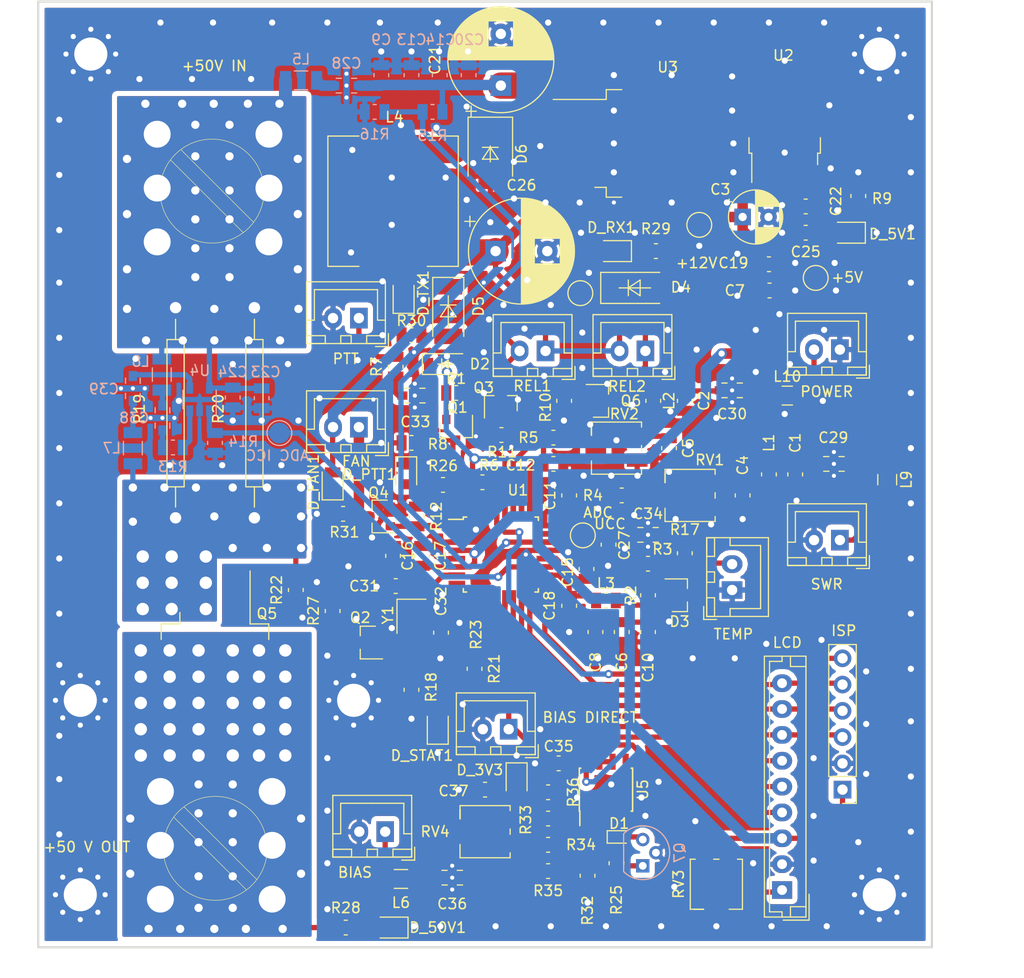
<source format=kicad_pcb>
(kicad_pcb (version 20171130) (host pcbnew "(5.0.0-rc2-dev-727-ga9dc41731)")
  (layers (0 F.Cu signal) (31 B.Cu signal) (34 B.Paste user) (35 F.Paste user) (36 B.SilkS user) (37 F.SilkS user) (38 B.Mask user) (39 F.Mask user) (44 Edge.Cuts user))
  (net 0 "")
  (net 1 GND)
  (net 2 "Net-(C1-Pad1)")
  (net 3 "Net-(C2-Pad1)")
  (net 4 +12V)
  (net 5 "Net-(C4-Pad1)")
  (net 6 "Net-(C5-Pad1)")
  (net 7 +5V)
  (net 8 "Net-(C13-Pad1)")
  (net 9 /ADC_SWR)
  (net 10 /ADC_POWER)
  (net 11 +2V5)
  (net 12 "Net-(C18-Pad1)")
  (net 13 +50V)
  (net 14 "Net-(C28-Pad1)")
  (net 15 "Net-(C29-Pad1)")
  (net 16 "Net-(C30-Pad1)")
  (net 17 "Net-(C31-Pad1)")
  (net 18 "Net-(C32-Pad1)")
  (net 19 "Net-(D2-Pad2)")
  (net 20 "Net-(D4-Pad2)")
  (net 21 "Net-(D5-Pad2)")
  (net 22 "Net-(D6-Pad1)")
  (net 23 /DB7)
  (net 24 /RESET)
  (net 25 /DB6)
  (net 26 /DB5)
  (net 27 "Net-(J4-Pad2)")
  (net 28 /RS)
  (net 29 /E)
  (net 30 /DB4)
  (net 31 "Net-(J10-Pad1)")
  (net 32 /MCU_BIAS)
  (net 33 /MCU_PTT)
  (net 34 "Net-(Q2-Pad3)")
  (net 35 /MCU_SUPPLY)
  (net 36 /MCU_REL2)
  (net 37 /MCU_FAN)
  (net 38 "Net-(Q5-Pad1)")
  (net 39 /MCU_REL1)
  (net 40 /ADC_TEMP)
  (net 41 "Net-(R4-Pad2)")
  (net 42 "Net-(R5-Pad2)")
  (net 43 "Net-(C33-Pad3)")
  (net 44 "Net-(C33-Pad1)")
  (net 45 "Net-(C34-Pad1)")
  (net 46 "Net-(D_5V1-Pad1)")
  (net 47 "Net-(D_50V1-Pad2)")
  (net 48 "Net-(D_FAN1-Pad1)")
  (net 49 "Net-(D_PTT1-Pad2)")
  (net 50 "Net-(D_RX1-Pad1)")
  (net 51 "Net-(D_STAT1-Pad2)")
  (net 52 "Net-(D_TX1-Pad1)")
  (net 53 "Net-(J5-Pad1)")
  (net 54 /STATUS_LED1)
  (net 55 "Net-(U1-Pad2)")
  (net 56 "Net-(U1-Pad26)")
  (net 57 "Net-(U1-Pad30)")
  (net 58 "Net-(U1-Pad31)")
  (net 59 "Net-(C37-Pad2)")
  (net 60 "Net-(R33-Pad2)")
  (net 61 "Net-(R35-Pad1)")
  (net 62 "Net-(Q7-Pad1)")
  (net 63 "Net-(J17-Pad1)")
  (net 64 "Net-(U5-Pad5)")
  (net 65 "Net-(U5-Pad6)")
  (net 66 "Net-(J13-Pad2)")
  (net 67 "Net-(C36-Pad1)")
  (net 68 "Net-(C36-Pad3)")
  (net 69 "Net-(J2-Pad1)")
  (net 70 "Net-(J3-Pad1)")
  (net 71 "Net-(J8-Pad1)")
  (net 72 "Net-(L7-Pad1)")
  (net 73 "Net-(C38-Pad3)")
  (net 74 "Net-(C38-Pad1)")
  (net 75 "Net-(C39-Pad1)")
  (net 76 "Net-(C39-Pad3)")
  (net 77 "Net-(D_3V3-Pad2)")
  (net 78 "Net-(R13-Pad2)")
  (net 79 "Net-(D1-Pad2)")
  (net 80 "Net-(D1-Pad1)")
  (net 81 ADC_UCC)
  (net 82 ADC_ICC)
  (net 83 "/Power /MCU_SUPPLY")
  (module Resistor_SMD:R_0402_1005Metric (layer F.Cu) (at 190.8175 109.474 90)
    (fp_text reference R23 (at 0 -1.18 90) (layer F.SilkS))
    (fp_text value 100k)
    (pad 1 smd rect (at -0.3875 0 90) (size 0.575 0.65) (layers F.Cu F.Paste F.Mask) (net 80 "Net-(D1-Pad1)"))
    (pad 2 smd rect (at 0.3875 0 90) (size 0.575 0.65) (layers F.Cu F.Paste F.Mask) (net 32 /MCU_BIAS))
  )
  (module Diode_SMD:D_SOD-523 (layer F.Cu) (at 203.454 129.032)
    (fp_text reference D1 (at 0 -1.3) (layer F.SilkS))
    (fp_text value "BAS7002VH6327XTSA1 ")
    (pad 2 smd rect (at 0.7 0 180) (size 0.6 0.7) (layers F.Cu F.Paste F.Mask) (net 79 "Net-(D1-Pad2)"))
    (pad 1 smd rect (at -0.7 0 180) (size 0.6 0.7) (layers F.Cu F.Paste F.Mask) (net 80 "Net-(D1-Pad1)"))
  )
  (module Capacitor_SMD:C_1206_3216Metric (layer F.Cu) (at 229.362 94.488 270)
    (fp_text reference L9 (at 0 -1.85 270) (layer F.SilkS))
    (fp_text value BLM31PG500SN1L)
    (pad 1 smd rect (at -1.43 0 270) (size 1.22 1.8) (layers F.Cu F.Paste F.Mask) (net 15 "Net-(C29-Pad1)"))
    (pad 2 smd rect (at 1.43 0 270) (size 1.22 1.8) (layers F.Cu F.Paste F.Mask) (net 70 "Net-(J3-Pad1)"))
  )
  (module Capacitor_SMD:C_1206_3216Metric (layer F.Cu) (at 219.71 86.36)
    (fp_text reference L10 (at 0 -1.85) (layer F.SilkS))
    (fp_text value BLM31PG500SN1L)
    (pad 2 smd rect (at 1.43 0) (size 1.22 1.8) (layers F.Cu F.Paste F.Mask) (net 27 "Net-(J4-Pad2)"))
    (pad 1 smd rect (at -1.43 0) (size 1.22 1.8) (layers F.Cu F.Paste F.Mask) (net 16 "Net-(C30-Pad1)"))
  )
  (module KLALIB_Crystal:Crystal_SMD_2520-4Pin_2.5x2.0mm (layer F.Cu) (at 183.388 107.696 270)
    (fp_text reference Y1 (at -0.127 2.286 270) (layer F.SilkS))
    (fp_text value "LFXTAL071268CUTT 16MHz")
    (pad 3 smd rect (at -0.825 0.6125 270) (size 1 0.9) (layers F.Cu F.Paste F.Mask) (net 17 "Net-(C31-Pad1)"))
    (pad 4 smd rect (at 0.825 0.6125 270) (size 1 0.9) (layers F.Cu F.Paste F.Mask) (net 1 GND))
    (pad 1 smd rect (at 0.825 -0.6125 270) (size 1 0.9) (layers F.Cu F.Paste F.Mask) (net 18 "Net-(C32-Pad1)"))
    (pad 2 smd rect (at -0.825 -0.6125 270) (size 1 0.9) (layers F.Cu F.Paste F.Mask) (net 1 GND))
  )
  (module TestPoint:TestPoint_Pad_D2.0mm (layer F.Cu) (at 199.7075 76.454)
    (fp_text reference TP5 hide)
    (fp_text value GND)
    (pad 1 smd circle (at 0 0) (size 2 2) (layers F.Cu F.Mask) (net 1 GND))
  )
  (module TestPoint:TestPoint_Pad_D2.0mm (layer B.Cu) (at 170.6245 89.9795)
    (fp_text reference TP4 hide)
    (fp_text value "ADC ICC")
    (pad 1 smd circle (at 0 0) (size 2 2) (layers B.Cu B.Mask) (net 82 ADC_ICC))
  )
  (module Diode_SMD:D_MELF (layer F.Cu) (at 204.978 75.946)
    (fp_text reference D4 (at 4.445 -0.0635) (layer F.SilkS))
    (fp_text value 1N4148)
    (pad 2 smd rect (at 2.4 0) (size 1.5 2.7) (layers F.Cu F.Paste F.Mask) (net 20 "Net-(D4-Pad2)"))
    (pad 1 smd rect (at -2.4 0) (size 1.5 2.7) (layers F.Cu F.Paste F.Mask) (net 4 +12V))
  )
  (module Diode_SMD:D_MELF (layer F.Cu) (at 186.944 78.232 270)
    (fp_text reference D5 (at -0.508 -2.921 270) (layer F.SilkS))
    (fp_text value 1N4148)
    (pad 2 smd rect (at 2.4 0 270) (size 1.5 2.7) (layers F.Cu F.Paste F.Mask) (net 21 "Net-(D5-Pad2)"))
    (pad 1 smd rect (at -2.4 0 270) (size 1.5 2.7) (layers F.Cu F.Paste F.Mask) (net 4 +12V))
  )
  (module TestPoint:TestPoint_Pad_D2.0mm (layer F.Cu) (at 222.4532 74.9808)
    (fp_text reference TP2 hide)
    (fp_text value +5V)
    (pad 1 smd circle (at 0 0) (size 2 2) (layers F.Cu F.Mask) (net 7 +5V))
  )
  (module Capacitor_SMD:C_1206_3216Metric (layer B.Cu) (at 159.258 84.328 270)
    (fp_text reference L8 (at -1.27 2.032) (layer B.SilkS) (effects (justify mirror)))
    (fp_text value BLM31PG500SN1L)
    (pad 1 smd rect (at -1.505 0 270) (size 1.07 1.8) (layers B.Cu B.Paste B.Mask) (net 13 +50V))
    (pad 2 smd rect (at 1.505 0 270) (size 1.07 1.8) (layers B.Cu B.Paste B.Mask) (net 73 "Net-(C38-Pad3)"))
  )
  (module TestPoint:TestPoint_Pad_D2.0mm (layer F.Cu) (at 211.201 69.85)
    (fp_text reference TP3 hide)
    (fp_text value +12V)
    (pad 1 smd circle (at 0 0) (size 2 2) (layers F.Cu F.Mask) (net 4 +12V))
  )
  (module TestPoint:TestPoint_Pad_D2.0mm (layer F.Cu) (at 199.9488 99.8728)
    (fp_text reference TP1 hide)
    (fp_text value ADC_UCC)
    (pad 1 smd circle (at 0 0) (size 1.5 1.5) (layers F.Cu F.Mask) (net 81 ADC_UCC))
  )
  (module LED_SMD:LED_0805_2012Metric (layer F.Cu) (at 193.548 123.571 270)
    (fp_text reference D_3V3 (at -1.016 3.556) (layer F.SilkS))
    (fp_text value "LH R974-LP-1" hide)
    (pad 1 smd rect (at -0.955 0 270) (size 0.97 1.5) (layers F.Cu F.Paste F.Mask) (net 1 GND))
    (pad 2 smd rect (at 0.955 0 270) (size 0.97 1.5) (layers F.Cu F.Paste F.Mask) (net 77 "Net-(D_3V3-Pad2)"))
  )
  (module EMI_Suppression_Filters_Cap_Type:NFM21C_Series (layer B.Cu) (at 159.3215 88.519 90)
    (fp_text reference C38 (at 0 -2.7305 180) (layer B.SilkS) (effects (justify mirror)))
    (fp_text value NFM21CC223R1H3D)
    (pad 1 smd rect (at -1.2 0 90) (size 0.97 0.8) (layers B.Cu B.Paste B.Mask) (net 74 "Net-(C38-Pad1)"))
    (pad 3 smd rect (at 1.2 0 90) (size 0.97 0.8) (layers B.Cu B.Paste B.Mask) (net 73 "Net-(C38-Pad3)"))
    (pad 2 thru_hole circle (at 0 0 90) (size 0.6 0.6) (drill 0.4) (layers *.Cu) (net 1 GND))
    (pad 2 thru_hole circle (at 0 -1.15 90) (size 0.6 0.6) (drill 0.4) (layers *.Cu) (net 1 GND))
    (pad 2 thru_hole circle (at 0 1.15 90) (size 0.6 0.6) (drill 0.4) (layers *.Cu) (net 1 GND))
    (pad 2 smd rect (at 0 0 90) (size 0.6 3.1) (layers B.Cu) (net 1 GND))
    (pad 2 smd rect (at 0 0.625 90) (size 0.6 0.65) (layers B.Cu B.Paste B.Mask) (net 1 GND))
    (pad 2 smd rect (at 0 -0.625 90) (size 0.6 0.65) (layers B.Cu B.Paste B.Mask) (net 1 GND))
  )
  (module EMI_Suppression_Filters_Cap_Type:NFM21C_Series (layer B.Cu) (at 156.464 85.668 270)
    (fp_text reference C39 (at 0.057 2.794) (layer B.SilkS) (effects (justify mirror)))
    (fp_text value NFM21CC223R1H3D)
    (pad 1 smd rect (at -1.2 0 270) (size 0.97 0.8) (layers B.Cu B.Paste B.Mask) (net 75 "Net-(C39-Pad1)"))
    (pad 3 smd rect (at 1.2 0 270) (size 0.97 0.8) (layers B.Cu B.Paste B.Mask) (net 76 "Net-(C39-Pad3)"))
    (pad 2 thru_hole circle (at 0 0 270) (size 0.6 0.6) (drill 0.4) (layers *.Cu) (net 1 GND))
    (pad 2 thru_hole circle (at 0 -1.15 270) (size 0.6 0.6) (drill 0.4) (layers *.Cu) (net 1 GND))
    (pad 2 thru_hole circle (at 0 1.15 270) (size 0.6 0.6) (drill 0.4) (layers *.Cu) (net 1 GND))
    (pad 2 smd rect (at 0 0 270) (size 0.6 3.1) (layers B.Cu) (net 1 GND))
    (pad 2 smd rect (at 0 0.625 270) (size 0.6 0.65) (layers B.Cu B.Paste B.Mask) (net 1 GND))
    (pad 2 smd rect (at 0 -0.625 270) (size 0.6 0.65) (layers B.Cu B.Paste B.Mask) (net 1 GND))
  )
  (module EMI_Suppression_Filters_Cap_Type:NFM21C_Series (layer F.Cu) (at 187.325 132.969 180)
    (fp_text reference C36 (at 0 -2.54 180) (layer F.SilkS))
    (fp_text value NFM21CC223R1H3D)
    (pad 1 smd rect (at -1.2 0 180) (size 0.97 0.8) (layers F.Cu F.Paste F.Mask) (net 67 "Net-(C36-Pad1)"))
    (pad 3 smd rect (at 1.2 0 180) (size 0.97 0.8) (layers F.Cu F.Paste F.Mask) (net 68 "Net-(C36-Pad3)"))
    (pad 2 thru_hole circle (at 0 0 180) (size 0.6 0.6) (drill 0.4) (layers *.Cu) (net 1 GND))
    (pad 2 thru_hole circle (at 0 1.15 180) (size 0.6 0.6) (drill 0.4) (layers *.Cu) (net 1 GND))
    (pad 2 thru_hole circle (at 0 -1.15 180) (size 0.6 0.6) (drill 0.4) (layers *.Cu) (net 1 GND))
    (pad 2 smd rect (at 0 0 180) (size 0.6 3.1) (layers F.Cu) (net 1 GND))
    (pad 2 smd rect (at 0 -0.625 180) (size 0.6 0.65) (layers F.Cu F.Paste F.Mask) (net 1 GND))
    (pad 2 smd rect (at 0 0.625 180) (size 0.6 0.65) (layers F.Cu F.Paste F.Mask) (net 1 GND))
  )
  (module EMI_Suppression_Filters_Cap_Type:NFM21C_Series (layer B.Cu) (at 177.108 56.388)
    (fp_text reference C28 (at 0 -2.159) (layer B.SilkS) (effects (justify mirror)))
    (fp_text value NFM21CC223R1H3D)
    (pad 1 smd rect (at -1.2 0) (size 0.97 0.8) (layers B.Cu B.Paste B.Mask) (net 14 "Net-(C28-Pad1)"))
    (pad 3 smd rect (at 1.2 0) (size 0.97 0.8) (layers B.Cu B.Paste B.Mask) (net 8 "Net-(C13-Pad1)"))
    (pad 2 thru_hole circle (at 0 0) (size 0.6 0.6) (drill 0.4) (layers *.Cu) (net 1 GND))
    (pad 2 thru_hole circle (at 0 -1.15) (size 0.6 0.6) (drill 0.4) (layers *.Cu) (net 1 GND))
    (pad 2 thru_hole circle (at 0 1.15) (size 0.6 0.6) (drill 0.4) (layers *.Cu) (net 1 GND))
    (pad 2 smd rect (at 0 0) (size 0.6 3.1) (layers B.Cu) (net 1 GND))
    (pad 2 smd rect (at 0 0.625) (size 0.6 0.65) (layers B.Cu B.Paste B.Mask) (net 1 GND))
    (pad 2 smd rect (at 0 -0.625) (size 0.6 0.65) (layers B.Cu B.Paste B.Mask) (net 1 GND))
  )
  (module EMI_Suppression_Filters_Cap_Type:NFM21C_Series (layer F.Cu) (at 224.212 92.964 180)
    (fp_text reference C29 (at 0.057 2.54 180) (layer F.SilkS))
    (fp_text value NFM21CC223R1H3D)
    (pad 1 smd rect (at -1.2 0 180) (size 0.97 0.8) (layers F.Cu F.Paste F.Mask) (net 15 "Net-(C29-Pad1)"))
    (pad 3 smd rect (at 1.2 0 180) (size 0.97 0.8) (layers F.Cu F.Paste F.Mask) (net 2 "Net-(C1-Pad1)"))
    (pad 2 thru_hole circle (at 0 0 180) (size 0.6 0.6) (drill 0.4) (layers *.Cu) (net 1 GND))
    (pad 2 thru_hole circle (at 0 1.15 180) (size 0.6 0.6) (drill 0.4) (layers *.Cu) (net 1 GND))
    (pad 2 thru_hole circle (at 0 -1.15 180) (size 0.6 0.6) (drill 0.4) (layers *.Cu) (net 1 GND))
    (pad 2 smd rect (at 0 0 180) (size 0.6 3.1) (layers F.Cu) (net 1 GND))
    (pad 2 smd rect (at 0 -0.625 180) (size 0.6 0.65) (layers F.Cu F.Paste F.Mask) (net 1 GND))
    (pad 2 smd rect (at 0 0.625 180) (size 0.6 0.65) (layers F.Cu F.Paste F.Mask) (net 1 GND))
  )
  (module EMI_Suppression_Filters_Cap_Type:NFM21C_Series (layer F.Cu) (at 214.376 85.852 180)
    (fp_text reference C30 (at 0 -2.286 180) (layer F.SilkS))
    (fp_text value NFM21CC223R1H3D)
    (pad 1 smd rect (at -1.2 0 180) (size 0.97 0.8) (layers F.Cu F.Paste F.Mask) (net 16 "Net-(C30-Pad1)"))
    (pad 3 smd rect (at 1.2 0 180) (size 0.97 0.8) (layers F.Cu F.Paste F.Mask) (net 3 "Net-(C2-Pad1)"))
    (pad 2 thru_hole circle (at 0 0 180) (size 0.6 0.6) (drill 0.4) (layers *.Cu) (net 1 GND))
    (pad 2 thru_hole circle (at 0 1.15 180) (size 0.6 0.6) (drill 0.4) (layers *.Cu) (net 1 GND))
    (pad 2 thru_hole circle (at 0 -1.15 180) (size 0.6 0.6) (drill 0.4) (layers *.Cu) (net 1 GND))
    (pad 2 smd rect (at 0 0 180) (size 0.6 3.1) (layers F.Cu) (net 1 GND))
    (pad 2 smd rect (at 0 -0.625 180) (size 0.6 0.65) (layers F.Cu F.Paste F.Mask) (net 1 GND))
    (pad 2 smd rect (at 0 0.625 180) (size 0.6 0.65) (layers F.Cu F.Paste F.Mask) (net 1 GND))
  )
  (module EMI_Suppression_Filters_Cap_Type:NFM21C_Series (layer F.Cu) (at 183.712 86.36)
    (fp_text reference C33 (at 0.057 2.54) (layer F.SilkS))
    (fp_text value NFM21CC223R1H3D)
    (pad 1 smd rect (at -1.2 0) (size 0.97 0.8) (layers F.Cu F.Paste F.Mask) (net 44 "Net-(C33-Pad1)"))
    (pad 3 smd rect (at 1.2 0) (size 0.97 0.8) (layers F.Cu F.Paste F.Mask) (net 43 "Net-(C33-Pad3)"))
    (pad 2 thru_hole circle (at 0 0) (size 0.6 0.6) (drill 0.4) (layers *.Cu) (net 1 GND))
    (pad 2 thru_hole circle (at 0 1.15) (size 0.6 0.6) (drill 0.4) (layers *.Cu) (net 1 GND))
    (pad 2 thru_hole circle (at 0 -1.15) (size 0.6 0.6) (drill 0.4) (layers *.Cu) (net 1 GND))
    (pad 2 smd rect (at 0 0) (size 0.6 3.1) (layers F.Cu) (net 1 GND))
    (pad 2 smd rect (at 0 -0.625) (size 0.6 0.65) (layers F.Cu F.Paste F.Mask) (net 1 GND))
    (pad 2 smd rect (at 0 0.625) (size 0.6 0.65) (layers F.Cu F.Paste F.Mask) (net 1 GND))
  )
  (module EMI_Suppression_Filters_Cap_Type:NFM21C_Series (layer F.Cu) (at 206.248 99.822 180)
    (fp_text reference C34 (at 0 2.032 180) (layer F.SilkS))
    (fp_text value NFM21CC223R1H3D)
    (pad 1 smd rect (at -1.2 0 180) (size 0.97 0.8) (layers F.Cu F.Paste F.Mask) (net 45 "Net-(C34-Pad1)"))
    (pad 3 smd rect (at 1.2 0 180) (size 0.97 0.8) (layers F.Cu F.Paste F.Mask) (net 40 /ADC_TEMP))
    (pad 2 thru_hole circle (at 0 0 180) (size 0.6 0.6) (drill 0.4) (layers *.Cu) (net 1 GND))
    (pad 2 thru_hole circle (at 0 1.15 180) (size 0.6 0.6) (drill 0.4) (layers *.Cu) (net 1 GND))
    (pad 2 thru_hole circle (at 0 -1.15 180) (size 0.6 0.6) (drill 0.4) (layers *.Cu) (net 1 GND))
    (pad 2 smd rect (at 0 0 180) (size 0.6 3.1) (layers F.Cu) (net 1 GND))
    (pad 2 smd rect (at 0 -0.625 180) (size 0.6 0.65) (layers F.Cu F.Paste F.Mask) (net 1 GND))
    (pad 2 smd rect (at 0 0.625 180) (size 0.6 0.65) (layers F.Cu F.Paste F.Mask) (net 1 GND))
  )
  (module Resistor_SMD:R_0805_2012Metric (layer B.Cu) (at 164.4015 90.932 90)
    (fp_text reference R14 (at 0.127 2.7305 180) (layer B.SilkS) (effects (justify mirror)))
    (fp_text value 10k)
    (pad 1 smd rect (at -0.955 0 90) (size 0.97 1.5) (layers B.Cu B.Paste B.Mask) (net 1 GND))
    (pad 2 smd rect (at 0.955 0 90) (size 0.97 1.5) (layers B.Cu B.Paste B.Mask) (net 82 ADC_ICC))
  )
  (module Package_TO_SOT_SMD:SOT-23-5 (layer B.Cu) (at 162.90842 86.736044 90)
    (fp_text reference U4 (at 2.789044 0.03258 180) (layer B.SilkS) (effects (justify mirror)))
    (fp_text value LTC6101AHS5)
    (pad 5 smd rect (at 1.1 0.95 90) (size 1.06 0.65) (layers B.Cu B.Paste B.Mask) (net 13 +50V))
    (pad 4 smd rect (at 1.1 -0.95 90) (size 1.06 0.65) (layers B.Cu B.Paste B.Mask) (net 75 "Net-(C39-Pad1)"))
    (pad 3 smd rect (at -1.1 -0.95 90) (size 1.06 0.65) (layers B.Cu B.Paste B.Mask) (net 78 "Net-(R13-Pad2)"))
    (pad 2 smd rect (at -1.1 0 90) (size 1.06 0.65) (layers B.Cu B.Paste B.Mask) (net 1 GND))
    (pad 1 smd rect (at -1.1 0.95 90) (size 1.06 0.65) (layers B.Cu B.Paste B.Mask) (net 82 ADC_ICC))
  )
  (module Capacitor_SMD:C_1206_3216Metric (layer B.Cu) (at 156.464 91.44 90)
    (fp_text reference L7 (at 0 -2.032 180) (layer B.SilkS) (effects (justify mirror)))
    (fp_text value BLM31PG500SN1L)
    (pad 1 smd rect (at -1.505 0 90) (size 1.07 1.8) (layers B.Cu B.Paste B.Mask) (net 72 "Net-(L7-Pad1)"))
    (pad 2 smd rect (at 1.505 0 90) (size 1.07 1.8) (layers B.Cu B.Paste B.Mask) (net 76 "Net-(C39-Pad3)"))
  )
  (module MountingHole:MountingHole_3.2mm_M3_Pad_Via (layer F.Cu) (at 151.384 134.62)
    (fp_text reference J19 hide)
    (fp_text value 50V_GND)
    (pad 1 thru_hole circle (at 0 0) (size 6.4 6.4) (drill 3.2) (layers *.Cu *.Mask) (net 1 GND))
    (pad 1 thru_hole circle (at 2.4 0) (size 0.8 0.8) (drill 0.5) (layers *.Cu *.Mask) (net 1 GND))
    (pad 1 thru_hole circle (at 1.697056 1.697056) (size 0.8 0.8) (drill 0.5) (layers *.Cu *.Mask) (net 1 GND))
    (pad 1 thru_hole circle (at 0 2.4) (size 0.8 0.8) (drill 0.5) (layers *.Cu *.Mask) (net 1 GND))
    (pad 1 thru_hole circle (at -1.697056 1.697056) (size 0.8 0.8) (drill 0.5) (layers *.Cu *.Mask) (net 1 GND))
    (pad 1 thru_hole circle (at -2.4 0) (size 0.8 0.8) (drill 0.5) (layers *.Cu *.Mask) (net 1 GND))
    (pad 1 thru_hole circle (at -1.697056 -1.697056) (size 0.8 0.8) (drill 0.5) (layers *.Cu *.Mask) (net 1 GND))
    (pad 1 thru_hole circle (at 0 -2.4) (size 0.8 0.8) (drill 0.5) (layers *.Cu *.Mask) (net 1 GND))
    (pad 1 thru_hole circle (at 1.697056 -1.697056) (size 0.8 0.8) (drill 0.5) (layers *.Cu *.Mask) (net 1 GND))
  )
  (module Capacitor_SMD:C_1206_3216Metric (layer F.Cu) (at 182.372 133.096)
    (fp_text reference L6 (at 0 2.286) (layer F.SilkS))
    (fp_text value BLM31PG500SN1L)
    (pad 1 smd rect (at -1.505 0) (size 1.07 1.8) (layers F.Cu F.Paste F.Mask) (net 63 "Net-(J17-Pad1)"))
    (pad 2 smd rect (at 1.505 0) (size 1.07 1.8) (layers F.Cu F.Paste F.Mask) (net 68 "Net-(C36-Pad3)"))
  )
  (module MountingHole:MountingHole_3.2mm_M3_Pad_Via (layer F.Cu) (at 152.4 53.34 270)
    (fp_text reference J12 hide)
    (fp_text value 50V_GND)
    (pad 1 thru_hole circle (at 0 0 270) (size 6.4 6.4) (drill 3.2) (layers *.Cu *.Mask) (net 1 GND))
    (pad 1 thru_hole circle (at 2.4 0 270) (size 0.8 0.8) (drill 0.5) (layers *.Cu *.Mask) (net 1 GND))
    (pad 1 thru_hole circle (at 1.697056 1.697056 270) (size 0.8 0.8) (drill 0.5) (layers *.Cu *.Mask) (net 1 GND))
    (pad 1 thru_hole circle (at 0 2.4 270) (size 0.8 0.8) (drill 0.5) (layers *.Cu *.Mask) (net 1 GND))
    (pad 1 thru_hole circle (at -1.697056 1.697056 270) (size 0.8 0.8) (drill 0.5) (layers *.Cu *.Mask) (net 1 GND))
    (pad 1 thru_hole circle (at -2.4 0 270) (size 0.8 0.8) (drill 0.5) (layers *.Cu *.Mask) (net 1 GND))
    (pad 1 thru_hole circle (at -1.697056 -1.697056 270) (size 0.8 0.8) (drill 0.5) (layers *.Cu *.Mask) (net 1 GND))
    (pad 1 thru_hole circle (at 0 -2.4 270) (size 0.8 0.8) (drill 0.5) (layers *.Cu *.Mask) (net 1 GND))
    (pad 1 thru_hole circle (at 1.697056 -1.697056 270) (size 0.8 0.8) (drill 0.5) (layers *.Cu *.Mask) (net 1 GND))
  )
  (module MountingHole:MountingHole_3.2mm_M3_Pad_Via (layer F.Cu) (at 228.6 53.34)
    (fp_text reference J14 hide)
    (fp_text value 50V_GND)
    (pad 1 thru_hole circle (at 1.697056 -1.697056) (size 0.8 0.8) (drill 0.5) (layers *.Cu *.Mask) (net 1 GND))
    (pad 1 thru_hole circle (at 0 -2.4) (size 0.8 0.8) (drill 0.5) (layers *.Cu *.Mask) (net 1 GND))
    (pad 1 thru_hole circle (at -1.697056 -1.697056) (size 0.8 0.8) (drill 0.5) (layers *.Cu *.Mask) (net 1 GND))
    (pad 1 thru_hole circle (at -2.4 0) (size 0.8 0.8) (drill 0.5) (layers *.Cu *.Mask) (net 1 GND))
    (pad 1 thru_hole circle (at -1.697056 1.697056) (size 0.8 0.8) (drill 0.5) (layers *.Cu *.Mask) (net 1 GND))
    (pad 1 thru_hole circle (at 0 2.4) (size 0.8 0.8) (drill 0.5) (layers *.Cu *.Mask) (net 1 GND))
    (pad 1 thru_hole circle (at 1.697056 1.697056) (size 0.8 0.8) (drill 0.5) (layers *.Cu *.Mask) (net 1 GND))
    (pad 1 thru_hole circle (at 2.4 0) (size 0.8 0.8) (drill 0.5) (layers *.Cu *.Mask) (net 1 GND))
    (pad 1 thru_hole circle (at 0 0) (size 6.4 6.4) (drill 3.2) (layers *.Cu *.Mask) (net 1 GND))
  )
  (module MountingHole:MountingHole_3.2mm_M3_Pad_Via (layer F.Cu) (at 228.6 134.62)
    (fp_text reference J16 hide)
    (fp_text value 50V_GND)
    (pad 1 thru_hole circle (at 0 0) (size 6.4 6.4) (drill 3.2) (layers *.Cu *.Mask) (net 1 GND))
    (pad 1 thru_hole circle (at 2.4 0) (size 0.8 0.8) (drill 0.5) (layers *.Cu *.Mask) (net 1 GND))
    (pad 1 thru_hole circle (at 1.697056 1.697056) (size 0.8 0.8) (drill 0.5) (layers *.Cu *.Mask) (net 1 GND))
    (pad 1 thru_hole circle (at 0 2.4) (size 0.8 0.8) (drill 0.5) (layers *.Cu *.Mask) (net 1 GND))
    (pad 1 thru_hole circle (at -1.697056 1.697056) (size 0.8 0.8) (drill 0.5) (layers *.Cu *.Mask) (net 1 GND))
    (pad 1 thru_hole circle (at -2.4 0) (size 0.8 0.8) (drill 0.5) (layers *.Cu *.Mask) (net 1 GND))
    (pad 1 thru_hole circle (at -1.697056 -1.697056) (size 0.8 0.8) (drill 0.5) (layers *.Cu *.Mask) (net 1 GND))
    (pad 1 thru_hole circle (at 0 -2.4) (size 0.8 0.8) (drill 0.5) (layers *.Cu *.Mask) (net 1 GND))
    (pad 1 thru_hole circle (at 1.697056 -1.697056) (size 0.8 0.8) (drill 0.5) (layers *.Cu *.Mask) (net 1 GND))
  )
  (module MountingHole:MountingHole_3.2mm_M3_Pad_Via (layer F.Cu) (at 177.8 115.824)
    (fp_text reference J15 hide)
    (fp_text value 50V_GND)
    (pad 1 thru_hole circle (at 0 0) (size 6.4 6.4) (drill 3.2) (layers *.Cu *.Mask) (net 1 GND))
    (pad 1 thru_hole circle (at 2.4 0) (size 0.8 0.8) (drill 0.5) (layers *.Cu *.Mask) (net 1 GND))
    (pad 1 thru_hole circle (at 1.697056 1.697056) (size 0.8 0.8) (drill 0.5) (layers *.Cu *.Mask) (net 1 GND))
    (pad 1 thru_hole circle (at 0 2.4) (size 0.8 0.8) (drill 0.5) (layers *.Cu *.Mask) (net 1 GND))
    (pad 1 thru_hole circle (at -1.697056 1.697056) (size 0.8 0.8) (drill 0.5) (layers *.Cu *.Mask) (net 1 GND))
    (pad 1 thru_hole circle (at -2.4 0) (size 0.8 0.8) (drill 0.5) (layers *.Cu *.Mask) (net 1 GND))
    (pad 1 thru_hole circle (at -1.697056 -1.697056) (size 0.8 0.8) (drill 0.5) (layers *.Cu *.Mask) (net 1 GND))
    (pad 1 thru_hole circle (at 0 -2.4) (size 0.8 0.8) (drill 0.5) (layers *.Cu *.Mask) (net 1 GND))
    (pad 1 thru_hole circle (at 1.697056 -1.697056) (size 0.8 0.8) (drill 0.5) (layers *.Cu *.Mask) (net 1 GND))
  )
  (module MountingHole:MountingHole_3.2mm_M3_Pad_Via (layer F.Cu) (at 151.384 115.824)
    (fp_text reference J18 hide)
    (fp_text value 50V_GND)
    (pad 1 thru_hole circle (at 0 0) (size 6.4 6.4) (drill 3.2) (layers *.Cu *.Mask) (net 1 GND))
    (pad 1 thru_hole circle (at 2.4 0) (size 0.8 0.8) (drill 0.5) (layers *.Cu *.Mask) (net 1 GND))
    (pad 1 thru_hole circle (at 1.697056 1.697056) (size 0.8 0.8) (drill 0.5) (layers *.Cu *.Mask) (net 1 GND))
    (pad 1 thru_hole circle (at 0 2.4) (size 0.8 0.8) (drill 0.5) (layers *.Cu *.Mask) (net 1 GND))
    (pad 1 thru_hole circle (at -1.697056 1.697056) (size 0.8 0.8) (drill 0.5) (layers *.Cu *.Mask) (net 1 GND))
    (pad 1 thru_hole circle (at -2.4 0) (size 0.8 0.8) (drill 0.5) (layers *.Cu *.Mask) (net 1 GND))
    (pad 1 thru_hole circle (at -1.697056 -1.697056) (size 0.8 0.8) (drill 0.5) (layers *.Cu *.Mask) (net 1 GND))
    (pad 1 thru_hole circle (at 0 -2.4) (size 0.8 0.8) (drill 0.5) (layers *.Cu *.Mask) (net 1 GND))
    (pad 1 thru_hole circle (at 1.697056 -1.697056) (size 0.8 0.8) (drill 0.5) (layers *.Cu *.Mask) (net 1 GND))
  )
  (module Capacitor_SMD:C_0805_2012Metric (layer F.Cu) (at 202.438 100.7745 270)
    (fp_text reference C27 (at 0.0635 -1.524 270) (layer F.SilkS))
    (fp_text value 100n)
    (pad 2 smd rect (at 0.955 0 270) (size 0.97 1.5) (layers F.Cu F.Paste F.Mask) (net 1 GND))
    (pad 1 smd rect (at -0.955 0 270) (size 0.97 1.5) (layers F.Cu F.Paste F.Mask) (net 81 ADC_UCC))
  )
  (module Resistor_SMD:R_0805_2012Metric (layer F.Cu) (at 196.596 124.714 180)
    (fp_text reference R36 (at -2.413 0 270) (layer F.SilkS))
    (fp_text value 470R)
    (pad 1 smd rect (at -0.955 0 180) (size 0.97 1.5) (layers F.Cu F.Paste F.Mask) (net 60 "Net-(R33-Pad2)"))
    (pad 2 smd rect (at 0.955 0 180) (size 0.97 1.5) (layers F.Cu F.Paste F.Mask) (net 77 "Net-(D_3V3-Pad2)"))
  )
  (module Connector_JST:JST_EH_B09B-EH-A_1x09_P2.50mm_Vertical (layer F.Cu) (at 219.202 134.166 90)
    (fp_text reference J5 hide)
    (fp_text value LCD)
    (pad 1 thru_hole rect (at 0 0 90) (size 1.7 1.95) (drill 0.95) (layers *.Cu *.Mask) (net 53 "Net-(J5-Pad1)"))
    (pad 2 thru_hole oval (at 2.5 0 90) (size 1.7 1.95) (drill 0.95) (layers *.Cu *.Mask) (net 1 GND))
    (pad 3 thru_hole oval (at 5 0 90) (size 1.7 1.95) (drill 0.95) (layers *.Cu *.Mask) (net 7 +5V))
    (pad 4 thru_hole oval (at 7.5 0 90) (size 1.7 1.95) (drill 0.95) (layers *.Cu *.Mask) (net 28 /RS))
    (pad 5 thru_hole oval (at 10 0 90) (size 1.7 1.95) (drill 0.95) (layers *.Cu *.Mask) (net 29 /E))
    (pad 6 thru_hole oval (at 12.5 0 90) (size 1.7 1.95) (drill 0.95) (layers *.Cu *.Mask) (net 30 /DB4))
    (pad 7 thru_hole oval (at 15 0 90) (size 1.7 1.95) (drill 0.95) (layers *.Cu *.Mask) (net 26 /DB5))
    (pad 8 thru_hole oval (at 17.5 0 90) (size 1.7 1.95) (drill 0.95) (layers *.Cu *.Mask) (net 25 /DB6))
    (pad 9 thru_hole oval (at 20 0 90) (size 1.7 1.95) (drill 0.95) (layers *.Cu *.Mask) (net 23 /DB7))
  )
  (module Capacitor_SMD:C_0805_2012Metric (layer F.Cu) (at 190.5 124.46)
    (fp_text reference C37 (at -3.048 0.127) (layer F.SilkS))
    (fp_text value 1u)
    (pad 2 smd rect (at 0.955 0) (size 0.97 1.5) (layers F.Cu F.Paste F.Mask) (net 59 "Net-(C37-Pad2)"))
    (pad 1 smd rect (at -0.955 0) (size 0.97 1.5) (layers F.Cu F.Paste F.Mask) (net 1 GND))
  )
  (module Capacitor_SMD:C_0805_2012Metric (layer F.Cu) (at 197.612 121.92 180)
    (fp_text reference C35 (at 0 1.651 180) (layer F.SilkS))
    (fp_text value 2u2)
    (pad 1 smd rect (at -0.955 0 180) (size 0.97 1.5) (layers F.Cu F.Paste F.Mask) (net 7 +5V))
    (pad 2 smd rect (at 0.955 0 180) (size 0.97 1.5) (layers F.Cu F.Paste F.Mask) (net 1 GND))
  )
  (module Connector_JST:JST_XH_B02B-XH-A_1x02_P2.50mm_Vertical (layer F.Cu) (at 180.848 128.524 180)
    (fp_text reference J17 hide)
    (fp_text value BIAS)
    (pad 1 thru_hole rect (at 0 0 180) (size 1.7 2) (drill 1) (layers *.Cu *.Mask) (net 63 "Net-(J17-Pad1)"))
    (pad 2 thru_hole oval (at 2.5 0 180) (size 1.7 2) (drill 1) (layers *.Cu *.Mask) (net 1 GND))
  )
  (module Package_SO:SOIC-8_3.9x4.9mm_P1.27mm (layer F.Cu) (at 202.184 124.46 90)
    (fp_text reference U5 (at 0 3.556 90) (layer F.SilkS))
    (fp_text value LP2951ACD-3.3R2G)
    (pad 1 smd rect (at -2.7 -1.905 90) (size 1.55 0.6) (layers F.Cu F.Paste F.Mask) (net 60 "Net-(R33-Pad2)"))
    (pad 2 smd rect (at -2.7 -0.635 90) (size 1.55 0.6) (layers F.Cu F.Paste F.Mask) (net 60 "Net-(R33-Pad2)"))
    (pad 3 smd rect (at -2.7 0.635 90) (size 1.55 0.6) (layers F.Cu F.Paste F.Mask) (net 80 "Net-(D1-Pad1)"))
    (pad 4 smd rect (at -2.7 1.905 90) (size 1.55 0.6) (layers F.Cu F.Paste F.Mask) (net 79 "Net-(D1-Pad2)"))
    (pad 5 smd rect (at 2.7 1.905 90) (size 1.55 0.6) (layers F.Cu F.Paste F.Mask) (net 64 "Net-(U5-Pad5)"))
    (pad 6 smd rect (at 2.7 0.635 90) (size 1.55 0.6) (layers F.Cu F.Paste F.Mask) (net 65 "Net-(U5-Pad6)"))
    (pad 7 smd rect (at 2.7 -0.635 90) (size 1.55 0.6) (layers F.Cu F.Paste F.Mask) (net 65 "Net-(U5-Pad6)"))
    (pad 8 smd rect (at 2.7 -1.905 90) (size 1.55 0.6) (layers F.Cu F.Paste F.Mask) (net 7 +5V))
  )
  (module Package_TO_SOT_THT:TO-92 (layer B.Cu) (at 205.74 131.826 90)
    (fp_text reference Q7 (at 1.27 3.56 90) (layer B.SilkS) (effects (justify mirror)))
    (fp_text value BC847)
    (pad 2 thru_hole circle (at 1.27 1.27) (size 1.3 1.3) (drill 0.75) (layers *.Cu *.Mask) (net 1 GND))
    (pad 3 thru_hole circle (at 2.54 0) (size 1.3 1.3) (drill 0.75) (layers *.Cu *.Mask) (net 79 "Net-(D1-Pad2)"))
    (pad 1 thru_hole rect (at 0 0) (size 1.3 1.3) (drill 0.75) (layers *.Cu *.Mask) (net 62 "Net-(Q7-Pad1)"))
  )
  (module Potentiometer_SMD:Potentiometer_Bourns_3214J_Horizontal (layer F.Cu) (at 190.5 128.524)
    (fp_text reference RV4 (at -4.826 0) (layer F.SilkS))
    (fp_text value 10k)
    (pad 1 smd rect (at 2 -1.15) (size 2 1.3) (layers F.Cu F.Paste F.Mask) (net 59 "Net-(C37-Pad2)"))
    (pad 2 smd rect (at -2 0) (size 2 2) (layers F.Cu F.Paste F.Mask) (net 67 "Net-(C36-Pad1)"))
    (pad 3 smd rect (at 2 1.15) (size 2 1.3) (layers F.Cu F.Paste F.Mask) (net 61 "Net-(R35-Pad1)"))
  )
  (module Resistor_SMD:R_0805_2012Metric (layer F.Cu) (at 200.406 132.781 270)
    (fp_text reference R32 (at 3.363 0 270) (layer F.SilkS))
    (fp_text value 2k2)
    (pad 2 smd rect (at 0.955 0 270) (size 0.97 1.5) (layers F.Cu F.Paste F.Mask) (net 1 GND))
    (pad 1 smd rect (at -0.955 0 270) (size 0.97 1.5) (layers F.Cu F.Paste F.Mask) (net 62 "Net-(Q7-Pad1)"))
  )
  (module Resistor_SMD:R_0805_2012Metric (layer F.Cu) (at 196.596 129.794)
    (fp_text reference R34 (at 3.175 0) (layer F.SilkS))
    (fp_text value 1k)
    (pad 1 smd rect (at -0.955 0) (size 0.97 1.5) (layers F.Cu F.Paste F.Mask) (net 59 "Net-(C37-Pad2)"))
    (pad 2 smd rect (at 0.955 0) (size 0.97 1.5) (layers F.Cu F.Paste F.Mask) (net 79 "Net-(D1-Pad2)"))
  )
  (module Resistor_SMD:R_0805_2012Metric (layer F.Cu) (at 196.596 132.334)
    (fp_text reference R35 (at 0 1.905) (layer F.SilkS))
    (fp_text value 220R)
    (pad 2 smd rect (at 0.955 0) (size 0.97 1.5) (layers F.Cu F.Paste F.Mask) (net 79 "Net-(D1-Pad2)"))
    (pad 1 smd rect (at -0.955 0) (size 0.97 1.5) (layers F.Cu F.Paste F.Mask) (net 61 "Net-(R35-Pad1)"))
  )
  (module Resistor_SMD:R_0805_2012Metric (layer F.Cu) (at 196.596 127.254)
    (fp_text reference R33 (at -2.159 0.127 90) (layer F.SilkS))
    (fp_text value 10R)
    (pad 1 smd rect (at -0.955 0) (size 0.97 1.5) (layers F.Cu F.Paste F.Mask) (net 59 "Net-(C37-Pad2)"))
    (pad 2 smd rect (at 0.955 0) (size 0.97 1.5) (layers F.Cu F.Paste F.Mask) (net 60 "Net-(R33-Pad2)"))
  )
  (module Capacitor_SMD:C_0805_2012Metric (layer B.Cu) (at 180.4797 55.372 90)
    (fp_text reference C9 (at 3.429 -0.0127 180) (layer B.SilkS) (effects (justify mirror)))
    (fp_text value 10n)
    (pad 1 smd rect (at -0.955 0 90) (size 0.97 1.5) (layers B.Cu B.Paste B.Mask) (net 8 "Net-(C13-Pad1)"))
    (pad 2 smd rect (at 0.955 0 90) (size 0.97 1.5) (layers B.Cu B.Paste B.Mask) (net 1 GND))
  )
  (module Capacitor_SMD:C_1206_3216Metric (layer B.Cu) (at 172.72 55.88 180)
    (fp_text reference L5 (at 0 2.05 180) (layer B.SilkS) (effects (justify mirror)))
    (fp_text value BLM31PG500SN1L)
    (pad 1 smd rect (at -1.505 0 180) (size 1.07 1.8) (layers B.Cu B.Paste B.Mask) (net 14 "Net-(C28-Pad1)"))
    (pad 2 smd rect (at 1.505 0 180) (size 1.07 1.8) (layers B.Cu B.Paste B.Mask) (net 13 +50V))
  )
  (module Capacitor_THT:CP_Radial_D10.0mm_P5.00mm (layer F.Cu) (at 192.024 56.388 90)
    (fp_text reference C21 (at 2.5 -6.37 90) (layer F.SilkS))
    (fp_text value 100u)
    (pad 2 thru_hole circle (at 5 0 90) (size 2 2) (drill 1) (layers *.Cu *.Mask) (net 1 GND))
    (pad 1 thru_hole rect (at 0 0 90) (size 2 2) (drill 1) (layers *.Cu *.Mask) (net 8 "Net-(C13-Pad1)"))
  )
  (module Capacitor_THT:CP_Radial_D10.0mm_P5.00mm (layer F.Cu) (at 191.516 72.39)
    (fp_text reference C26 (at 2.5 -6.37) (layer F.SilkS))
    (fp_text value 470u)
    (pad 1 thru_hole rect (at 0 0) (size 2 2) (drill 1) (layers *.Cu *.Mask) (net 4 +12V))
    (pad 2 thru_hole circle (at 5 0) (size 2 2) (drill 1) (layers *.Cu *.Mask) (net 1 GND))
  )
  (module Diode_SMD:D_SMB (layer F.Cu) (at 191.008 62.992 270)
    (fp_text reference D6 (at 0 -3 270) (layer F.SilkS))
    (fp_text value STPS3L60U)
    (pad 1 smd rect (at -2.15 0 270) (size 2.5 2.3) (layers F.Cu F.Paste F.Mask) (net 22 "Net-(D6-Pad1)"))
    (pad 2 smd rect (at 2.15 0 270) (size 2.5 2.3) (layers F.Cu F.Paste F.Mask) (net 1 GND))
  )
  (module Inductor_SMD:L_12x12mm_H8mm (layer F.Cu) (at 181.61 67.564 270)
    (fp_text reference L4 (at -8.128 -0.127) (layer F.SilkS))
    (fp_text value DE1209-230u)
    (pad 1 smd rect (at -4.95 0 270) (size 2.9 5.4) (layers F.Cu F.Paste F.Mask) (net 22 "Net-(D6-Pad1)"))
    (pad 2 smd rect (at 4.95 0 270) (size 2.9 5.4) (layers F.Cu F.Paste F.Mask) (net 4 +12V))
  )
  (module Package_TO_SOT_SMD:SOT-23 (layer F.Cu) (at 192.024 87.122 90)
    (fp_text reference Q3 (at 1.524 -1.651 180) (layer F.SilkS))
    (fp_text value BSS138)
    (pad 1 smd rect (at -1 -0.95 90) (size 0.9 0.8) (layers F.Cu F.Paste F.Mask) (net 36 /MCU_REL2))
    (pad 2 smd rect (at -1 0.95 90) (size 0.9 0.8) (layers F.Cu F.Paste F.Mask) (net 1 GND))
    (pad 3 smd rect (at 1 0 90) (size 0.9 0.8) (layers F.Cu F.Paste F.Mask) (net 21 "Net-(D5-Pad2)"))
  )
  (module Resistor_SMD:R_0805_2012Metric (layer F.Cu) (at 186.436 94.996)
    (fp_text reference R26 (at 0 -1.85) (layer F.SilkS))
    (fp_text value 1k)
    (pad 2 smd rect (at 0.955 0) (size 0.97 1.5) (layers F.Cu F.Paste F.Mask) (net 33 /MCU_PTT))
    (pad 1 smd rect (at -0.955 0) (size 0.97 1.5) (layers F.Cu F.Paste F.Mask) (net 49 "Net-(D_PTT1-Pad2)"))
  )
  (module Connector_JST:JST_XH_B02B-XH-A_1x02_P2.50mm_Vertical (layer F.Cu) (at 224.79 100.33 180)
    (fp_text reference J3 hide)
    (fp_text value SWR)
    (pad 2 thru_hole oval (at 2.5 0 180) (size 1.7 2) (drill 1) (layers *.Cu *.Mask) (net 1 GND))
    (pad 1 thru_hole rect (at 0 0 180) (size 1.7 2) (drill 1) (layers *.Cu *.Mask) (net 70 "Net-(J3-Pad1)"))
  )
  (module Inductor_SMD:L_0805_2012Metric_Pad1.15x1.50mm_HandSolder (layer F.Cu) (at 217.932 93.98 270)
    (fp_text reference L1 (at -3.048 0 270) (layer F.SilkS))
    (fp_text value 470n)
    (pad 2 smd rect (at 1.0425 0 270) (size 1.145 1.5) (layers F.Cu F.Paste F.Mask) (net 5 "Net-(C4-Pad1)"))
    (pad 1 smd rect (at -1.0425 0 270) (size 1.145 1.5) (layers F.Cu F.Paste F.Mask) (net 2 "Net-(C1-Pad1)"))
  )
  (module Resistor_SMD:R_0805_2012Metric (layer F.Cu) (at 198.143756 86.868 270)
    (fp_text reference R10 (at 0.635 1.801756 270) (layer F.SilkS))
    (fp_text value 100k)
    (pad 1 smd rect (at -0.955 0 270) (size 0.97 1.5) (layers F.Cu F.Paste F.Mask) (net 39 /MCU_REL1))
    (pad 2 smd rect (at 0.955 0 270) (size 0.97 1.5) (layers F.Cu F.Paste F.Mask) (net 1 GND))
  )
  (module Package_QFP:TQFP-32_7x7mm_P0.8mm (layer F.Cu) (at 192.024 101.727)
    (fp_text reference U1 (at 1.651 -6.223) (layer F.SilkS))
    (fp_text value ATmega328P-AU)
    (pad 1 smd rect (at -4.25 -2.8) (size 1.6 0.55) (layers F.Cu F.Paste F.Mask) (net 37 /MCU_FAN))
    (pad 2 smd rect (at -4.25 -2) (size 1.6 0.55) (layers F.Cu F.Paste F.Mask) (net 55 "Net-(U1-Pad2)"))
    (pad 3 smd rect (at -4.25 -1.2) (size 1.6 0.55) (layers F.Cu F.Paste F.Mask) (net 1 GND))
    (pad 4 smd rect (at -4.25 -0.4) (size 1.6 0.55) (layers F.Cu F.Paste F.Mask) (net 7 +5V))
    (pad 5 smd rect (at -4.25 0.4) (size 1.6 0.55) (layers F.Cu F.Paste F.Mask) (net 1 GND))
    (pad 6 smd rect (at -4.25 1.2) (size 1.6 0.55) (layers F.Cu F.Paste F.Mask) (net 7 +5V))
    (pad 7 smd rect (at -4.25 2) (size 1.6 0.55) (layers F.Cu F.Paste F.Mask) (net 17 "Net-(C31-Pad1)"))
    (pad 8 smd rect (at -4.25 2.8) (size 1.6 0.55) (layers F.Cu F.Paste F.Mask) (net 18 "Net-(C32-Pad1)"))
    (pad 9 smd rect (at -2.8 4.25 90) (size 1.6 0.55) (layers F.Cu F.Paste F.Mask) (net 35 /MCU_SUPPLY))
    (pad 10 smd rect (at -2 4.25 90) (size 1.6 0.55) (layers F.Cu F.Paste F.Mask) (net 54 /STATUS_LED1))
    (pad 11 smd rect (at -1.2 4.25 90) (size 1.6 0.55) (layers F.Cu F.Paste F.Mask) (net 32 /MCU_BIAS))
    (pad 12 smd rect (at -0.4 4.25 90) (size 1.6 0.55) (layers F.Cu F.Paste F.Mask) (net 28 /RS))
    (pad 13 smd rect (at 0.4 4.25 90) (size 1.6 0.55) (layers F.Cu F.Paste F.Mask) (net 29 /E))
    (pad 14 smd rect (at 1.2 4.25 90) (size 1.6 0.55) (layers F.Cu F.Paste F.Mask) (net 30 /DB4))
    (pad 15 smd rect (at 2 4.25 90) (size 1.6 0.55) (layers F.Cu F.Paste F.Mask) (net 26 /DB5))
    (pad 16 smd rect (at 2.8 4.25 90) (size 1.6 0.55) (layers F.Cu F.Paste F.Mask) (net 25 /DB6))
    (pad 17 smd rect (at 4.25 2.8) (size 1.6 0.55) (layers F.Cu F.Paste F.Mask) (net 23 /DB7))
    (pad 18 smd rect (at 4.25 2) (size 1.6 0.55) (layers F.Cu F.Paste F.Mask) (net 12 "Net-(C18-Pad1)"))
    (pad 19 smd rect (at 4.25 1.2) (size 1.6 0.55) (layers F.Cu F.Paste F.Mask) (net 82 ADC_ICC))
    (pad 20 smd rect (at 4.25 0.4) (size 1.6 0.55) (layers F.Cu F.Paste F.Mask) (net 11 +2V5))
    (pad 21 smd rect (at 4.25 -0.4) (size 1.6 0.55) (layers F.Cu F.Paste F.Mask) (net 1 GND))
    (pad 22 smd rect (at 4.25 -1.2) (size 1.6 0.55) (layers F.Cu F.Paste F.Mask) (net 81 ADC_UCC))
    (pad 23 smd rect (at 4.25 -2) (size 1.6 0.55) (layers F.Cu F.Paste F.Mask) (net 40 /ADC_TEMP))
    (pad 24 smd rect (at 4.25 -2.8) (size 1.6 0.55) (layers F.Cu F.Paste F.Mask) (net 9 /ADC_SWR))
    (pad 25 smd rect (at 2.8 -4.25 90) (size 1.6 0.55) (layers F.Cu F.Paste F.Mask) (net 10 /ADC_POWER))
    (pad 26 smd rect (at 2 -4.25 90) (size 1.6 0.55) (layers F.Cu F.Paste F.Mask) (net 56 "Net-(U1-Pad26)"))
    (pad 27 smd rect (at 1.2 -4.25 90) (size 1.6 0.55) (layers F.Cu F.Paste F.Mask) (net 39 /MCU_REL1))
    (pad 28 smd rect (at 0.4 -4.25 90) (size 1.6 0.55) (layers F.Cu F.Paste F.Mask) (net 36 /MCU_REL2))
    (pad 29 smd rect (at -0.4 -4.25 90) (size 1.6 0.55) (layers F.Cu F.Paste F.Mask) (net 24 /RESET))
    (pad 30 smd rect (at -1.2 -4.25 90) (size 1.6 0.55) (layers F.Cu F.Paste F.Mask) (net 57 "Net-(U1-Pad30)"))
    (pad 31 smd rect (at -2 -4.25 90) (size 1.6 0.55) (layers F.Cu F.Paste F.Mask) (net 58 "Net-(U1-Pad31)"))
    (pad 32 smd rect (at -2.8 -4.25 90) (size 1.6 0.55) (layers F.Cu F.Paste F.Mask) (net 33 /MCU_PTT))
  )
  (module Package_TO_SOT_SMD:TO-263-5_TabPin3 (layer F.Cu) (at 205.159 61.976)
    (fp_text reference U3 (at 2.994 -7.366) (layer F.SilkS))
    (fp_text value LM2576HVS-12)
    (pad 1 smd rect (at -5.775 -3.4) (size 4.6 1.1) (layers F.Cu F.Paste F.Mask) (net 8 "Net-(C13-Pad1)"))
    (pad 2 smd rect (at -5.775 -1.7) (size 4.6 1.1) (layers F.Cu F.Paste F.Mask) (net 22 "Net-(D6-Pad1)"))
    (pad 3 smd rect (at -5.775 0) (size 4.6 1.1) (layers F.Cu F.Paste F.Mask) (net 1 GND))
    (pad 4 smd rect (at -5.775 1.7) (size 4.6 1.1) (layers F.Cu F.Paste F.Mask) (net 4 +12V))
    (pad 5 smd rect (at -5.775 3.4) (size 4.6 1.1) (layers F.Cu F.Paste F.Mask) (net 1 GND))
    (pad 3 smd rect (at 3.375 0) (size 9.4 10.8) (layers F.Cu F.Mask) (net 1 GND))
  )
  (module Resistor_SMD:R_0805_2012Metric (layer F.Cu) (at 206.248 102.616)
    (fp_text reference R3 (at 1.397 -1.397 180) (layer F.SilkS))
    (fp_text value 10k)
    (pad 1 smd rect (at -0.955 0) (size 0.97 1.5) (layers F.Cu F.Paste F.Mask) (net 11 +2V5))
    (pad 2 smd rect (at 0.955 0) (size 0.97 1.5) (layers F.Cu F.Paste F.Mask) (net 66 "Net-(J13-Pad2)"))
  )
  (module Connector_JST:JST_XH_B02B-XH-A_1x02_P2.50mm_Vertical (layer F.Cu) (at 214.376 105.156 90)
    (fp_text reference J13 hide)
    (fp_text value TERMISTOR)
    (pad 1 thru_hole rect (at 0 0 90) (size 1.7 2) (drill 1) (layers *.Cu *.Mask) (net 1 GND))
    (pad 2 thru_hole oval (at 2.5 0 90) (size 1.7 2) (drill 1) (layers *.Cu *.Mask) (net 66 "Net-(J13-Pad2)"))
  )
  (module Resistor_SMD:R_0805_2012Metric (layer F.Cu) (at 183.388 90.932 180)
    (fp_text reference R8 (at -2.54 -0.127 180) (layer F.SilkS))
    (fp_text value 4k7)
    (pad 1 smd rect (at -0.955 0 180) (size 0.97 1.5) (layers F.Cu F.Paste F.Mask) (net 33 /MCU_PTT))
    (pad 2 smd rect (at 0.955 0 180) (size 0.97 1.5) (layers F.Cu F.Paste F.Mask) (net 1 GND))
  )
  (module Connector_JST:JST_XH_B02B-XH-A_1x02_P2.50mm_Vertical (layer F.Cu) (at 178.308 89.408 180)
    (fp_text reference J8 hide)
    (fp_text value FAN)
    (pad 1 thru_hole rect (at 0 0 180) (size 1.7 2) (drill 1) (layers *.Cu *.Mask) (net 71 "Net-(J8-Pad1)"))
    (pad 2 thru_hole oval (at 2.5 0 180) (size 1.7 2) (drill 1) (layers *.Cu *.Mask) (net 4 +12V))
  )
  (module Package_TO_SOT_SMD:SOT-23 (layer F.Cu) (at 209.296 105.664)
    (fp_text reference D3 (at 0 2.54 180) (layer F.SilkS))
    (fp_text value LM4040DBZ-2.5)
    (pad 1 smd rect (at -1 -0.95) (size 0.9 0.8) (layers F.Cu F.Paste F.Mask) (net 11 +2V5))
    (pad 2 smd rect (at -1 0.95) (size 0.9 0.8) (layers F.Cu F.Paste F.Mask) (net 1 GND))
    (pad 3 smd rect (at 1 0) (size 0.9 0.8) (layers F.Cu F.Paste F.Mask))
  )
  (module Connector_JST:JST_XH_B02B-XH-A_1x02_P2.50mm_Vertical (layer F.Cu) (at 224.79 81.915 180)
    (fp_text reference J4 hide)
    (fp_text value POWER)
    (pad 2 thru_hole oval (at 2.5 0 180) (size 1.7 2) (drill 1) (layers *.Cu *.Mask) (net 27 "Net-(J4-Pad2)"))
    (pad 1 thru_hole rect (at 0 0 180) (size 1.7 2) (drill 1) (layers *.Cu *.Mask) (net 1 GND))
  )
  (module Connector_PinHeader_2.54mm:PinHeader_1x06_P2.54mm_Vertical (layer F.Cu) (at 225.044 124.46 180)
    (fp_text reference J1 hide)
    (fp_text value AVR_ISP_01X06)
    (pad 1 thru_hole rect (at 0 0 180) (size 1.7 1.7) (drill 1) (layers *.Cu *.Mask) (net 7 +5V))
    (pad 2 thru_hole oval (at 0 2.54 180) (size 1.7 1.7) (drill 1) (layers *.Cu *.Mask) (net 1 GND))
    (pad 3 thru_hole oval (at 0 5.08 180) (size 1.7 1.7) (drill 1) (layers *.Cu *.Mask) (net 26 /DB5))
    (pad 4 thru_hole oval (at 0 7.62 180) (size 1.7 1.7) (drill 1) (layers *.Cu *.Mask) (net 25 /DB6))
    (pad 5 thru_hole oval (at 0 10.16 180) (size 1.7 1.7) (drill 1) (layers *.Cu *.Mask) (net 23 /DB7))
    (pad 6 thru_hole oval (at 0 12.7 180) (size 1.7 1.7) (drill 1) (layers *.Cu *.Mask) (net 24 /RESET))
  )
  (module Capacitor_SMD:C_0805_2012Metric (layer F.Cu) (at 220.472 93.98 270)
    (fp_text reference C1 (at -3.048 0 270) (layer F.SilkS))
    (fp_text value 10n)
    (pad 2 smd rect (at 0.955 0 270) (size 0.97 1.5) (layers F.Cu F.Paste F.Mask) (net 1 GND))
    (pad 1 smd rect (at -0.955 0 270) (size 0.97 1.5) (layers F.Cu F.Paste F.Mask) (net 2 "Net-(C1-Pad1)"))
  )
  (module Capacitor_SMD:C_0805_2012Metric (layer F.Cu) (at 209.804 86.868 270)
    (fp_text reference C2 (at 0 -1.85 270) (layer F.SilkS))
    (fp_text value 10n)
    (pad 1 smd rect (at -0.955 0 270) (size 0.97 1.5) (layers F.Cu F.Paste F.Mask) (net 3 "Net-(C2-Pad1)"))
    (pad 2 smd rect (at 0.955 0 270) (size 0.97 1.5) (layers F.Cu F.Paste F.Mask) (net 1 GND))
  )
  (module Capacitor_SMD:C_0805_2012Metric (layer F.Cu) (at 215.392 96.012 270)
    (fp_text reference C4 (at -2.921 0 270) (layer F.SilkS))
    (fp_text value 10n)
    (pad 1 smd rect (at -0.955 0 270) (size 0.97 1.5) (layers F.Cu F.Paste F.Mask) (net 5 "Net-(C4-Pad1)"))
    (pad 2 smd rect (at 0.955 0 270) (size 0.97 1.5) (layers F.Cu F.Paste F.Mask) (net 1 GND))
  )
  (module Capacitor_SMD:C_0805_2012Metric (layer F.Cu) (at 208.28 91.44 270)
    (fp_text reference C5 (at 0 -1.85 270) (layer F.SilkS))
    (fp_text value 10n)
    (pad 2 smd rect (at 0.955 0 270) (size 0.97 1.5) (layers F.Cu F.Paste F.Mask) (net 1 GND))
    (pad 1 smd rect (at -0.955 0 270) (size 0.97 1.5) (layers F.Cu F.Paste F.Mask) (net 6 "Net-(C5-Pad1)"))
  )
  (module Capacitor_SMD:C_0805_2012Metric (layer F.Cu) (at 203.708 109.22 270)
    (fp_text reference C6 (at 2.921 0 270) (layer F.SilkS))
    (fp_text value 1u)
    (pad 2 smd rect (at 0.955 0 270) (size 0.97 1.5) (layers F.Cu F.Paste F.Mask) (net 1 GND))
    (pad 1 smd rect (at -0.955 0 270) (size 0.97 1.5) (layers F.Cu F.Paste F.Mask) (net 7 +5V))
  )
  (module Capacitor_SMD:C_0805_2012Metric (layer F.Cu) (at 217.993 76.2)
    (fp_text reference C7 (at -3.363 0) (layer F.SilkS))
    (fp_text value 100n)
    (pad 1 smd rect (at -0.955 0) (size 0.97 1.5) (layers F.Cu F.Paste F.Mask) (net 4 +12V))
    (pad 2 smd rect (at 0.955 0) (size 0.97 1.5) (layers F.Cu F.Paste F.Mask) (net 1 GND))
  )
  (module Capacitor_SMD:C_0805_2012Metric (layer F.Cu) (at 201.168 109.22 270)
    (fp_text reference C8 (at 2.921 0 270) (layer F.SilkS))
    (fp_text value 100n)
    (pad 2 smd rect (at 0.955 0 270) (size 0.97 1.5) (layers F.Cu F.Paste F.Mask) (net 1 GND))
    (pad 1 smd rect (at -0.955 0 270) (size 0.97 1.5) (layers F.Cu F.Paste F.Mask) (net 7 +5V))
  )
  (module Capacitor_SMD:C_0805_2012Metric (layer F.Cu) (at 206.248 109.22 270)
    (fp_text reference C10 (at 3.429 0 270) (layer F.SilkS))
    (fp_text value 10n)
    (pad 1 smd rect (at -0.955 0 270) (size 0.97 1.5) (layers F.Cu F.Paste F.Mask) (net 7 +5V))
    (pad 2 smd rect (at 0.955 0 270) (size 0.97 1.5) (layers F.Cu F.Paste F.Mask) (net 1 GND))
  )
  (module Capacitor_SMD:C_0805_2012Metric (layer F.Cu) (at 198.628 96.012 90)
    (fp_text reference C11 (at 0 -1.85 90) (layer F.SilkS))
    (fp_text value 47n)
    (pad 2 smd rect (at 0.955 0 90) (size 0.97 1.5) (layers F.Cu F.Paste F.Mask) (net 1 GND))
    (pad 1 smd rect (at -0.955 0 90) (size 0.97 1.5) (layers F.Cu F.Paste F.Mask) (net 9 /ADC_SWR))
  )
  (module Capacitor_SMD:C_0805_2012Metric (layer F.Cu) (at 197.104 92.964)
    (fp_text reference C12 (at -3.175 0.127) (layer F.SilkS))
    (fp_text value 47n)
    (pad 1 smd rect (at -0.955 0) (size 0.97 1.5) (layers F.Cu F.Paste F.Mask) (net 10 /ADC_POWER))
    (pad 2 smd rect (at 0.955 0) (size 0.97 1.5) (layers F.Cu F.Paste F.Mask) (net 1 GND))
  )
  (module Capacitor_SMD:C_0805_2012Metric (layer B.Cu) (at 183.388 55.372 90)
    (fp_text reference C13 (at 3.429 0 180) (layer B.SilkS) (effects (justify mirror)))
    (fp_text value 1n)
    (pad 1 smd rect (at -0.955 0 90) (size 0.97 1.5) (layers B.Cu B.Paste B.Mask) (net 8 "Net-(C13-Pad1)"))
    (pad 2 smd rect (at 0.955 0 90) (size 0.97 1.5) (layers B.Cu B.Paste B.Mask) (net 1 GND))
  )
  (module Capacitor_SMD:C_0805_2012Metric (layer B.Cu) (at 186.1185 55.372 90)
    (fp_text reference C14 (at 3.429 0.0635 180) (layer B.SilkS) (effects (justify mirror)))
    (fp_text value 100p)
    (pad 2 smd rect (at 0.955 0 90) (size 0.97 1.5) (layers B.Cu B.Paste B.Mask) (net 1 GND))
    (pad 1 smd rect (at -0.955 0 90) (size 0.97 1.5) (layers B.Cu B.Paste B.Mask) (net 8 "Net-(C13-Pad1)"))
  )
  (module Capacitor_SMD:C_0805_2012Metric (layer F.Cu) (at 200.3044 103.124 90)
    (fp_text reference C15 (at -0.3048 -1.8288 90) (layer F.SilkS))
    (fp_text value 100n)
    (pad 1 smd rect (at -0.955 0 90) (size 0.97 1.5) (layers F.Cu F.Paste F.Mask) (net 11 +2V5))
    (pad 2 smd rect (at 0.955 0 90) (size 0.97 1.5) (layers F.Cu F.Paste F.Mask) (net 1 GND))
  )
  (module Capacitor_SMD:C_0805_2012Metric (layer F.Cu) (at 181.61 101.854 90)
    (fp_text reference C16 (at 0 1.397 90) (layer F.SilkS))
    (fp_text value 1n)
    (pad 1 smd rect (at -0.955 0 90) (size 0.97 1.5) (layers F.Cu F.Paste F.Mask) (net 7 +5V))
    (pad 2 smd rect (at 0.955 0 90) (size 0.97 1.5) (layers F.Cu F.Paste F.Mask) (net 1 GND))
  )
  (module Capacitor_SMD:C_0805_2012Metric (layer F.Cu) (at 184.404 101.854 90)
    (fp_text reference C17 (at 0 1.778 90) (layer F.SilkS))
    (fp_text value 100n)
    (pad 2 smd rect (at 0.955 0 90) (size 0.97 1.5) (layers F.Cu F.Paste F.Mask) (net 1 GND))
    (pad 1 smd rect (at -0.955 0 90) (size 0.97 1.5) (layers F.Cu F.Paste F.Mask) (net 7 +5V))
  )
  (module Capacitor_SMD:C_0805_2012Metric (layer F.Cu) (at 198.628 106.68 270)
    (fp_text reference C18 (at 0 1.905 270) (layer F.SilkS))
    (fp_text value 100n)
    (pad 1 smd rect (at -0.955 0 270) (size 0.97 1.5) (layers F.Cu F.Paste F.Mask) (net 12 "Net-(C18-Pad1)"))
    (pad 2 smd rect (at 0.955 0 270) (size 0.97 1.5) (layers F.Cu F.Paste F.Mask) (net 1 GND))
  )
  (module Capacitor_SMD:C_0805_2012Metric (layer F.Cu) (at 217.932 73.66)
    (fp_text reference C19 (at -3.429 -0.127) (layer F.SilkS))
    (fp_text value 1n)
    (pad 1 smd rect (at -0.955 0) (size 0.97 1.5) (layers F.Cu F.Paste F.Mask) (net 4 +12V))
    (pad 2 smd rect (at 0.955 0) (size 0.97 1.5) (layers F.Cu F.Paste F.Mask) (net 1 GND))
  )
  (module Capacitor_SMD:C_0805_2012Metric (layer B.Cu) (at 188.9125 55.372 90)
    (fp_text reference C20 (at 3.429 0.0635 180) (layer B.SilkS) (effects (justify mirror)))
    (fp_text value 100n)
    (pad 1 smd rect (at -0.955 0 90) (size 0.97 1.5) (layers B.Cu B.Paste B.Mask) (net 8 "Net-(C13-Pad1)"))
    (pad 2 smd rect (at 0.955 0 90) (size 0.97 1.5) (layers B.Cu B.Paste B.Mask) (net 1 GND))
  )
  (module Capacitor_SMD:C_0805_2012Metric (layer F.Cu) (at 221.488 68.072 180)
    (fp_text reference C22 (at -2.921 0.508 270) (layer F.SilkS))
    (fp_text value 4u7)
    (pad 1 smd rect (at -0.955 0 180) (size 0.97 1.5) (layers F.Cu F.Paste F.Mask) (net 7 +5V))
    (pad 2 smd rect (at 0.955 0 180) (size 0.97 1.5) (layers F.Cu F.Paste F.Mask) (net 1 GND))
  )
  (module Capacitor_SMD:C_0805_2012Metric (layer B.Cu) (at 168.91 86.614 270)
    (fp_text reference C23 (at -2.54 -0.381) (layer B.SilkS) (effects (justify mirror)))
    (fp_text value 1u)
    (pad 2 smd rect (at 0.955 0 270) (size 0.97 1.5) (layers B.Cu B.Paste B.Mask) (net 1 GND))
    (pad 1 smd rect (at -0.955 0 270) (size 0.97 1.5) (layers B.Cu B.Paste B.Mask) (net 13 +50V))
  )
  (module Capacitor_SMD:C_0805_2012Metric (layer B.Cu) (at 166.116 86.543494 270)
    (fp_text reference C24 (at -2.469494 0) (layer B.SilkS) (effects (justify mirror)))
    (fp_text value 100n)
    (pad 2 smd rect (at 0.955 0 270) (size 0.97 1.5) (layers B.Cu B.Paste B.Mask) (net 1 GND))
    (pad 1 smd rect (at -0.955 0 270) (size 0.97 1.5) (layers B.Cu B.Paste B.Mask) (net 13 +50V))
  )
  (module Capacitor_SMD:C_0805_2012Metric (layer F.Cu) (at 221.488 70.612 180)
    (fp_text reference C25 (at 0 -1.85 180) (layer F.SilkS))
    (fp_text value 100n)
    (pad 2 smd rect (at 0.955 0 180) (size 0.97 1.5) (layers F.Cu F.Paste F.Mask) (net 1 GND))
    (pad 1 smd rect (at -0.955 0 180) (size 0.97 1.5) (layers F.Cu F.Paste F.Mask) (net 7 +5V))
  )
  (module Capacitor_SMD:C_0805_2012Metric (layer F.Cu) (at 181.864 104.775 180)
    (fp_text reference C31 (at 3.048 0 180) (layer F.SilkS))
    (fp_text value 15p)
    (pad 2 smd rect (at 0.955 0 180) (size 0.97 1.5) (layers F.Cu F.Paste F.Mask) (net 1 GND))
    (pad 1 smd rect (at -0.955 0 180) (size 0.97 1.5) (layers F.Cu F.Paste F.Mask) (net 17 "Net-(C31-Pad1)"))
  )
  (module Capacitor_SMD:C_0805_2012Metric (layer F.Cu) (at 186.2455 109.2835 270)
    (fp_text reference C32 (at -3.048 0 270) (layer F.SilkS))
    (fp_text value 15p)
    (pad 2 smd rect (at 0.955 0 270) (size 0.97 1.5) (layers F.Cu F.Paste F.Mask) (net 1 GND))
    (pad 1 smd rect (at -0.955 0 270) (size 0.97 1.5) (layers F.Cu F.Paste F.Mask) (net 18 "Net-(C32-Pad1)"))
  )
  (module Connector_JST:JST_XH_B02B-XH-A_1x02_P2.50mm_Vertical (layer F.Cu) (at 178.308 78.867 180)
    (fp_text reference J2 hide)
    (fp_text value PTT)
    (pad 1 thru_hole rect (at 0 0 180) (size 1.7 2) (drill 1) (layers *.Cu *.Mask) (net 69 "Net-(J2-Pad1)"))
    (pad 2 thru_hole oval (at 2.5 0 180) (size 1.7 2) (drill 1) (layers *.Cu *.Mask) (net 1 GND))
  )
  (module Connector_JST:JST_XH_B02B-XH-A_1x02_P2.50mm_Vertical (layer F.Cu) (at 205.994 82.042 180)
    (fp_text reference J6 hide)
    (fp_text value RX_REL)
    (pad 2 thru_hole oval (at 2.5 0 180) (size 1.7 2) (drill 1) (layers *.Cu *.Mask) (net 4 +12V))
    (pad 1 thru_hole rect (at 0 0 180) (size 1.7 2) (drill 1) (layers *.Cu *.Mask) (net 20 "Net-(D4-Pad2)"))
  )
  (module Connector_JST:JST_XH_B02B-XH-A_1x02_P2.50mm_Vertical (layer F.Cu) (at 196.342 82.042 180)
    (fp_text reference J7 hide)
    (fp_text value TX_REL)
    (pad 1 thru_hole rect (at 0 0 180) (size 1.7 2) (drill 1) (layers *.Cu *.Mask) (net 4 +12V))
    (pad 2 thru_hole oval (at 2.5 0 180) (size 1.7 2) (drill 1) (layers *.Cu *.Mask) (net 21 "Net-(D5-Pad2)"))
  )
  (module Connector_JST:JST_XH_B02B-XH-A_1x02_P2.50mm_Vertical (layer F.Cu) (at 192.786 118.618 180)
    (fp_text reference J11 hide)
    (fp_text value BIAS_DIRECT)
    (pad 1 thru_hole rect (at 0 0 180) (size 1.7 2) (drill 1) (layers *.Cu *.Mask) (net 80 "Net-(D1-Pad1)"))
    (pad 2 thru_hole oval (at 2.5 0 180) (size 1.7 2) (drill 1) (layers *.Cu *.Mask) (net 1 GND))
  )
  (module Inductor_SMD:L_0805_2012Metric_Pad1.15x1.50mm_HandSolder (layer F.Cu) (at 206.756 86.868 270)
    (fp_text reference L2 (at 0 -1.524 270) (layer F.SilkS))
    (fp_text value 470n)
    (pad 1 smd rect (at -1.0425 0 270) (size 1.145 1.5) (layers F.Cu F.Paste F.Mask) (net 3 "Net-(C2-Pad1)"))
    (pad 2 smd rect (at 1.0425 0 270) (size 1.145 1.5) (layers F.Cu F.Paste F.Mask) (net 6 "Net-(C5-Pad1)"))
  )
  (module Inductor_SMD:L_0805_2012Metric (layer F.Cu) (at 202.184 106.172 180)
    (fp_text reference L3 (at 0 1.651 180) (layer F.SilkS))
    (fp_text value 10u)
    (pad 2 smd rect (at 0.955 0 180) (size 0.97 1.5) (layers F.Cu F.Paste F.Mask) (net 12 "Net-(C18-Pad1)"))
    (pad 1 smd rect (at -0.955 0 180) (size 0.97 1.5) (layers F.Cu F.Paste F.Mask) (net 7 +5V))
  )
  (module Package_TO_SOT_SMD:SOT-23 (layer F.Cu) (at 187.706 89.662 270)
    (fp_text reference Q1 (at -2.159 -0.127) (layer F.SilkS))
    (fp_text value BC857)
    (pad 3 smd rect (at 1 0 270) (size 0.9 0.8) (layers F.Cu F.Paste F.Mask) (net 33 /MCU_PTT))
    (pad 2 smd rect (at -1 0.95 270) (size 0.9 0.8) (layers F.Cu F.Paste F.Mask) (net 7 +5V))
    (pad 1 smd rect (at -1 -0.95 270) (size 0.9 0.8) (layers F.Cu F.Paste F.Mask) (net 19 "Net-(D2-Pad2)"))
  )
  (module Package_TO_SOT_SMD:SOT-23 (layer F.Cu) (at 179.197 110.236 180)
    (fp_text reference Q2 (at 0.762 2.413 180) (layer F.SilkS))
    (fp_text value BSS138)
    (pad 3 smd rect (at 1 0 180) (size 0.9 0.8) (layers F.Cu F.Paste F.Mask) (net 34 "Net-(Q2-Pad3)"))
    (pad 2 smd rect (at -1 0.95 180) (size 0.9 0.8) (layers F.Cu F.Paste F.Mask) (net 1 GND))
    (pad 1 smd rect (at -1 -0.95 180) (size 0.9 0.8) (layers F.Cu F.Paste F.Mask) (net 83 "/Power /MCU_SUPPLY"))
  )
  (module Package_TO_SOT_SMD:SOT-23 (layer F.Cu) (at 180.34 98.044 180)
    (fp_text reference Q4 (at 0.127 2.286 180) (layer F.SilkS))
    (fp_text value IRLML0030TRPBF)
    (pad 1 smd rect (at -1 -0.95 180) (size 0.9 0.8) (layers F.Cu F.Paste F.Mask) (net 37 /MCU_FAN))
    (pad 2 smd rect (at -1 0.95 180) (size 0.9 0.8) (layers F.Cu F.Paste F.Mask) (net 1 GND))
    (pad 3 smd rect (at 1 0 180) (size 0.9 0.8) (layers F.Cu F.Paste F.Mask) (net 71 "Net-(J8-Pad1)"))
  )
  (module Package_TO_SOT_SMD:SOT-23 (layer F.Cu) (at 201.676 86.868)
    (fp_text reference Q6 (at 2.921 0 180) (layer F.SilkS))
    (fp_text value BSS138)
    (pad 1 smd rect (at -1 -0.95) (size 0.9 0.8) (layers F.Cu F.Paste F.Mask) (net 39 /MCU_REL1))
    (pad 2 smd rect (at -1 0.95) (size 0.9 0.8) (layers F.Cu F.Paste F.Mask) (net 1 GND))
    (pad 3 smd rect (at 1 0) (size 0.9 0.8) (layers F.Cu F.Paste F.Mask) (net 20 "Net-(D4-Pad2)"))
  )
  (module Resistor_SMD:R_0805_2012Metric (layer F.Cu) (at 187.706 86.106)
    (fp_text reference R1 (at 0 -1.397) (layer F.SilkS))
    (fp_text value 4k7)
    (pad 1 smd rect (at -0.955 0) (size 0.97 1.5) (layers F.Cu F.Paste F.Mask) (net 7 +5V))
    (pad 2 smd rect (at 0.955 0) (size 0.97 1.5) (layers F.Cu F.Paste F.Mask) (net 19 "Net-(D2-Pad2)"))
  )
  (module Resistor_SMD:R_0805_2012Metric (layer F.Cu) (at 206.248 105.664 90)
    (fp_text reference R2 (at 0 -1.651 90) (layer F.SilkS))
    (fp_text value 1k)
    (pad 2 smd rect (at 0.955 0 90) (size 0.97 1.5) (layers F.Cu F.Paste F.Mask) (net 11 +2V5))
    (pad 1 smd rect (at -0.955 0 90) (size 0.97 1.5) (layers F.Cu F.Paste F.Mask) (net 7 +5V))
  )
  (module Resistor_SMD:R_0805_2012Metric (layer F.Cu) (at 203.708 96.012)
    (fp_text reference R4 (at -2.794 0) (layer F.SilkS))
    (fp_text value 22k)
    (pad 2 smd rect (at 0.955 0) (size 0.97 1.5) (layers F.Cu F.Paste F.Mask) (net 41 "Net-(R4-Pad2)"))
    (pad 1 smd rect (at -0.955 0) (size 0.97 1.5) (layers F.Cu F.Paste F.Mask) (net 9 /ADC_SWR))
  )
  (module Resistor_SMD:R_0805_2012Metric (layer F.Cu) (at 197.104 90.424)
    (fp_text reference R5 (at -2.413 0) (layer F.SilkS))
    (fp_text value 22k)
    (pad 2 smd rect (at 0.955 0) (size 0.97 1.5) (layers F.Cu F.Paste F.Mask) (net 42 "Net-(R5-Pad2)"))
    (pad 1 smd rect (at -0.955 0) (size 0.97 1.5) (layers F.Cu F.Paste F.Mask) (net 10 /ADC_POWER))
  )
  (module Resistor_SMD:R_0805_2012Metric (layer F.Cu) (at 190.246 94.742)
    (fp_text reference R6 (at 0.635 -1.651) (layer F.SilkS))
    (fp_text value 1k)
    (pad 1 smd rect (at -0.955 0) (size 0.97 1.5) (layers F.Cu F.Paste F.Mask) (net 7 +5V))
    (pad 2 smd rect (at 0.955 0) (size 0.97 1.5) (layers F.Cu F.Paste F.Mask) (net 24 /RESET))
  )
  (module Resistor_SMD:R_0805_2012Metric (layer F.Cu) (at 181.864 83.566 90)
    (fp_text reference R7 (at 0 -1.85 90) (layer F.SilkS))
    (fp_text value 4k7)
    (pad 2 smd rect (at 0.955 0 90) (size 0.97 1.5) (layers F.Cu F.Paste F.Mask) (net 69 "Net-(J2-Pad1)"))
    (pad 1 smd rect (at -0.955 0 90) (size 0.97 1.5) (layers F.Cu F.Paste F.Mask) (net 44 "Net-(C33-Pad1)"))
  )
  (module Resistor_SMD:R_0805_2012Metric (layer F.Cu) (at 226.568 67.056 90)
    (fp_text reference R9 (at -0.254 2.286 180) (layer F.SilkS))
    (fp_text value 1k)
    (pad 1 smd rect (at -0.955 0 90) (size 0.97 1.5) (layers F.Cu F.Paste F.Mask) (net 46 "Net-(D_5V1-Pad1)"))
    (pad 2 smd rect (at 0.955 0 90) (size 0.97 1.5) (layers F.Cu F.Paste F.Mask) (net 1 GND))
  )
  (module Resistor_SMD:R_0805_2012Metric (layer F.Cu) (at 192.082208 90.17)
    (fp_text reference R11 (at 0.068792 1.651) (layer F.SilkS))
    (fp_text value 100k)
    (pad 2 smd rect (at 0.955 0) (size 0.97 1.5) (layers F.Cu F.Paste F.Mask) (net 1 GND))
    (pad 1 smd rect (at -0.955 0) (size 0.97 1.5) (layers F.Cu F.Paste F.Mask) (net 36 /MCU_REL2))
  )
  (module Resistor_SMD:R_0805_2012Metric (layer F.Cu) (at 183.896 98.044 90)
    (fp_text reference R12 (at 0 1.905 90) (layer F.SilkS))
    (fp_text value 100k)
    (pad 1 smd rect (at -0.955 0 90) (size 0.97 1.5) (layers F.Cu F.Paste F.Mask) (net 37 /MCU_FAN))
    (pad 2 smd rect (at 0.955 0 90) (size 0.97 1.5) (layers F.Cu F.Paste F.Mask) (net 1 GND))
  )
  (module Resistor_SMD:R_0805_2012Metric (layer B.Cu) (at 160.3375 91.3765)
    (fp_text reference R13 (at 0 1.85) (layer B.SilkS) (effects (justify mirror)))
    (fp_text value 499R)
    (pad 1 smd rect (at -0.955 0) (size 0.97 1.5) (layers B.Cu B.Paste B.Mask) (net 74 "Net-(C38-Pad1)"))
    (pad 2 smd rect (at 0.955 0) (size 0.97 1.5) (layers B.Cu B.Paste B.Mask) (net 78 "Net-(R13-Pad2)"))
  )
  (module Resistor_SMD:R_0805_2012Metric (layer B.Cu) (at 185.42 58.928 180)
    (fp_text reference R15 (at 0 -2.286 180) (layer B.SilkS) (effects (justify mirror)))
    (fp_text value 270k)
    (pad 2 smd rect (at 0.955 0 180) (size 0.97 1.5) (layers B.Cu B.Paste B.Mask) (net 81 ADC_UCC))
    (pad 1 smd rect (at -0.955 0 180) (size 0.97 1.5) (layers B.Cu B.Paste B.Mask) (net 8 "Net-(C13-Pad1)"))
  )
  (module Resistor_SMD:R_0805_2012Metric (layer B.Cu) (at 179.832 58.928 180)
    (fp_text reference R16 (at 0 -2.159 180) (layer B.SilkS) (effects (justify mirror)))
    (fp_text value 10k)
    (pad 1 smd rect (at -0.955 0 180) (size 0.97 1.5) (layers B.Cu B.Paste B.Mask) (net 81 ADC_UCC))
    (pad 2 smd rect (at 0.955 0 180) (size 0.97 1.5) (layers B.Cu B.Paste B.Mask) (net 1 GND))
  )
  (module Resistor_SMD:R_0805_2012Metric (layer F.Cu) (at 209.804 101.6 270)
    (fp_text reference R17 (at -2.286 0) (layer F.SilkS))
    (fp_text value 22k)
    (pad 2 smd rect (at 0.955 0 270) (size 0.97 1.5) (layers F.Cu F.Paste F.Mask) (net 66 "Net-(J13-Pad2)"))
    (pad 1 smd rect (at -0.955 0 270) (size 0.97 1.5) (layers F.Cu F.Paste F.Mask) (net 45 "Net-(C34-Pad1)"))
  )
  (module Resistor_SMD:R_0805_2012Metric (layer F.Cu) (at 183.388 114.808 270)
    (fp_text reference R18 (at -0.254 -1.905 270) (layer F.SilkS))
    (fp_text value 100k)
    (pad 1 smd rect (at -0.955 0 270) (size 0.97 1.5) (layers F.Cu F.Paste F.Mask) (net 83 "/Power /MCU_SUPPLY"))
    (pad 2 smd rect (at 0.955 0 270) (size 0.97 1.5) (layers F.Cu F.Paste F.Mask) (net 1 GND))
  )
  (module KLALIB_Resistors_Shunt:OAR5R010FLF (layer F.Cu) (at 160.58945 98.179198 90)
    (fp_text reference R19 (at 10.549198 -3.49045 90) (layer F.SilkS))
    (fp_text value 0R005)
    (pad 2 thru_hole circle (at 20.32 0 90) (size 5 5) (drill 1.1) (layers *.Cu *.Mask) (net 13 +50V))
    (pad 1 thru_hole circle (at 0 0 90) (size 5 5) (drill 1.1) (layers *.Cu *.Mask) (net 72 "Net-(L7-Pad1)"))
  )
  (module KLALIB_Resistors_Shunt:OAR5R010FLF (layer F.Cu) (at 168.20945 98.179198 90)
    (fp_text reference R20 (at 10.549198 -3.49045 90) (layer F.SilkS))
    (fp_text value 0R005)
    (pad 1 thru_hole circle (at 0 0 90) (size 5 5) (drill 1.1) (layers *.Cu *.Mask) (net 72 "Net-(L7-Pad1)"))
    (pad 2 thru_hole circle (at 20.32 0 90) (size 5 5) (drill 1.1) (layers *.Cu *.Mask) (net 13 +50V))
  )
  (module Resistor_SMD:R_0805_2012Metric (layer F.Cu) (at 189.484 112.776 90)
    (fp_text reference R21 (at 0 1.905 270) (layer F.SilkS))
    (fp_text value 1k)
    (pad 1 smd rect (at -0.955 0 90) (size 0.97 1.5) (layers F.Cu F.Paste F.Mask) (net 51 "Net-(D_STAT1-Pad2)"))
    (pad 2 smd rect (at 0.955 0 90) (size 0.97 1.5) (layers F.Cu F.Paste F.Mask) (net 54 /STATUS_LED1))
  )
  (module Resistor_SMD:R_0805_2012Metric (layer F.Cu) (at 172.212 105.156 90)
    (fp_text reference R22 (at 0 -1.85 90) (layer F.SilkS))
    (fp_text value 4k7)
    (pad 2 smd rect (at 0.955 0 90) (size 0.97 1.5) (layers F.Cu F.Paste F.Mask) (net 72 "Net-(L7-Pad1)"))
    (pad 1 smd rect (at -0.955 0 90) (size 0.97 1.5) (layers F.Cu F.Paste F.Mask) (net 38 "Net-(Q5-Pad1)"))
  )
  (module Package_TO_SOT_SMD:TO-252-2 (layer F.Cu) (at 219.456 60.452 90)
    (fp_text reference U2 (at 6.985 -0.127 180) (layer F.SilkS))
    (fp_text value LP2950-5.0_TO252)
    (pad 1 smd rect (at -4.2 -2.28 90) (size 2.2 1.2) (layers F.Cu F.Paste F.Mask) (net 4 +12V))
    (pad 3 smd rect (at -4.2 2.28 90) (size 2.2 1.2) (layers F.Cu F.Paste F.Mask) (net 7 +5V))
    (pad 2 smd rect (at 2.1 0 90) (size 6.4 5.8) (layers F.Cu F.Mask) (net 1 GND))
  )
  (module Potentiometer_SMD:Potentiometer_Bourns_3214J_Horizontal (layer F.Cu) (at 210.312 96.012)
    (fp_text reference RV1 (at 1.905 -3.429) (layer F.SilkS))
    (fp_text value 10k)
    (pad 1 smd rect (at 2 -1.15) (size 2 1.3) (layers F.Cu F.Paste F.Mask) (net 5 "Net-(C4-Pad1)"))
    (pad 2 smd rect (at -2 0) (size 2 2) (layers F.Cu F.Paste F.Mask) (net 41 "Net-(R4-Pad2)"))
    (pad 3 smd rect (at 2 1.15) (size 2 1.3) (layers F.Cu F.Paste F.Mask) (net 1 GND))
  )
  (module Potentiometer_SMD:Potentiometer_Bourns_3214J_Horizontal (layer F.Cu) (at 203.2 91.44)
    (fp_text reference RV2 (at 0.762 -3.302) (layer F.SilkS))
    (fp_text value 10k)
    (pad 3 smd rect (at 2 1.15) (size 2 1.3) (layers F.Cu F.Paste F.Mask) (net 1 GND))
    (pad 2 smd rect (at -2 0) (size 2 2) (layers F.Cu F.Paste F.Mask) (net 42 "Net-(R5-Pad2)"))
    (pad 1 smd rect (at 2 -1.15) (size 2 1.3) (layers F.Cu F.Paste F.Mask) (net 6 "Net-(C5-Pad1)"))
  )
  (module Package_TO_SOT_SMD:TO-263-2 (layer F.Cu) (at 164.39945 111.387198 270)
    (fp_text reference Q5 (at -3.945198 -5.01855) (layer F.SilkS))
    (fp_text value BBS3002-TL-1E)
    (pad 1 smd rect (at -5.775 -2.54 270) (size 4.6 1.1) (layers F.Cu F.Paste F.Mask) (net 38 "Net-(Q5-Pad1)"))
    (pad 3 smd rect (at -5.775 2.54 270) (size 4.6 1.1) (layers F.Cu F.Paste F.Mask) (net 72 "Net-(L7-Pad1)"))
    (pad 2 smd rect (at 3.375 0 270) (size 9.4 10.8) (layers F.Cu F.Mask) (net 31 "Net-(J10-Pad1)"))
  )
  (module KLALIB_PCB_Screw_Terminal:TerminalBlock_KEYS7808 (layer F.Cu) (at 170.11445 60.587198 270)
    (fp_text reference J9 hide)
    (fp_text value 50V_IN)
    (pad 1 thru_hole circle (at 5.71 11.3 270) (size 5 5) (drill 2.6) (layers *.Cu *.Mask) (net 13 +50V))
    (pad 1 thru_hole circle (at 5.71 0.5 270) (size 5 5) (drill 2.6) (layers *.Cu *.Mask) (net 13 +50V))
    (pad 1 thru_hole circle (at 0.5 0.5 270) (size 5 5) (drill 2.6) (layers *.Cu *.Mask) (net 13 +50V))
    (pad 1 thru_hole circle (at 10.91 0.5 270) (size 5 5) (drill 2.6) (layers *.Cu *.Mask) (net 13 +50V))
    (pad 1 thru_hole circle (at 0.5 11.3 270) (size 5 5) (drill 2.6) (layers *.Cu *.Mask) (net 13 +50V))
    (pad 1 thru_hole circle (at 10.91 11.3 270) (size 5 5) (drill 2.6) (layers *.Cu *.Mask) (net 13 +50V))
  )
  (module KLALIB_PCB_Screw_Terminal:TerminalBlock_KEYS7808 (layer F.Cu) (at 170.426 124.1348 270)
    (fp_text reference J10 hide)
    (fp_text value 50V_OUT)
    (pad 1 thru_hole circle (at 10.91 11.3 270) (size 5 5) (drill 2.6) (layers *.Cu *.Mask) (net 31 "Net-(J10-Pad1)"))
    (pad 1 thru_hole circle (at 0.5 11.3 270) (size 5 5) (drill 2.6) (layers *.Cu *.Mask) (net 31 "Net-(J10-Pad1)"))
    (pad 1 thru_hole circle (at 10.91 0.5 270) (size 5 5) (drill 2.6) (layers *.Cu *.Mask) (net 31 "Net-(J10-Pad1)"))
    (pad 1 thru_hole circle (at 0.5 0.5 270) (size 5 5) (drill 2.6) (layers *.Cu *.Mask) (net 31 "Net-(J10-Pad1)"))
    (pad 1 thru_hole circle (at 5.71 0.5 270) (size 5 5) (drill 2.6) (layers *.Cu *.Mask) (net 31 "Net-(J10-Pad1)"))
    (pad 1 thru_hole circle (at 5.71 11.3 270) (size 5 5) (drill 2.6) (layers *.Cu *.Mask) (net 31 "Net-(J10-Pad1)"))
  )
  (module Resistor_SMD:R_0805_2012Metric (layer F.Cu) (at 203.2 131.572 270)
    (fp_text reference R25 (at 3.556 0 270) (layer F.SilkS))
    (fp_text value 1k2)
    (pad 1 smd rect (at -0.955 0 270) (size 0.97 1.5) (layers F.Cu F.Paste F.Mask) (net 79 "Net-(D1-Pad2)"))
    (pad 2 smd rect (at 0.955 0 270) (size 0.97 1.5) (layers F.Cu F.Paste F.Mask) (net 62 "Net-(Q7-Pad1)"))
  )
  (module Capacitor_THT:CP_Radial_D5.0mm_P2.50mm (layer F.Cu) (at 215.392 69.088)
    (fp_text reference C3 (at -2.159 -2.667) (layer F.SilkS))
    (fp_text value 47u)
    (pad 1 thru_hole rect (at 0 0) (size 1.6 1.6) (drill 0.8) (layers *.Cu *.Mask) (net 4 +12V))
    (pad 2 thru_hole circle (at 2.5 0) (size 1.6 1.6) (drill 0.8) (layers *.Cu *.Mask) (net 1 GND))
  )
  (module LED_SMD:LED_0805_2012Metric (layer F.Cu) (at 225.552 70.612 180)
    (fp_text reference D_5V1 (at -4.318 -0.127 180) (layer F.SilkS))
    (fp_text value "LH R974-LP-1")
    (pad 2 smd rect (at 0.955 0 180) (size 0.97 1.5) (layers F.Cu F.Paste F.Mask) (net 7 +5V))
    (pad 1 smd rect (at -0.955 0 180) (size 0.97 1.5) (layers F.Cu F.Paste F.Mask) (net 46 "Net-(D_5V1-Pad1)"))
  )
  (module LED_SMD:LED_0805_2012Metric (layer F.Cu) (at 181.356 137.795 180)
    (fp_text reference D_50V1 (at -4.572 0 180) (layer F.SilkS))
    (fp_text value "LH R974-LP-1")
    (pad 1 smd rect (at -0.955 0 180) (size 0.97 1.5) (layers F.Cu F.Paste F.Mask) (net 1 GND))
    (pad 2 smd rect (at 0.955 0 180) (size 0.97 1.5) (layers F.Cu F.Paste F.Mask) (net 47 "Net-(D_50V1-Pad2)"))
  )
  (module LED_SMD:LED_0805_2012Metric (layer F.Cu) (at 175.768 94.742 90)
    (fp_text reference D_FAN1 (at 0 -1.85 90) (layer F.SilkS))
    (fp_text value "LH R974-LP-1")
    (pad 1 smd rect (at -0.955 0 90) (size 0.97 1.5) (layers F.Cu F.Paste F.Mask) (net 48 "Net-(D_FAN1-Pad1)"))
    (pad 2 smd rect (at 0.955 0 90) (size 0.97 1.5) (layers F.Cu F.Paste F.Mask) (net 4 +12V))
  )
  (module LED_SMD:LED_0805_2012Metric (layer F.Cu) (at 182.88 93.98 270)
    (fp_text reference D_PTT1 (at 0 3.556) (layer F.SilkS))
    (fp_text value "LH R974-LP-1")
    (pad 1 smd rect (at -0.955 0 270) (size 0.97 1.5) (layers F.Cu F.Paste F.Mask) (net 1 GND))
    (pad 2 smd rect (at 0.955 0 270) (size 0.97 1.5) (layers F.Cu F.Paste F.Mask) (net 49 "Net-(D_PTT1-Pad2)"))
  )
  (module LED_SMD:LED_0805_2012Metric (layer F.Cu) (at 202.946 72.39 180)
    (fp_text reference D_RX1 (at 0.254 2.286 180) (layer F.SilkS))
    (fp_text value "LH R974-LP-1")
    (pad 2 smd rect (at 0.955 0 180) (size 0.97 1.5) (layers F.Cu F.Paste F.Mask) (net 4 +12V))
    (pad 1 smd rect (at -0.955 0 180) (size 0.97 1.5) (layers F.Cu F.Paste F.Mask) (net 50 "Net-(D_RX1-Pad1)"))
  )
  (module LED_SMD:LED_0805_2012Metric (layer F.Cu) (at 185.928 118.364 90)
    (fp_text reference D_STAT1 (at -2.794 -1.524 180) (layer F.SilkS))
    (fp_text value "LH R974-LP-1")
    (pad 2 smd rect (at 0.955 0 90) (size 0.97 1.5) (layers F.Cu F.Paste F.Mask) (net 51 "Net-(D_STAT1-Pad2)"))
    (pad 1 smd rect (at -0.955 0 90) (size 0.97 1.5) (layers F.Cu F.Paste F.Mask) (net 1 GND))
  )
  (module LED_SMD:LED_0805_2012Metric (layer F.Cu) (at 182.626 76.708 90)
    (fp_text reference D_TX1 (at 0.254 1.905 90) (layer F.SilkS))
    (fp_text value "LH R974-LP-1")
    (pad 1 smd rect (at -0.955 0 90) (size 0.97 1.5) (layers F.Cu F.Paste F.Mask) (net 52 "Net-(D_TX1-Pad1)"))
    (pad 2 smd rect (at 0.955 0 90) (size 0.97 1.5) (layers F.Cu F.Paste F.Mask) (net 4 +12V))
  )
  (module Resistor_SMD:R_0805_2012Metric (layer F.Cu) (at 175.768 107.188 90)
    (fp_text reference R27 (at 0 -1.85 90) (layer F.SilkS))
    (fp_text value 12k)
    (pad 1 smd rect (at -0.955 0 90) (size 0.97 1.5) (layers F.Cu F.Paste F.Mask) (net 34 "Net-(Q2-Pad3)"))
    (pad 2 smd rect (at 0.955 0 90) (size 0.97 1.5) (layers F.Cu F.Paste F.Mask) (net 38 "Net-(Q5-Pad1)"))
  )
  (module Resistor_SMD:R_0805_2012Metric (layer F.Cu) (at 177.038 137.795 180)
    (fp_text reference R28 (at 0 1.905 180) (layer F.SilkS))
    (fp_text value 18k)
    (pad 2 smd rect (at 0.955 0 180) (size 0.97 1.5) (layers F.Cu F.Paste F.Mask) (net 31 "Net-(J10-Pad1)"))
    (pad 1 smd rect (at -0.955 0 180) (size 0.97 1.5) (layers F.Cu F.Paste F.Mask) (net 47 "Net-(D_50V1-Pad2)"))
  )
  (module Resistor_SMD:R_0805_2012Metric (layer F.Cu) (at 207.01 72.39)
    (fp_text reference R29 (at 0 -2.159) (layer F.SilkS))
    (fp_text value 3k9)
    (pad 1 smd rect (at -0.955 0) (size 0.97 1.5) (layers F.Cu F.Paste F.Mask) (net 50 "Net-(D_RX1-Pad1)"))
    (pad 2 smd rect (at 0.955 0) (size 0.97 1.5) (layers F.Cu F.Paste F.Mask) (net 20 "Net-(D4-Pad2)"))
  )
  (module Resistor_SMD:R_0805_2012Metric (layer F.Cu) (at 183.388 80.518)
    (fp_text reference R30 (at 0 -1.397) (layer F.SilkS))
    (fp_text value 3k9)
    (pad 1 smd rect (at -0.955 0) (size 0.97 1.5) (layers F.Cu F.Paste F.Mask) (net 52 "Net-(D_TX1-Pad1)"))
    (pad 2 smd rect (at 0.955 0) (size 0.97 1.5) (layers F.Cu F.Paste F.Mask) (net 21 "Net-(D5-Pad2)"))
  )
  (module Resistor_SMD:R_0805_2012Metric (layer F.Cu) (at 176.784 97.79)
    (fp_text reference R31 (at 0.127 1.778) (layer F.SilkS))
    (fp_text value 3k9)
    (pad 2 smd rect (at 0.955 0) (size 0.97 1.5) (layers F.Cu F.Paste F.Mask) (net 71 "Net-(J8-Pad1)"))
    (pad 1 smd rect (at -0.955 0) (size 0.97 1.5) (layers F.Cu F.Paste F.Mask) (net 48 "Net-(D_FAN1-Pad1)"))
  )
  (module Potentiometer_SMD:Potentiometer_Bourns_3214J_Horizontal (layer F.Cu) (at 212.852 133.604 90)
    (fp_text reference RV3 (at 0 -3.65 90) (layer F.SilkS))
    (fp_text value 10k)
    (pad 1 smd rect (at 2 -1.15 90) (size 2 1.3) (layers F.Cu F.Paste F.Mask) (net 7 +5V))
    (pad 2 smd rect (at -2 0 90) (size 2 2) (layers F.Cu F.Paste F.Mask) (net 53 "Net-(J5-Pad1)"))
    (pad 3 smd rect (at 2 1.15 90) (size 2 1.3) (layers F.Cu F.Paste F.Mask) (net 1 GND))
  )
  (module Diode_SMD:D_SOD-123 (layer F.Cu) (at 186.69 83.312)
    (fp_text reference D2 (at 3.302 0) (layer F.SilkS))
    (fp_text value 1N4148)
    (pad 1 smd rect (at -1.65 0) (size 0.9 1.2) (layers F.Cu F.Paste F.Mask) (net 43 "Net-(C33-Pad3)"))
    (pad 2 smd rect (at 1.65 0) (size 0.9 1.2) (layers F.Cu F.Paste F.Mask) (net 19 "Net-(D2-Pad2)"))
  )
  (gr_text "ADC ICC\n\n" (at 170.434 92.964) (layer B.SilkS) (effects (font (size 1 1)) (justify mirror)))
  (gr_text "+12V\n" (at 210.947 73.533) (layer F.SilkS) (effects (font (size 1 1))))
  (gr_line (start 186.309 83.312) (end 187.452 83.312) (layer F.SilkS) (width 0.12))
  (gr_line (start 186.944 83.693) (end 186.309 83.312) (layer F.SilkS) (width 0.12))
  (gr_line (start 186.944 82.931) (end 186.944 83.693) (layer F.SilkS) (width 0.12))
  (gr_line (start 186.309 83.312) (end 186.944 82.931) (layer F.SilkS) (width 0.12))
  (gr_line (start 186.309 83.82) (end 186.309 83.312) (layer F.SilkS) (width 0.12))
  (gr_line (start 186.309 83.312) (end 186.309 82.804) (layer F.SilkS) (width 0.12))
  (gr_line (start 185.928 83.312) (end 186.309 83.312) (layer F.SilkS) (width 0.12))
  (gr_line (start 191.008 63.754) (end 191.008 62.23) (layer F.SilkS) (width 0.12))
  (gr_line (start 190.246 62.357) (end 191.77 62.357) (layer F.SilkS) (width 0.12))
  (gr_line (start 191.008 62.357) (end 190.246 63.5) (layer F.SilkS) (width 0.12))
  (gr_line (start 191.77 63.5) (end 191.008 62.357) (layer F.SilkS) (width 0.12))
  (gr_line (start 190.246 63.5) (end 191.77 63.5) (layer F.SilkS) (width 0.12))
  (gr_text "+50 V OUT\n\n" (at 152.019 130.81) (layer F.SilkS) (effects (font (size 1 1))))
  (gr_text "+50V IN" (at 164.338 54.483) (layer F.SilkS) (effects (font (size 1 1))))
  (gr_text "LCD\n" (at 219.71 110.236) (layer F.SilkS) (effects (font (size 1 1))))
  (gr_text "ISP\n" (at 225.171 109.093) (layer F.SilkS) (effects (font (size 1 1))))
  (gr_text "BIAS\n" (at 177.927 132.461) (layer F.SilkS) (effects (font (size 1 1))))
  (gr_text "BIAS DIRECT" (at 200.66 117.475) (layer F.SilkS) (effects (font (size 1 1))))
  (gr_text "FAN\n" (at 178.054 92.71) (layer F.SilkS) (effects (font (size 1 1))))
  (gr_text "PTT\n" (at 177.038 82.804) (layer F.SilkS) (effects (font (size 1 1))))
  (gr_text "REL1\n\n" (at 195.072 86.233) (layer F.SilkS) (effects (font (size 1 1))))
  (gr_text "REL2\n" (at 204.216 85.471) (layer F.SilkS) (effects (font (size 1 1))))
  (gr_text "POWER\n" (at 223.52 85.979) (layer F.SilkS) (effects (font (size 1 1))))
  (gr_text "TEMP\n" (at 214.503 109.4232) (layer F.SilkS) (effects (font (size 1 1))))
  (gr_text "SWR\n" (at 223.52 104.5972) (layer F.SilkS) (effects (font (size 1 1))))
  (gr_text "UCC\n\n" (at 202.565 99.568) (layer F.SilkS) (effects (font (size 1 1))))
  (gr_text "ADC\n" (at 201.422 97.663) (layer F.SilkS) (effects (font (size 1 1))))
  (gr_text "+5V\n" (at 225.5012 74.93) (layer F.SilkS) (effects (font (size 1 1))))
  (gr_line (start 147.32 139.7) (end 147.32 48.26) (layer Edge.Cuts) (width 0.2))
  (gr_line (start 233.68 139.7) (end 147.32 139.7) (layer Edge.Cuts) (width 0.2))
  (gr_line (start 233.68 48.26) (end 233.68 139.7) (layer Edge.Cuts) (width 0.2))
  (gr_line (start 147.32 48.26) (end 233.68 48.26) (layer Edge.Cuts) (width 0.2))
  (segment (start 186.455 102.127) (end 186.182 101.854) (width 0.508) (layer F.Cu) (net 1))
  (segment (start 187.774 102.127) (end 186.455 102.127) (width 0.508) (layer F.Cu) (net 1))
  (segment (start 186.182 101.854) (end 186.182 100.838) (width 0.508) (layer F.Cu) (net 1))
  (segment (start 186.182 100.838) (end 186.466 100.554) (width 0.508) (layer F.Cu) (net 1))
  (segment (start 186.466 100.554) (end 186.466 100.527) (width 0.508) (layer F.Cu) (net 1))
  (segment (start 193.05289 101.327) (end 192.941889 101.438001) (width 0.508) (layer F.Cu) (net 1))
  (segment (start 196.274 101.327) (end 193.05289 101.327) (width 0.508) (layer F.Cu) (net 1))
  (segment (start 192.941889 101.438001) (end 191.100001 101.438001) (width 0.508) (layer F.Cu) (net 1))
  (segment (start 191.100001 101.438001) (end 190.189 100.527) (width 0.508) (layer F.Cu) (net 1))
  (segment (start 190.189 100.527) (end 187.774 100.527) (width 0.508) (layer F.Cu) (net 1))
  (segment (start 196.274 101.327) (end 198.355 101.327) (width 0.508) (layer F.Cu) (net 1))
  (segment (start 198.355 101.327) (end 198.5264 101.4984) (width 0.508) (layer F.Cu) (net 1))
  (via (at 198.5264 101.4984) (size 1) (drill 0.6) (layers F.Cu B.Cu) (net 1))
  (via (at 231.648 102.108) (size 1) (drill 0.6) (layers F.Cu B.Cu) (net 1))
  (via (at 231.648 123.19) (size 1) (drill 0.6) (layers F.Cu B.Cu) (net 1))
  (via (at 231.648 128.524) (size 1) (drill 0.6) (layers F.Cu B.Cu) (net 1))
  (via (at 231.648 117.856) (size 1) (drill 0.6) (layers F.Cu B.Cu) (net 1))
  (via (at 231.648 59.436) (size 1) (drill 0.6) (layers F.Cu B.Cu) (net 1))
  (via (at 231.648 64.77) (size 1) (drill 0.6) (layers F.Cu B.Cu) (net 1))
  (via (at 231.648 107.442) (size 1) (drill 0.6) (layers F.Cu B.Cu) (net 1))
  (via (at 231.648 112.776) (size 1) (drill 0.6) (layers F.Cu B.Cu) (net 1))
  (via (at 231.648 80.772) (size 1) (drill 0.6) (layers F.Cu B.Cu) (net 1))
  (via (at 231.648 75.438) (size 1) (drill 0.6) (layers F.Cu B.Cu) (net 1))
  (via (at 231.648 70.104) (size 1) (drill 0.6) (layers F.Cu B.Cu) (net 1))
  (via (at 231.648 91.44) (size 1) (drill 0.6) (layers F.Cu B.Cu) (net 1))
  (via (at 231.648 86.106) (size 1) (drill 0.6) (layers F.Cu B.Cu) (net 1))
  (via (at 231.648 96.774) (size 1) (drill 0.6) (layers F.Cu B.Cu) (net 1))
  (via (at 223.52 137.668) (size 1) (drill 0.6) (layers F.Cu B.Cu) (net 1))
  (via (at 191.516 137.668) (size 1) (drill 0.6) (layers F.Cu B.Cu) (net 1))
  (via (at 186.182 137.668) (size 1) (drill 0.6) (layers F.Cu B.Cu) (net 1))
  (via (at 183.642 137.668) (size 1) (drill 0.6) (layers F.Cu B.Cu) (net 1))
  (via (at 212.852 137.668) (size 1) (drill 0.6) (layers F.Cu B.Cu) (net 1))
  (via (at 218.186 137.668) (size 1) (drill 0.6) (layers F.Cu B.Cu) (net 1))
  (via (at 202.184 137.668) (size 1) (drill 0.6) (layers F.Cu B.Cu) (net 1))
  (via (at 207.518 137.668) (size 1) (drill 0.6) (layers F.Cu B.Cu) (net 1))
  (via (at 196.85 137.668) (size 1) (drill 0.6) (layers F.Cu B.Cu) (net 1))
  (via (at 175.26 131.572) (size 1) (drill 0.6) (layers F.Cu B.Cu) (net 1))
  (via (at 175.26 126.492) (size 1) (drill 0.6) (layers F.Cu B.Cu) (net 1))
  (via (at 175.26 121.412) (size 1) (drill 0.6) (layers F.Cu B.Cu) (net 1))
  (via (at 223.266 50.292) (size 1) (drill 0.6) (layers F.Cu B.Cu) (net 1))
  (via (at 217.932 50.292) (size 1) (drill 0.6) (layers F.Cu B.Cu) (net 1))
  (via (at 169.926 50.292) (size 1) (drill 0.6) (layers F.Cu B.Cu) (net 1))
  (via (at 175.26 50.292) (size 1) (drill 0.6) (layers F.Cu B.Cu) (net 1))
  (via (at 185.928 50.292) (size 1) (drill 0.6) (layers F.Cu B.Cu) (net 1))
  (via (at 180.34 50.292) (size 1) (drill 0.6) (layers F.Cu B.Cu) (net 1))
  (via (at 196.596 50.292) (size 1) (drill 0.6) (layers F.Cu B.Cu) (net 1))
  (via (at 201.93 50.292) (size 1) (drill 0.6) (layers F.Cu B.Cu) (net 1))
  (via (at 207.264 50.292) (size 1) (drill 0.6) (layers F.Cu B.Cu) (net 1))
  (via (at 212.598 50.292) (size 1) (drill 0.6) (layers F.Cu B.Cu) (net 1))
  (via (at 175.26 136.017) (size 1) (drill 0.6) (layers F.Cu B.Cu) (net 1))
  (via (at 172.847 107.823) (size 1) (drill 0.6) (layers F.Cu B.Cu) (net 1))
  (segment (start 187.774 100.527) (end 186.466 100.527) (width 0.508) (layer F.Cu) (net 1))
  (segment (start 186.466 100.527) (end 186.409 100.584) (width 0.508) (layer F.Cu) (net 1))
  (segment (start 160.662 87.460262) (end 160.662 88.208) (width 0.508) (layer B.Cu) (net 1))
  (segment (start 161.381262 86.741) (end 160.662 87.460262) (width 0.508) (layer B.Cu) (net 1))
  (segment (start 162.90842 86.77358) (end 162.941 86.741) (width 0.508) (layer B.Cu) (net 1))
  (segment (start 162.90842 87.836044) (end 162.90842 86.77358) (width 0.508) (layer B.Cu) (net 1))
  (segment (start 164.719 86.741) (end 162.941 86.741) (width 0.508) (layer B.Cu) (net 1))
  (segment (start 162.941 86.741) (end 161.381262 86.741) (width 0.508) (layer B.Cu) (net 1))
  (via (at 149.352 96.774) (size 1) (drill 0.6) (layers F.Cu B.Cu) (net 1))
  (via (at 149.352 86.106) (size 1) (drill 0.6) (layers F.Cu B.Cu) (net 1))
  (via (at 149.352 80.772) (size 1) (drill 0.6) (layers F.Cu B.Cu) (net 1))
  (via (at 149.352 123.444) (size 1) (drill 0.6) (layers F.Cu B.Cu) (net 1))
  (via (at 149.352 107.442) (size 1) (drill 0.6) (layers F.Cu B.Cu) (net 1))
  (via (at 149.352 102.108) (size 1) (drill 0.6) (layers F.Cu B.Cu) (net 1))
  (via (at 149.352 91.44) (size 1) (drill 0.6) (layers F.Cu B.Cu) (net 1))
  (via (at 149.352 112.395) (size 1) (drill 0.6) (layers F.Cu B.Cu) (net 1))
  (via (at 149.352 59.69) (size 1) (drill 0.6) (layers F.Cu B.Cu) (net 1))
  (via (at 149.352 75.438) (size 1) (drill 0.6) (layers F.Cu B.Cu) (net 1))
  (via (at 149.352 70.358) (size 1) (drill 0.6) (layers F.Cu B.Cu) (net 1))
  (via (at 149.352 128.778) (size 1) (drill 0.6) (layers F.Cu B.Cu) (net 1))
  (via (at 149.352 65.024) (size 1) (drill 0.6) (layers F.Cu B.Cu) (net 1))
  (via (at 149.352 119.253) (size 1) (drill 0.6) (layers F.Cu B.Cu) (net 1))
  (via (at 159.131 50.292) (size 1) (drill 0.6) (layers F.Cu B.Cu) (net 1))
  (via (at 164.211 50.292) (size 1) (drill 0.6) (layers F.Cu B.Cu) (net 1))
  (via (at 180.467 53.086) (size 1) (drill 0.6) (layers F.Cu B.Cu) (net 1))
  (via (at 183.388 53.086) (size 1) (drill 0.6) (layers F.Cu B.Cu) (net 1))
  (via (at 186.055 53.086) (size 1) (drill 0.6) (layers F.Cu B.Cu) (net 1))
  (via (at 188.849 53.086) (size 1) (drill 0.6) (layers F.Cu B.Cu) (net 1))
  (via (at 166.116 88.773) (size 1) (drill 0.6) (layers F.Cu B.Cu) (net 1))
  (via (at 168.91 88.773) (size 1) (drill 0.6) (layers F.Cu B.Cu) (net 1))
  (via (at 193.294 67.31) (size 1) (drill 0.6) (layers F.Cu B.Cu) (net 1))
  (via (at 191.008 69.596) (size 1) (drill 0.6) (layers F.Cu B.Cu) (net 1))
  (via (at 188.722 67.437) (size 1) (drill 0.6) (layers F.Cu B.Cu) (net 1))
  (via (at 186.69 65.278) (size 1) (drill 0.6) (layers F.Cu B.Cu) (net 1))
  (via (at 195.834 62.23) (size 1) (drill 0.6) (layers F.Cu B.Cu) (net 1))
  (via (at 193.294 63.754) (size 1) (drill 0.6) (layers F.Cu B.Cu) (net 1))
  (via (at 208.534 55.372) (size 1) (drill 0.6) (layers F.Cu B.Cu) (net 1))
  (via (at 202.946 55.372) (size 1) (drill 0.6) (layers F.Cu B.Cu) (net 1))
  (via (at 202.946 61.976) (size 1) (drill 0.6) (layers F.Cu B.Cu) (net 1))
  (via (at 214.503 61.976) (size 1) (drill 0.6) (layers F.Cu B.Cu) (net 1))
  (via (at 202.946 58.801) (size 1) (drill 0.6) (layers F.Cu B.Cu) (net 1))
  (via (at 208.534 67.691) (size 1) (drill 0.6) (layers F.Cu B.Cu) (net 1))
  (via (at 202.946 67.691) (size 0.8) (drill 0.4) (layers F.Cu B.Cu) (net 1))
  (via (at 202.946 64.77) (size 1) (drill 0.6) (layers F.Cu B.Cu) (net 1))
  (via (at 213.868 67.691) (size 1) (drill 0.6) (layers F.Cu B.Cu) (net 1))
  (via (at 214.503 64.77) (size 1) (drill 0.6) (layers F.Cu B.Cu) (net 1))
  (via (at 214.376 58.801) (size 1) (drill 0.6) (layers F.Cu B.Cu) (net 1))
  (via (at 214.376 55.499) (size 1) (drill 0.6) (layers F.Cu B.Cu) (net 1))
  (via (at 219.456 62.865) (size 1) (drill 0.6) (layers F.Cu B.Cu) (net 1))
  (via (at 223.774 58.293) (size 1) (drill 0.6) (layers F.Cu B.Cu) (net 1))
  (via (at 219.456 53.975) (size 1) (drill 0.6) (layers F.Cu B.Cu) (net 1))
  (via (at 219.202 67.945) (size 1) (drill 0.6) (layers F.Cu B.Cu) (net 1))
  (via (at 219.202 70.612) (size 1) (drill 0.6) (layers F.Cu B.Cu) (net 1))
  (via (at 220.472 73.533) (size 1) (drill 0.6) (layers F.Cu B.Cu) (net 1))
  (via (at 220.472 76.2) (size 1) (drill 0.6) (layers F.Cu B.Cu) (net 1))
  (via (at 224.282 73.533) (size 1) (drill 0.6) (layers F.Cu B.Cu) (net 1))
  (via (at 224.409 76.2) (size 1) (drill 0.6) (layers F.Cu B.Cu) (net 1))
  (via (at 223.266 80.01) (size 1) (drill 0.6) (layers F.Cu B.Cu) (net 1))
  (via (at 219.964 83.312) (size 1) (drill 0.6) (layers F.Cu B.Cu) (net 1))
  (via (at 216.662 84.074) (size 1) (drill 0.6) (layers F.Cu B.Cu) (net 1))
  (via (at 218.948 78.486) (size 1) (drill 0.6) (layers F.Cu B.Cu) (net 1))
  (via (at 216.662 80.01) (size 1) (drill 0.6) (layers F.Cu B.Cu) (net 1))
  (via (at 208.407 87.884) (size 1) (drill 0.6) (layers F.Cu B.Cu) (net 1))
  (via (at 203.2 90.678) (size 1) (drill 0.6) (layers F.Cu B.Cu) (net 1))
  (via (at 204.724 87.249) (size 1) (drill 0.6) (layers F.Cu B.Cu) (net 1))
  (via (at 198.12 88.773) (size 1) (drill 0.6) (layers F.Cu B.Cu) (net 1))
  (via (at 200.66 89.154) (size 1) (drill 0.6) (layers F.Cu B.Cu) (net 1))
  (via (at 208.28 93.726) (size 1) (drill 0.6) (layers F.Cu B.Cu) (net 1))
  (via (at 205.232 94.107) (size 1) (drill 0.6) (layers F.Cu B.Cu) (net 1))
  (via (at 197.104 94.996) (size 1) (drill 0.6) (layers F.Cu B.Cu) (net 1))
  (via (at 200.025 94.107) (size 1) (drill 0.6) (layers F.Cu B.Cu) (net 1))
  (via (at 202.692 94.107) (size 1) (drill 0.6) (layers F.Cu B.Cu) (net 1))
  (via (at 210.185 91.186) (size 1) (drill 0.6) (layers F.Cu B.Cu) (net 1))
  (via (at 212.852 88.519) (size 1) (drill 0.6) (layers F.Cu B.Cu) (net 1))
  (via (at 212.344 98.806) (size 1) (drill 0.6) (layers F.Cu B.Cu) (net 1))
  (via (at 215.392 98.298) (size 1) (drill 0.6) (layers F.Cu B.Cu) (net 1))
  (via (at 201.422 97.282) (size 1) (drill 0.6) (layers F.Cu B.Cu) (net 1))
  (via (at 208.915 98.298) (size 1) (drill 0.6) (layers F.Cu B.Cu) (net 1))
  (via (at 190.881 78.994) (size 1) (drill 0.6) (layers F.Cu B.Cu) (net 1))
  (via (at 192.278 77.597) (size 1) (drill 0.6) (layers F.Cu B.Cu) (net 1))
  (via (at 194.31 79.883) (size 1) (drill 0.6) (layers F.Cu B.Cu) (net 1))
  (via (at 187.325 78.486) (size 0.8) (drill 0.4) (layers F.Cu B.Cu) (net 1))
  (via (at 190.373 75.438) (size 0.8) (drill 0.4) (layers F.Cu B.Cu) (net 1))
  (via (at 184.531 75.311) (size 1) (drill 0.6) (layers F.Cu B.Cu) (net 1))
  (via (at 184.531 77.089) (size 1) (drill 0.6) (layers F.Cu B.Cu) (net 1))
  (via (at 189.611 90.297) (size 0.8) (drill 0.4) (layers F.Cu B.Cu) (net 1))
  (via (at 190.373 86.106) (size 1) (drill 0.6) (layers F.Cu B.Cu) (net 1))
  (via (at 193.04 91.313) (size 0.8) (drill 0.4) (layers F.Cu B.Cu) (net 1))
  (via (at 193.675 86.741) (size 1) (drill 0.6) (layers F.Cu B.Cu) (net 1))
  (via (at 196.215 84.455) (size 1) (drill 0.6) (layers F.Cu B.Cu) (net 1))
  (via (at 199.898 83.693) (size 1) (drill 0.6) (layers F.Cu B.Cu) (net 1))
  (via (at 202.311 85.217) (size 1) (drill 0.6) (layers F.Cu B.Cu) (net 1))
  (via (at 199.898 80.264) (size 1) (drill 0.6) (layers F.Cu B.Cu) (net 1))
  (via (at 186.817 82.55) (size 1) (drill 0.6) (layers F.Cu B.Cu) (net 1))
  (via (at 190.373 82.169) (size 1) (drill 0.6) (layers F.Cu B.Cu) (net 1))
  (via (at 183.642 82.169) (size 0.8) (drill 0.4) (layers F.Cu B.Cu) (net 1))
  (via (at 179.705 86.741) (size 0.8) (drill 0.4) (layers F.Cu B.Cu) (net 1))
  (via (at 178.181 82.931) (size 1) (drill 0.6) (layers F.Cu B.Cu) (net 1))
  (via (at 174.498 86.614) (size 1) (drill 0.6) (layers F.Cu B.Cu) (net 1))
  (via (at 180.594 80.518) (size 1) (drill 0.6) (layers F.Cu B.Cu) (net 1))
  (via (at 180.594 75.311) (size 1) (drill 0.6) (layers F.Cu B.Cu) (net 1))
  (via (at 196.342 67.691) (size 1) (drill 0.6) (layers F.Cu B.Cu) (net 1))
  (via (at 199.644 67.691) (size 1) (drill 0.6) (layers F.Cu B.Cu) (net 1))
  (via (at 188.722 58.42) (size 1) (drill 0.6) (layers F.Cu B.Cu) (net 1))
  (via (at 189.357 63.881) (size 1) (drill 0.6) (layers F.Cu B.Cu) (net 1))
  (via (at 185.801 60.452) (size 1) (drill 0.6) (layers F.Cu B.Cu) (net 1))
  (via (at 194.564 75.184) (size 1) (drill 0.6) (layers F.Cu B.Cu) (net 1))
  (via (at 196.85 77.597) (size 1) (drill 0.6) (layers F.Cu B.Cu) (net 1))
  (via (at 199.771 70.612) (size 1) (drill 0.6) (layers F.Cu B.Cu) (net 1))
  (via (at 204.978 70.612) (size 1) (drill 0.6) (layers F.Cu B.Cu) (net 1))
  (via (at 211.201 71.882) (size 1) (drill 0.6) (layers F.Cu B.Cu) (net 1))
  (via (at 214.884 72.644) (size 1) (drill 0.6) (layers F.Cu B.Cu) (net 1))
  (via (at 214.884 76.708) (size 1) (drill 0.6) (layers F.Cu B.Cu) (net 1))
  (via (at 210.947 81.915) (size 1) (drill 0.6) (layers F.Cu B.Cu) (net 1))
  (via (at 209.423 76.073) (size 1) (drill 0.6) (layers F.Cu B.Cu) (net 1))
  (via (at 200.533 74.4855) (size 1) (drill 0.6) (layers F.Cu B.Cu) (net 1))
  (via (at 219.456 88.138) (size 1) (drill 0.6) (layers F.Cu B.Cu) (net 1))
  (via (at 223.139 86.868) (size 1) (drill 0.6) (layers F.Cu B.Cu) (net 1))
  (via (at 226.568 64.77) (size 1) (drill 0.6) (layers F.Cu B.Cu) (net 1))
  (via (at 224.536 68.453) (size 1) (drill 0.6) (layers F.Cu B.Cu) (net 1))
  (via (at 223.901 64.389) (size 1) (drill 0.6) (layers F.Cu B.Cu) (net 1))
  (via (at 228.346 70.612) (size 1) (drill 0.6) (layers F.Cu B.Cu) (net 1))
  (via (at 207.899 84.074) (size 1) (drill 0.6) (layers F.Cu B.Cu) (net 1))
  (via (at 208.153 80.01) (size 1) (drill 0.6) (layers F.Cu B.Cu) (net 1))
  (via (at 182.372 60.198) (size 1) (drill 0.6) (layers F.Cu B.Cu) (net 1))
  (via (at 177.673 62.611) (size 1) (drill 0.6) (layers F.Cu B.Cu) (net 1))
  (via (at 181.483 65.278) (size 1) (drill 0.6) (layers F.Cu B.Cu) (net 1))
  (via (at 181.483 69.85) (size 1) (drill 0.6) (layers F.Cu B.Cu) (net 1))
  (via (at 177.546 72.517) (size 1) (drill 0.6) (layers F.Cu B.Cu) (net 1))
  (via (at 167.894 55.753) (size 1) (drill 0.6) (layers F.Cu B.Cu) (net 1))
  (via (at 157.099 55.753) (size 1) (drill 0.6) (layers F.Cu B.Cu) (net 1))
  (via (at 162.179 55.753) (size 1) (drill 0.6) (layers F.Cu B.Cu) (net 1))
  (via (at 160.02 93.091) (size 1) (drill 0.6) (layers F.Cu B.Cu) (net 1))
  (via (at 170.815 93.091) (size 1) (drill 0.6) (layers F.Cu B.Cu) (net 1))
  (via (at 165.1 93.091) (size 1) (drill 0.6) (layers F.Cu B.Cu) (net 1))
  (via (at 174.244 97.79) (size 1) (drill 0.6) (layers F.Cu B.Cu) (net 1))
  (via (at 174.244 104.394) (size 1) (drill 0.6) (layers F.Cu B.Cu) (net 1))
  (via (at 179.578 100.076) (size 1) (drill 0.6) (layers F.Cu B.Cu) (net 1))
  (via (at 178.054 107.95) (size 1) (drill 0.6) (layers F.Cu B.Cu) (net 1))
  (via (at 177.292 102.87) (size 1) (drill 0.6) (layers F.Cu B.Cu) (net 1))
  (via (at 198.628 109.22) (size 1) (drill 0.6) (layers F.Cu B.Cu) (net 1))
  (via (at 201.422 111.76) (size 1) (drill 0.6) (layers F.Cu B.Cu) (net 1))
  (via (at 206.502 111.76) (size 1) (drill 0.6) (layers F.Cu B.Cu) (net 1))
  (via (at 208.28 108.204) (size 1) (drill 0.6) (layers F.Cu B.Cu) (net 1))
  (via (at 210.566 111.76) (size 1) (drill 0.6) (layers F.Cu B.Cu) (net 1))
  (via (at 214.63 111.76) (size 1) (drill 0.6) (layers F.Cu B.Cu) (net 1))
  (via (at 217.678 110.363) (size 1) (drill 0.6) (layers F.Cu B.Cu) (net 1))
  (via (at 223.012 109.982) (size 1) (drill 0.6) (layers F.Cu B.Cu) (net 1))
  (via (at 227.33 113.03) (size 1) (drill 0.6) (layers F.Cu B.Cu) (net 1))
  (via (at 227.33 118.11) (size 1) (drill 0.6) (layers F.Cu B.Cu) (net 1))
  (via (at 227.33 122.936) (size 1) (drill 0.6) (layers F.Cu B.Cu) (net 1))
  (via (at 222.25 121.412) (size 1) (drill 0.6) (layers F.Cu B.Cu) (net 1))
  (via (at 222.25 127) (size 1) (drill 0.6) (layers F.Cu B.Cu) (net 1))
  (via (at 222.25 131.318) (size 1) (drill 0.6) (layers F.Cu B.Cu) (net 1))
  (via (at 226.568 129.54) (size 1) (drill 0.6) (layers F.Cu B.Cu) (net 1))
  (via (at 216.408 131.572) (size 1) (drill 0.6) (layers F.Cu B.Cu) (net 1))
  (via (at 208.788 133.858) (size 1) (drill 0.6) (layers F.Cu B.Cu) (net 1))
  (via (at 210.82 127.508) (size 1) (drill 0.6) (layers F.Cu B.Cu) (net 1))
  (via (at 207.264 123.698) (size 1) (drill 0.6) (layers F.Cu B.Cu) (net 1))
  (via (at 205.994 127) (size 1) (drill 0.6) (layers F.Cu B.Cu) (net 1))
  (via (at 193.548 121.158) (size 1) (drill 0.6) (layers F.Cu B.Cu) (net 1))
  (via (at 195.326 121.92) (size 1) (drill 0.6) (layers F.Cu B.Cu) (net 1))
  (via (at 202.692 123.952) (size 1) (drill 0.6) (layers F.Cu B.Cu) (net 1))
  (via (at 199.39 125.222) (size 1) (drill 0.6) (layers F.Cu B.Cu) (net 1))
  (via (at 195.834 118.618) (size 1) (drill 0.6) (layers F.Cu B.Cu) (net 1))
  (via (at 185.928 120.904) (size 1) (drill 0.6) (layers F.Cu B.Cu) (net 1))
  (via (at 183.388 117.602) (size 1) (drill 0.6) (layers F.Cu B.Cu) (net 1))
  (via (at 175.26 111.506) (size 1) (drill 0.6) (layers F.Cu B.Cu) (net 1))
  (via (at 166.116 83.312) (size 1) (drill 0.6) (layers F.Cu B.Cu) (net 1))
  (via (at 171.45 83.312) (size 1) (drill 0.6) (layers F.Cu B.Cu) (net 1))
  (via (at 156.718 82.804) (size 1) (drill 0.6) (layers F.Cu B.Cu) (net 1))
  (via (at 160.909 86.868) (size 1) (drill 0.6) (layers F.Cu B.Cu) (net 1))
  (via (at 185.039 92.837) (size 0.8) (drill 0.4) (layers F.Cu B.Cu) (net 1))
  (via (at 180.34 94.742) (size 1) (drill 0.6) (layers F.Cu B.Cu) (net 1))
  (via (at 185.674 97.282) (size 1) (drill 0.6) (layers F.Cu B.Cu) (net 1))
  (via (at 180.467 90.932) (size 1) (drill 0.6) (layers F.Cu B.Cu) (net 1))
  (via (at 187.96 124.46) (size 1) (drill 0.6) (layers F.Cu B.Cu) (net 1))
  (via (at 200.406 135.382) (size 1) (drill 0.6) (layers F.Cu B.Cu) (net 1))
  (segment (start 205.823736 100.972) (end 205.703736 101.092) (width 0.508) (layer F.Cu) (net 1))
  (segment (start 206.248 100.972) (end 205.823736 100.972) (width 0.508) (layer F.Cu) (net 1))
  (via (at 204.0128 101.1428) (size 1) (drill 0.6) (layers F.Cu B.Cu) (net 1))
  (via (at 202.3872 102.8192) (size 1) (drill 0.6) (layers F.Cu B.Cu) (net 1))
  (via (at 220.599 96.52) (size 1) (drill 0.6) (layers F.Cu B.Cu) (net 1))
  (via (at 188.341 116.205) (size 1) (drill 0.6) (layers F.Cu B.Cu) (net 1))
  (via (at 205.613 125.222) (size 1) (drill 0.6) (layers F.Cu B.Cu) (net 1))
  (via (at 189.611 99.314) (size 1) (drill 0.6) (layers F.Cu B.Cu) (net 1))
  (via (at 185.928 101.727) (size 0.8) (drill 0.4) (layers F.Cu B.Cu) (net 1))
  (via (at 194.437 101.727) (size 0.8) (drill 0.4) (layers F.Cu B.Cu) (net 1))
  (via (at 172.466 88.773) (size 1) (drill 0.6) (layers F.Cu B.Cu) (net 1))
  (segment (start 160.4715 88.519) (end 160.4715 89.5915) (width 0.508) (layer B.Cu) (net 1))
  (via (at 204.9145 97.917) (size 1) (drill 0.6) (layers F.Cu B.Cu) (net 1))
  (segment (start 201.9985 102.169) (end 202.438 101.7295) (width 0.508) (layer F.Cu) (net 1))
  (segment (start 200.3044 102.169) (end 201.9985 102.169) (width 0.508) (layer F.Cu) (net 1))
  (segment (start 157.614 86.092264) (end 157.607 86.099264) (width 0.508) (layer B.Cu) (net 1))
  (segment (start 157.614 85.668) (end 157.614 86.092264) (width 0.508) (layer B.Cu) (net 1))
  (segment (start 157.607 86.099264) (end 157.607 87.249) (width 0.508) (layer B.Cu) (net 1))
  (segment (start 187.187521 111.064) (end 188.087 110.164521) (width 0.508) (layer F.Cu) (net 1))
  (segment (start 186.2455 111.064) (end 187.187521 111.064) (width 0.508) (layer F.Cu) (net 1))
  (segment (start 188.087 110.164521) (end 188.087 108.204) (width 0.508) (layer F.Cu) (net 1))
  (via (at 186.3725 105.6005) (size 1) (drill 0.6) (layers F.Cu B.Cu) (net 1))
  (via (at 185.801 106.807) (size 1) (drill 0.6) (layers F.Cu B.Cu) (net 1))
  (via (at 188.0235 108.331) (size 1) (drill 0.6) (layers F.Cu B.Cu) (net 1))
  (via (at 186.182 111.76) (size 1) (drill 0.6) (layers F.Cu B.Cu) (net 1))
  (via (at 181.483 108.839) (size 1) (drill 0.6) (layers F.Cu B.Cu) (net 1))
  (via (at 180.0225 104.8385) (size 1) (drill 0.6) (layers F.Cu B.Cu) (net 1))
  (segment (start 180.848 98.044) (end 180.848 97.586) (width 0.508) (layer F.Cu) (net 1))
  (segment (start 180.752001 98.139999) (end 180.848 98.044) (width 0.508) (layer F.Cu) (net 1))
  (segment (start 180.526799 98.139999) (end 180.752001 98.139999) (width 0.508) (layer F.Cu) (net 1))
  (segment (start 180.435999 98.230799) (end 180.526799 98.139999) (width 0.508) (layer F.Cu) (net 1))
  (segment (start 179.578 99.822) (end 179.705 99.695) (width 0.508) (layer F.Cu) (net 1))
  (segment (start 180.848 97.586) (end 181.34 97.094) (width 0.508) (layer F.Cu) (net 1))
  (segment (start 179.578 100.076) (end 179.578 99.822) (width 0.508) (layer F.Cu) (net 1))
  (segment (start 179.705 99.695) (end 179.705 99.314) (width 0.508) (layer F.Cu) (net 1))
  (segment (start 179.705 99.314) (end 180.213 98.806) (width 0.508) (layer F.Cu) (net 1))
  (segment (start 180.213 98.806) (end 180.213 98.679) (width 0.508) (layer F.Cu) (net 1))
  (segment (start 180.435999 98.456001) (end 180.435999 98.230799) (width 0.508) (layer F.Cu) (net 1))
  (segment (start 180.213 98.679) (end 180.435999 98.456001) (width 0.508) (layer F.Cu) (net 1))
  (segment (start 220.472 93.025) (end 222.951 93.025) (width 0.508) (layer F.Cu) (net 2))
  (segment (start 222.951 93.025) (end 223.012 92.964) (width 0.508) (layer F.Cu) (net 2))
  (segment (start 217.932 92.9375) (end 220.3845 92.9375) (width 0.508) (layer F.Cu) (net 2))
  (segment (start 220.3845 92.9375) (end 220.472 93.025) (width 0.508) (layer F.Cu) (net 2))
  (segment (start 209.804 85.913) (end 213.115 85.913) (width 0.508) (layer F.Cu) (net 3))
  (segment (start 213.115 85.913) (end 213.176 85.852) (width 0.508) (layer F.Cu) (net 3))
  (segment (start 206.756 85.8255) (end 209.7165 85.8255) (width 0.508) (layer F.Cu) (net 3))
  (segment (start 209.7165 85.8255) (end 209.804 85.913) (width 0.508) (layer F.Cu) (net 3))
  (segment (start 216.977 73.66) (end 216.977 76.139) (width 1.016) (layer F.Cu) (net 4))
  (segment (start 216.977 76.139) (end 217.038 76.2) (width 0.508) (layer F.Cu) (net 4))
  (segment (start 215.392 70.396) (end 216.977 71.981) (width 1.016) (layer F.Cu) (net 4))
  (segment (start 215.392 69.088) (end 215.392 70.396) (width 1.016) (layer F.Cu) (net 4))
  (segment (start 216.977 71.981) (end 216.977 73.66) (width 1.016) (layer F.Cu) (net 4))
  (segment (start 215.392 66.936) (end 215.392 69.088) (width 1.016) (layer F.Cu) (net 4))
  (segment (start 217.176 64.652) (end 217.176 65.152) (width 1.016) (layer F.Cu) (net 4))
  (segment (start 217.176 65.152) (end 215.392 66.936) (width 1.016) (layer F.Cu) (net 4))
  (segment (start 181.61 72.514) (end 184.912 72.514) (width 2.54) (layer F.Cu) (net 4))
  (segment (start 194.818 69.088) (end 194.818 65.434) (width 0.508) (layer F.Cu) (net 4))
  (segment (start 191.516 72.39) (end 194.818 69.088) (width 1.016) (layer F.Cu) (net 4))
  (segment (start 194.818 65.434) (end 196.576 63.676) (width 0.508) (layer F.Cu) (net 4))
  (segment (start 196.576 63.676) (end 199.384 63.676) (width 0.508) (layer F.Cu) (net 4))
  (segment (start 191.392 72.514) (end 191.516 72.39) (width 2.54) (layer F.Cu) (net 4))
  (segment (start 196.342 82.042) (end 203.494 82.042) (width 0.508) (layer B.Cu) (net 4))
  (segment (start 186.944 75.692) (end 186.944 72.882) (width 0.508) (layer F.Cu) (net 4))
  (segment (start 188.722 72.514) (end 191.392 72.514) (width 2.54) (layer F.Cu) (net 4))
  (segment (start 183.642 72.644) (end 183.134 72.136) (width 0.508) (layer F.Cu) (net 4))
  (segment (start 182.626 75.753) (end 182.626 72.644) (width 0.508) (layer F.Cu) (net 4))
  (segment (start 186.944 72.514) (end 186.944 72.882) (width 0.508) (layer F.Cu) (net 4))
  (segment (start 186.944 72.514) (end 188.722 72.514) (width 2.54) (layer F.Cu) (net 4))
  (segment (start 184.912 72.514) (end 186.944 72.514) (width 2.54) (layer F.Cu) (net 4))
  (segment (start 196.342 79.232) (end 196.342 82.042) (width 0.508) (layer F.Cu) (net 4))
  (segment (start 191.516 72.39) (end 191.516 74.406) (width 0.508) (layer F.Cu) (net 4))
  (segment (start 191.516 74.406) (end 196.342 79.232) (width 0.508) (layer F.Cu) (net 4))
  (segment (start 202.578 78.88) (end 202.578 75.946) (width 0.508) (layer F.Cu) (net 4))
  (segment (start 203.494 82.042) (end 203.494 79.796) (width 0.508) (layer F.Cu) (net 4))
  (segment (start 203.494 79.796) (end 202.578 78.88) (width 0.508) (layer F.Cu) (net 4))
  (segment (start 201.991 73.648) (end 201.991 72.39) (width 0.508) (layer F.Cu) (net 4))
  (segment (start 202.003 73.66) (end 201.991 73.648) (width 0.508) (layer F.Cu) (net 4))
  (segment (start 202.003 73.733) (end 202.003 73.66) (width 0.508) (layer F.Cu) (net 4))
  (segment (start 202.578 75.946) (end 202.578 74.308) (width 0.508) (layer F.Cu) (net 4))
  (segment (start 202.578 74.308) (end 202.003 73.733) (width 0.508) (layer F.Cu) (net 4))
  (segment (start 215.392 69.088) (end 213.576 69.088) (width 1.016) (layer F.Cu) (net 4))
  (segment (start 191.516 72.39) (end 175.808 88.098) (width 1.016) (layer B.Cu) (net 4))
  (segment (start 175.768 89.448) (end 175.808 89.408) (width 0.508) (layer F.Cu) (net 4))
  (segment (start 175.768 93.787) (end 175.768 89.448) (width 0.508) (layer F.Cu) (net 4))
  (segment (start 175.808 88.098) (end 175.808 89.408) (width 1.016) (layer B.Cu) (net 4))
  (segment (start 211.455 69.85) (end 212.217 69.088) (width 0.508) (layer F.Cu) (net 4))
  (segment (start 211.201 69.85) (end 211.455 69.85) (width 0.508) (layer F.Cu) (net 4))
  (segment (start 213.576 69.088) (end 212.217 69.088) (width 1.016) (layer F.Cu) (net 4))
  (segment (start 212.217 69.088) (end 194.818 69.088) (width 1.016) (layer F.Cu) (net 4))
  (segment (start 215.392 95.057) (end 217.8975 95.057) (width 0.508) (layer F.Cu) (net 5))
  (segment (start 217.8975 95.057) (end 217.932 95.0225) (width 0.508) (layer F.Cu) (net 5))
  (segment (start 212.312 94.862) (end 215.197 94.862) (width 0.508) (layer F.Cu) (net 5))
  (segment (start 215.197 94.862) (end 215.392 95.057) (width 0.508) (layer F.Cu) (net 5))
  (segment (start 206.756 90.29) (end 208.085 90.29) (width 0.508) (layer F.Cu) (net 6))
  (segment (start 205.2 90.29) (end 206.756 90.29) (width 0.508) (layer F.Cu) (net 6))
  (segment (start 206.756 87.9105) (end 206.756 90.29) (width 0.508) (layer F.Cu) (net 6))
  (segment (start 208.085 90.29) (end 208.28 90.485) (width 0.508) (layer F.Cu) (net 6))
  (segment (start 224.597 70.612) (end 222.443 70.612) (width 0.508) (layer F.Cu) (net 7))
  (segment (start 222.443 77.785) (end 217.932 82.296) (width 1.016) (layer F.Cu) (net 7))
  (segment (start 206.248 92.456) (end 196.088 92.456) (width 1.016) (layer B.Cu) (net 7))
  (via (at 213.36 82.296) (size 1) (drill 0.6) (layers F.Cu B.Cu) (net 7))
  (segment (start 214.884 82.296) (end 214.685623 82.296) (width 1.016) (layer F.Cu) (net 7))
  (segment (start 214.685623 82.296) (end 213.36 82.296) (width 1.016) (layer F.Cu) (net 7))
  (segment (start 211.836 86.868) (end 206.248 92.456) (width 1.016) (layer B.Cu) (net 7))
  (segment (start 211.836 83.82) (end 211.836 86.868) (width 1.016) (layer B.Cu) (net 7))
  (segment (start 213.36 82.296) (end 211.836 83.82) (width 1.016) (layer B.Cu) (net 7))
  (segment (start 222.443 70.612) (end 222.443 77.785) (width 1.016) (layer F.Cu) (net 7))
  (segment (start 217.932 82.296) (end 214.884 82.296) (width 1.016) (layer F.Cu) (net 7))
  (segment (start 222.443 70.612) (end 222.443 68.072) (width 1.016) (layer F.Cu) (net 7))
  (segment (start 221.736 65.272) (end 222.443 65.979) (width 1.016) (layer F.Cu) (net 7))
  (segment (start 222.443 65.979) (end 222.443 68.072) (width 1.016) (layer F.Cu) (net 7))
  (segment (start 221.736 64.652) (end 221.736 65.272) (width 1.016) (layer F.Cu) (net 7))
  (segment (start 204.724 108.265) (end 206.248 108.265) (width 0.508) (layer F.Cu) (net 7))
  (segment (start 203.708 108.265) (end 204.724 108.265) (width 0.508) (layer F.Cu) (net 7))
  (segment (start 204.47 106.426) (end 204.47 108.011) (width 0.508) (layer F.Cu) (net 7))
  (segment (start 204.47 108.011) (end 204.724 108.265) (width 0.508) (layer F.Cu) (net 7))
  (segment (start 206.248 106.619) (end 204.663 106.619) (width 0.508) (layer F.Cu) (net 7))
  (segment (start 204.663 106.619) (end 204.47 106.426) (width 0.508) (layer F.Cu) (net 7))
  (segment (start 204.47 106.426) (end 203.393 106.426) (width 0.508) (layer F.Cu) (net 7))
  (segment (start 203.393 106.426) (end 203.139 106.172) (width 0.508) (layer F.Cu) (net 7))
  (via (at 204.47 106.426) (size 0.8) (drill 0.4) (layers F.Cu B.Cu) (net 7))
  (segment (start 201.168 108.265) (end 203.708 108.265) (width 0.508) (layer F.Cu) (net 7))
  (segment (start 181.61 102.809) (end 184.404 102.809) (width 0.508) (layer F.Cu) (net 7))
  (segment (start 187.774 102.927) (end 184.522 102.927) (width 0.508) (layer F.Cu) (net 7))
  (segment (start 184.522 102.927) (end 184.404 102.809) (width 0.508) (layer F.Cu) (net 7))
  (segment (start 195.58 98.044) (end 195.58 92.964) (width 1.016) (layer B.Cu) (net 7))
  (via (at 189.484 101.6) (size 1) (drill 0.6) (layers F.Cu B.Cu) (net 7))
  (segment (start 196.088 92.456) (end 189.484 92.456) (width 0.508) (layer B.Cu) (net 7))
  (segment (start 195.58 92.964) (end 196.088 92.456) (width 0.508) (layer B.Cu) (net 7))
  (segment (start 189.291 94.742) (end 189.291 92.649) (width 0.508) (layer F.Cu) (net 7))
  (segment (start 189.291 92.649) (end 189.484 92.456) (width 0.508) (layer F.Cu) (net 7))
  (via (at 189.484 92.456) (size 1) (drill 0.6) (layers F.Cu B.Cu) (net 7))
  (segment (start 186.756 88.662) (end 186.756 86.111) (width 0.508) (layer F.Cu) (net 7))
  (segment (start 186.756 86.111) (end 186.751 86.106) (width 0.508) (layer F.Cu) (net 7))
  (segment (start 189.484 102.525) (end 189.484 101.729) (width 0.508) (layer F.Cu) (net 7))
  (segment (start 189.484 101.729) (end 189.082 101.327) (width 0.508) (layer F.Cu) (net 7))
  (segment (start 189.082 101.327) (end 187.774 101.327) (width 0.508) (layer F.Cu) (net 7))
  (segment (start 187.774 102.927) (end 189.082 102.927) (width 0.508) (layer F.Cu) (net 7))
  (segment (start 189.082 102.927) (end 189.484 102.525) (width 0.508) (layer F.Cu) (net 7))
  (segment (start 219.202 129.166) (end 212.464 129.166) (width 0.508) (layer F.Cu) (net 7))
  (segment (start 211.702 129.928) (end 211.702 131.604) (width 0.508) (layer F.Cu) (net 7))
  (segment (start 212.464 129.166) (end 211.702 129.928) (width 0.508) (layer F.Cu) (net 7))
  (segment (start 215.78 129.166) (end 219.202 129.166) (width 1.016) (layer B.Cu) (net 7))
  (segment (start 204.47 106.426) (end 204.47 117.856) (width 1.016) (layer B.Cu) (net 7))
  (segment (start 204.47 117.856) (end 215.78 129.166) (width 1.016) (layer B.Cu) (net 7))
  (segment (start 204.028 105.984) (end 204.47 106.426) (width 1.016) (layer B.Cu) (net 7))
  (segment (start 200.726 105.984) (end 204.028 105.984) (width 1.016) (layer B.Cu) (net 7))
  (segment (start 195.58 98.044) (end 195.58 100.838) (width 1.016) (layer B.Cu) (net 7))
  (segment (start 195.58 100.838) (end 200.726 105.984) (width 1.016) (layer B.Cu) (net 7))
  (segment (start 225.044 128.104) (end 225.044 124.46) (width 0.508) (layer F.Cu) (net 7))
  (segment (start 219.202 129.166) (end 223.982 129.166) (width 0.508) (layer F.Cu) (net 7))
  (segment (start 223.982 129.166) (end 225.044 128.104) (width 0.508) (layer F.Cu) (net 7))
  (via (at 186.817 84.074) (size 1) (drill 0.6) (layers F.Cu B.Cu) (net 7))
  (segment (start 186.751 89.723) (end 189.484 92.456) (width 0.508) (layer B.Cu) (net 7))
  (segment (start 186.817 84.074) (end 186.751 84.14) (width 0.508) (layer B.Cu) (net 7))
  (segment (start 186.751 84.14) (end 186.751 89.723) (width 0.508) (layer B.Cu) (net 7))
  (segment (start 186.751 84.14) (end 186.817 84.074) (width 0.508) (layer F.Cu) (net 7))
  (segment (start 186.751 86.106) (end 186.751 84.14) (width 0.508) (layer F.Cu) (net 7))
  (via (at 200.279 123.698) (size 0.8) (drill 0.4) (layers F.Cu B.Cu) (net 7))
  (segment (start 200.279 123.698) (end 200.279 121.76) (width 0.508) (layer F.Cu) (net 7))
  (segment (start 201.041 123.698) (end 200.279 123.698) (width 0.508) (layer B.Cu) (net 7))
  (segment (start 204.343 120.396) (end 201.041 123.698) (width 0.508) (layer B.Cu) (net 7))
  (segment (start 204.47 117.856) (end 204.343 117.983) (width 0.508) (layer B.Cu) (net 7))
  (segment (start 204.343 117.983) (end 204.343 120.396) (width 0.508) (layer B.Cu) (net 7))
  (segment (start 198.567 121.92) (end 200.152 121.92) (width 0.508) (layer F.Cu) (net 7))
  (segment (start 193.04 98.044) (end 195.58 98.044) (width 1.016) (layer B.Cu) (net 7))
  (segment (start 189.484 101.6) (end 193.04 98.044) (width 1.016) (layer B.Cu) (net 7))
  (segment (start 222.443 76.405213) (end 222.443 77.785) (width 0.508) (layer F.Cu) (net 7))
  (segment (start 222.4532 76.395013) (end 222.443 76.405213) (width 0.508) (layer F.Cu) (net 7))
  (segment (start 222.4532 74.9808) (end 222.4532 76.395013) (width 0.508) (layer F.Cu) (net 7))
  (segment (start 186.375 58.928) (end 186.375 56.5835) (width 0.508) (layer B.Cu) (net 8))
  (segment (start 186.375 56.5835) (end 186.1185 56.327) (width 0.508) (layer B.Cu) (net 8))
  (segment (start 195.564 56.388) (end 195.564 56.506) (width 1.016) (layer F.Cu) (net 8))
  (segment (start 195.564 56.506) (end 197.634 58.576) (width 1.016) (layer F.Cu) (net 8))
  (segment (start 197.634 58.576) (end 199.384 58.576) (width 1.016) (layer F.Cu) (net 8))
  (segment (start 192.024 56.388) (end 195.564 56.388) (width 2.54) (layer F.Cu) (net 8))
  (segment (start 195.564 56.388) (end 195.58 56.404) (width 2.54) (layer F.Cu) (net 8))
  (segment (start 188.9125 56.327) (end 191.963 56.327) (width 1.016) (layer B.Cu) (net 8))
  (segment (start 191.963 56.327) (end 192.024 56.388) (width 1.016) (layer B.Cu) (net 8))
  (segment (start 186.1185 56.327) (end 188.9125 56.327) (width 1.016) (layer B.Cu) (net 8))
  (segment (start 183.388 56.327) (end 186.1185 56.327) (width 1.016) (layer B.Cu) (net 8))
  (segment (start 180.4797 56.327) (end 183.388 56.327) (width 1.016) (layer B.Cu) (net 8))
  (segment (start 178.308 56.388) (end 180.4187 56.388) (width 1.016) (layer B.Cu) (net 8))
  (segment (start 180.4187 56.388) (end 180.4797 56.327) (width 1.016) (layer B.Cu) (net 8))
  (segment (start 199.840798 97.028) (end 198.689 97.028) (width 0.508) (layer F.Cu) (net 9))
  (segment (start 198.689 97.028) (end 198.628 96.967) (width 0.508) (layer F.Cu) (net 9))
  (segment (start 202.753 96.012) (end 200.856798 96.012) (width 0.508) (layer F.Cu) (net 9))
  (segment (start 200.856798 96.012) (end 199.840798 97.028) (width 0.508) (layer F.Cu) (net 9))
  (segment (start 197.0634 96.967) (end 196.3039 97.7265) (width 0.508) (layer F.Cu) (net 9))
  (segment (start 196.3039 97.7265) (end 196.2785 97.7265) (width 0.508) (layer F.Cu) (net 9))
  (segment (start 198.628 96.967) (end 197.0634 96.967) (width 0.508) (layer F.Cu) (net 9))
  (segment (start 196.2785 98.1395) (end 196.2785 97.7265) (width 0.508) (layer F.Cu) (net 9))
  (segment (start 196.274 98.927) (end 196.274 98.144) (width 0.508) (layer F.Cu) (net 9))
  (segment (start 196.274 98.144) (end 196.2785 98.1395) (width 0.508) (layer F.Cu) (net 9))
  (segment (start 196.274 98.927) (end 196.274 98.874) (width 0.508) (layer F.Cu) (net 9))
  (segment (start 196.149 92.964) (end 196.149 90.424) (width 0.508) (layer F.Cu) (net 10))
  (segment (start 194.824 97.477) (end 194.824 93.296) (width 0.508) (layer F.Cu) (net 10))
  (segment (start 194.824 93.296) (end 195.156 92.964) (width 0.508) (layer F.Cu) (net 10))
  (segment (start 195.156 92.964) (end 196.149 92.964) (width 0.508) (layer F.Cu) (net 10))
  (segment (start 206.248 104.709) (end 208.291 104.709) (width 0.508) (layer F.Cu) (net 11))
  (segment (start 208.291 104.709) (end 208.296 104.714) (width 0.508) (layer F.Cu) (net 11))
  (segment (start 200.3654 104.14) (end 200.3044 104.079) (width 0.508) (layer F.Cu) (net 11))
  (segment (start 197.347202 102.108) (end 196.293 102.108) (width 0.508) (layer F.Cu) (net 11))
  (segment (start 196.293 102.108) (end 196.274 102.127) (width 0.508) (layer F.Cu) (net 11))
  (segment (start 200.66 104.079) (end 199.318202 104.079) (width 0.508) (layer F.Cu) (net 11))
  (segment (start 199.318202 104.079) (end 197.347202 102.108) (width 0.508) (layer F.Cu) (net 11))
  (segment (start 205.232 103.935) (end 205.232 104.079) (width 0.508) (layer F.Cu) (net 11))
  (segment (start 205.293 103.874) (end 205.232 103.935) (width 0.508) (layer F.Cu) (net 11))
  (segment (start 205.293 102.616) (end 205.293 103.874) (width 0.508) (layer F.Cu) (net 11))
  (segment (start 200.3044 104.079) (end 205.232 104.079) (width 0.508) (layer F.Cu) (net 11))
  (segment (start 205.425 104.079) (end 205.74 104.394) (width 0.508) (layer F.Cu) (net 11))
  (segment (start 205.232 104.079) (end 205.425 104.079) (width 0.508) (layer F.Cu) (net 11))
  (segment (start 198.628 105.725) (end 200.782 105.725) (width 0.508) (layer F.Cu) (net 12))
  (segment (start 200.782 105.725) (end 201.229 106.172) (width 0.508) (layer F.Cu) (net 12))
  (segment (start 196.274 103.727) (end 197.623 103.727) (width 0.508) (layer F.Cu) (net 12))
  (segment (start 197.623 103.727) (end 198.628 104.732) (width 0.508) (layer F.Cu) (net 12))
  (segment (start 198.628 104.732) (end 198.628 105.725) (width 0.508) (layer F.Cu) (net 12))
  (segment (start 171.215 55.88) (end 171.215 58.05) (width 1.27) (layer B.Cu) (net 13))
  (segment (start 171.215 58.05) (end 171.196 58.069) (width 1.27) (layer B.Cu) (net 13))
  (via (at 165.801885 74.905974) (size 1.2) (drill 0.8) (layers F.Cu B.Cu) (net 13))
  (via (at 162.499885 74.905974) (size 1.2) (drill 0.8) (layers F.Cu B.Cu) (net 13))
  (via (at 164.338 81.026) (size 1.2) (drill 0.8) (layers F.Cu B.Cu) (net 13))
  (via (at 157.734 81.026) (size 1.2) (drill 0.8) (layers F.Cu B.Cu) (net 13))
  (via (at 170.688 81.026) (size 1.2) (drill 0.8) (layers F.Cu B.Cu) (net 13))
  (via (at 167.64 81.026) (size 1.2) (drill 0.8) (layers F.Cu B.Cu) (net 13))
  (via (at 161.29 81.026) (size 1.2) (drill 0.8) (layers F.Cu B.Cu) (net 13))
  (via (at 155.895885 74.143974) (size 1.2) (drill 0.8) (layers F.Cu B.Cu) (net 13))
  (via (at 172.405885 74.143974) (size 1.2) (drill 0.8) (layers F.Cu B.Cu) (net 13))
  (via (at 155.895885 77.978) (size 1.2) (drill 0.8) (layers F.Cu B.Cu) (net 13))
  (via (at 172.466 77.978) (size 1.2) (drill 0.8) (layers F.Cu B.Cu) (net 13))
  (via (at 172.405885 63.475974) (size 1.2) (drill 0.8) (layers F.Cu B.Cu) (net 13))
  (via (at 165.801885 69.317974) (size 1.2) (drill 0.8) (layers F.Cu B.Cu) (net 13))
  (via (at 161.229885 58.141974) (size 1.2) (drill 0.8) (layers F.Cu B.Cu) (net 13))
  (via (at 162.499885 66.523974) (size 1.2) (drill 0.8) (layers F.Cu B.Cu) (net 13))
  (via (at 155.895885 68.809974) (size 1.2) (drill 0.8) (layers F.Cu B.Cu) (net 13))
  (via (at 162.499885 60.173974) (size 1.2) (drill 0.8) (layers F.Cu B.Cu) (net 13))
  (via (at 162.499885 63.221974) (size 1.2) (drill 0.8) (layers F.Cu B.Cu) (net 13))
  (via (at 165.801885 60.173974) (size 1.2) (drill 0.8) (layers F.Cu B.Cu) (net 13))
  (via (at 167.579885 58.141974) (size 1.2) (drill 0.8) (layers F.Cu B.Cu) (net 13))
  (via (at 172.405885 68.809974) (size 1.2) (drill 0.8) (layers F.Cu B.Cu) (net 13))
  (via (at 162.499885 69.317974) (size 1.2) (drill 0.8) (layers F.Cu B.Cu) (net 13))
  (via (at 162.499885 72.111974) (size 1.2) (drill 0.8) (layers F.Cu B.Cu) (net 13))
  (via (at 170.627885 58.141974) (size 1.2) (drill 0.8) (layers F.Cu B.Cu) (net 13))
  (via (at 155.895885 63.475974) (size 1.2) (drill 0.8) (layers F.Cu B.Cu) (net 13))
  (via (at 157.673885 58.141974) (size 1.2) (drill 0.8) (layers F.Cu B.Cu) (net 13))
  (via (at 165.801885 63.221974) (size 1.2) (drill 0.8) (layers F.Cu B.Cu) (net 13))
  (via (at 164.277885 58.141974) (size 1.2) (drill 0.8) (layers F.Cu B.Cu) (net 13))
  (via (at 165.801885 72.111974) (size 1.2) (drill 0.8) (layers F.Cu B.Cu) (net 13))
  (via (at 165.801885 66.523974) (size 1.2) (drill 0.8) (layers F.Cu B.Cu) (net 13))
  (via (at 164.338 77.978) (size 1.2) (drill 0.8) (layers F.Cu B.Cu) (net 13))
  (segment (start 166.06845 85.636044) (end 166.116 85.588494) (width 0.508) (layer B.Cu) (net 13))
  (segment (start 163.85842 85.636044) (end 166.06845 85.636044) (width 0.508) (layer B.Cu) (net 13))
  (segment (start 166.186506 85.659) (end 166.116 85.588494) (width 0.508) (layer B.Cu) (net 13))
  (segment (start 168.91 85.659) (end 166.186506 85.659) (width 0.508) (layer B.Cu) (net 13))
  (segment (start 163.85842 81.50558) (end 164.338 81.026) (width 0.508) (layer B.Cu) (net 13))
  (segment (start 163.85842 85.636044) (end 163.85842 81.50558) (width 0.508) (layer B.Cu) (net 13))
  (segment (start 159.258 82.823) (end 159.258 81.78) (width 0.508) (layer B.Cu) (net 13))
  (segment (start 159.258 81.78) (end 159.258 81.2165) (width 0.508) (layer B.Cu) (net 13))
  (segment (start 180.787 58.928) (end 184.465 58.928) (width 0.508) (layer B.Cu) (net 81))
  (via (at 192.531968 100.584) (size 0.8) (drill 0.4) (layers F.Cu B.Cu) (net 81))
  (segment (start 194.056 70.358) (end 194.056 73.406) (width 0.508) (layer B.Cu) (net 81))
  (segment (start 184.465 60.767) (end 194.056 70.358) (width 0.508) (layer B.Cu) (net 81))
  (segment (start 184.465 58.928) (end 184.465 60.767) (width 0.508) (layer B.Cu) (net 81))
  (segment (start 182.372 85.09) (end 182.372 96.52) (width 0.508) (layer B.Cu) (net 81))
  (segment (start 192.588968 100.527) (end 192.531968 100.584) (width 0.508) (layer F.Cu) (net 81))
  (segment (start 196.274 100.527) (end 192.588968 100.527) (width 0.508) (layer F.Cu) (net 81))
  (segment (start 194.056 73.406) (end 182.372 85.09) (width 0.508) (layer B.Cu) (net 81))
  (segment (start 182.372 96.52) (end 188.722 102.87) (width 0.508) (layer B.Cu) (net 81))
  (segment (start 188.722 102.87) (end 190.245968 102.87) (width 0.508) (layer B.Cu) (net 81))
  (segment (start 190.245968 102.87) (end 192.131969 100.983999) (width 0.508) (layer B.Cu) (net 81))
  (segment (start 192.131969 100.983999) (end 192.531968 100.584) (width 0.508) (layer B.Cu) (net 81))
  (segment (start 199.4941 99.8195) (end 202.438 99.8195) (width 0.508) (layer F.Cu) (net 81))
  (segment (start 196.274 100.527) (end 198.7866 100.527) (width 0.508) (layer F.Cu) (net 81))
  (segment (start 198.7866 100.527) (end 199.4941 99.8195) (width 0.508) (layer F.Cu) (net 81))
  (segment (start 175.908 56.388) (end 174.733 56.388) (width 1.016) (layer B.Cu) (net 14))
  (segment (start 174.733 56.388) (end 174.225 55.88) (width 1.016) (layer B.Cu) (net 14))
  (segment (start 229.268 92.964) (end 229.362 93.058) (width 0.508) (layer F.Cu) (net 15))
  (segment (start 225.412 92.964) (end 229.268 92.964) (width 0.508) (layer F.Cu) (net 15))
  (segment (start 217.772 85.852) (end 218.28 86.36) (width 0.508) (layer F.Cu) (net 16))
  (segment (start 215.576 85.852) (end 217.772 85.852) (width 0.508) (layer F.Cu) (net 16))
  (segment (start 182.88 106.744) (end 182.88 104.7975) (width 0.508) (layer F.Cu) (net 17))
  (segment (start 186.466 103.727) (end 187.774 103.727) (width 0.508) (layer F.Cu) (net 17))
  (segment (start 185.418 104.775) (end 186.466 103.727) (width 0.508) (layer F.Cu) (net 17))
  (segment (start 183.007 104.775) (end 185.418 104.775) (width 0.508) (layer F.Cu) (net 17))
  (segment (start 183.347 104.7975) (end 183.0295 104.7975) (width 0.508) (layer F.Cu) (net 17))
  (segment (start 183.0295 104.7975) (end 183.007 104.775) (width 0.508) (layer F.Cu) (net 17))
  (segment (start 187.774 106.8) (end 186.2455 108.3285) (width 0.508) (layer F.Cu) (net 18))
  (segment (start 187.774 104.527) (end 187.774 106.8) (width 0.508) (layer F.Cu) (net 18))
  (segment (start 186.116 108.458) (end 186.2455 108.3285) (width 0.508) (layer F.Cu) (net 18))
  (segment (start 183.896 108.458) (end 186.116 108.458) (width 0.508) (layer F.Cu) (net 18))
  (segment (start 188.656 88.662) (end 188.656 86.111) (width 0.508) (layer F.Cu) (net 19))
  (segment (start 188.656 86.111) (end 188.661 86.106) (width 0.508) (layer F.Cu) (net 19))
  (segment (start 188.661 86.106) (end 188.661 83.633) (width 0.508) (layer F.Cu) (net 19))
  (segment (start 188.661 83.633) (end 188.34 83.312) (width 0.508) (layer F.Cu) (net 19))
  (segment (start 205.994 82.042) (end 205.994 83.55) (width 0.508) (layer F.Cu) (net 20))
  (segment (start 205.994 83.55) (end 202.676 86.868) (width 0.508) (layer F.Cu) (net 20))
  (segment (start 207.518 76.086) (end 207.378 75.946) (width 0.508) (layer F.Cu) (net 20))
  (segment (start 207.518 78.232) (end 207.518 76.086) (width 0.508) (layer F.Cu) (net 20))
  (segment (start 205.994 82.042) (end 205.994 79.756) (width 0.508) (layer F.Cu) (net 20))
  (segment (start 205.994 79.756) (end 207.518 78.232) (width 0.508) (layer F.Cu) (net 20))
  (segment (start 207.965 73.648) (end 207.965 72.39) (width 0.508) (layer F.Cu) (net 20))
  (segment (start 207.378 75.946) (end 207.378 74.235) (width 0.508) (layer F.Cu) (net 20))
  (segment (start 207.378 74.235) (end 207.965 73.648) (width 0.508) (layer F.Cu) (net 20))
  (segment (start 192.024 83.86) (end 193.842 82.042) (width 0.508) (layer F.Cu) (net 21))
  (segment (start 192.024 86.122) (end 192.024 83.86) (width 0.508) (layer F.Cu) (net 21))
  (segment (start 186.83 80.518) (end 186.944 80.632) (width 0.508) (layer F.Cu) (net 21))
  (segment (start 184.343 80.518) (end 186.83 80.518) (width 0.508) (layer F.Cu) (net 21))
  (segment (start 192.432 80.632) (end 193.842 82.042) (width 0.508) (layer F.Cu) (net 21))
  (segment (start 186.944 80.632) (end 192.432 80.632) (width 0.508) (layer F.Cu) (net 21))
  (segment (start 199.384 60.276) (end 194.994 60.276) (width 1.27) (layer F.Cu) (net 22))
  (segment (start 194.174 61.096) (end 193.412 61.096) (width 1.27) (layer F.Cu) (net 22))
  (segment (start 194.994 60.276) (end 194.174 61.096) (width 1.27) (layer F.Cu) (net 22))
  (segment (start 189.094 61.096) (end 187.576 62.614) (width 2.54) (layer F.Cu) (net 22))
  (segment (start 187.576 62.614) (end 181.61 62.614) (width 2.54) (layer F.Cu) (net 22))
  (segment (start 191.262 61.096) (end 189.094 61.096) (width 2.54) (layer F.Cu) (net 22))
  (segment (start 191.262 61.096) (end 193.412 61.096) (width 2.54) (layer F.Cu) (net 22))
  (segment (start 219.068 114.3) (end 219.202 114.166) (width 0.508) (layer F.Cu) (net 23))
  (segment (start 201.168 114.3) (end 219.068 114.3) (width 0.508) (layer F.Cu) (net 23))
  (segment (start 196.274 104.527) (end 196.274 109.406) (width 0.508) (layer F.Cu) (net 23))
  (segment (start 196.274 109.406) (end 201.168 114.3) (width 0.508) (layer F.Cu) (net 23))
  (segment (start 224.924 114.166) (end 225.044 114.046) (width 0.508) (layer F.Cu) (net 23))
  (segment (start 219.202 114.166) (end 224.924 114.166) (width 0.508) (layer F.Cu) (net 23))
  (segment (start 191.624 97.477) (end 191.624 95.165) (width 0.508) (layer F.Cu) (net 24))
  (segment (start 191.624 95.165) (end 191.201 94.742) (width 0.508) (layer F.Cu) (net 24))
  (via (at 193.802 99.568) (size 0.8) (drill 0.4) (layers F.Cu B.Cu) (net 24))
  (segment (start 192.407 99.568) (end 193.802 99.568) (width 0.508) (layer F.Cu) (net 24))
  (segment (start 191.624 97.477) (end 191.624 98.785) (width 0.508) (layer F.Cu) (net 24))
  (segment (start 191.624 98.785) (end 192.407 99.568) (width 0.508) (layer F.Cu) (net 24))
  (via (at 202.438 113.284) (size 0.8) (drill 0.4) (layers F.Cu B.Cu) (net 24))
  (segment (start 202.692 113.284) (end 202.438 113.284) (width 0.508) (layer F.Cu) (net 24))
  (segment (start 215.9 113.284) (end 202.692 113.284) (width 0.508) (layer F.Cu) (net 24))
  (segment (start 225.044 111.76) (end 217.424 111.76) (width 0.508) (layer F.Cu) (net 24))
  (segment (start 217.424 111.76) (end 215.9 113.284) (width 0.508) (layer F.Cu) (net 24))
  (segment (start 199.898 113.284) (end 202.438 113.284) (width 0.508) (layer B.Cu) (net 24))
  (segment (start 192.786 106.172) (end 199.898 113.284) (width 0.508) (layer B.Cu) (net 24))
  (segment (start 192.786 101.727) (end 192.786 106.172) (width 0.508) (layer B.Cu) (net 24))
  (segment (start 193.802 99.568) (end 193.802 100.711) (width 0.508) (layer B.Cu) (net 24))
  (segment (start 193.802 100.711) (end 192.786 101.727) (width 0.508) (layer B.Cu) (net 24))
  (segment (start 217.25 116.666) (end 219.202 116.666) (width 0.508) (layer F.Cu) (net 25))
  (segment (start 215.9 115.316) (end 217.25 116.666) (width 0.508) (layer F.Cu) (net 25))
  (segment (start 200.66 115.316) (end 215.9 115.316) (width 0.508) (layer F.Cu) (net 25))
  (segment (start 194.824 109.48) (end 200.66 115.316) (width 0.508) (layer F.Cu) (net 25))
  (segment (start 194.824 105.977) (end 194.824 109.48) (width 0.508) (layer F.Cu) (net 25))
  (segment (start 224.964 116.666) (end 225.044 116.586) (width 0.508) (layer F.Cu) (net 25))
  (segment (start 219.202 116.666) (end 224.964 116.666) (width 0.508) (layer F.Cu) (net 25))
  (segment (start 217.21 119.166) (end 219.202 119.166) (width 0.508) (layer F.Cu) (net 26))
  (segment (start 214.376 116.332) (end 217.21 119.166) (width 0.508) (layer F.Cu) (net 26))
  (segment (start 200.152 116.332) (end 214.376 116.332) (width 0.508) (layer F.Cu) (net 26))
  (segment (start 194.024 110.204) (end 200.152 116.332) (width 0.508) (layer F.Cu) (net 26))
  (segment (start 194.024 105.977) (end 194.024 110.204) (width 0.508) (layer F.Cu) (net 26))
  (segment (start 225.004 119.166) (end 225.044 119.126) (width 0.508) (layer F.Cu) (net 26))
  (segment (start 219.202 119.166) (end 225.004 119.166) (width 0.508) (layer F.Cu) (net 26))
  (segment (start 222.29 82.042) (end 222.29 84.966) (width 0.508) (layer F.Cu) (net 27))
  (segment (start 222.29 84.966) (end 221.404 85.852) (width 0.508) (layer F.Cu) (net 27))
  (segment (start 216.836 126.666) (end 219.202 126.666) (width 0.508) (layer F.Cu) (net 28))
  (segment (start 209.55 119.38) (end 216.836 126.666) (width 0.508) (layer F.Cu) (net 28))
  (segment (start 198.628 119.38) (end 209.55 119.38) (width 0.508) (layer F.Cu) (net 28))
  (segment (start 191.624 105.977) (end 191.624 112.376) (width 0.508) (layer F.Cu) (net 28))
  (segment (start 191.624 112.376) (end 198.628 119.38) (width 0.508) (layer F.Cu) (net 28))
  (segment (start 217.13 124.166) (end 219.202 124.166) (width 0.508) (layer F.Cu) (net 29))
  (segment (start 211.328 118.364) (end 217.13 124.166) (width 0.508) (layer F.Cu) (net 29))
  (segment (start 192.424 111.652) (end 199.136 118.364) (width 0.508) (layer F.Cu) (net 29))
  (segment (start 199.136 118.364) (end 211.328 118.364) (width 0.508) (layer F.Cu) (net 29))
  (segment (start 192.424 105.977) (end 192.424 111.652) (width 0.508) (layer F.Cu) (net 29))
  (segment (start 212.852 117.348) (end 217.17 121.666) (width 0.508) (layer F.Cu) (net 30))
  (segment (start 217.17 121.666) (end 219.202 121.666) (width 0.508) (layer F.Cu) (net 30))
  (segment (start 199.644 117.348) (end 212.852 117.348) (width 0.508) (layer F.Cu) (net 30))
  (segment (start 193.224 110.928) (end 199.644 117.348) (width 0.508) (layer F.Cu) (net 30))
  (segment (start 193.224 105.977) (end 193.224 110.928) (width 0.508) (layer F.Cu) (net 30))
  (via (at 156.21 132.588) (size 1.2) (drill 0.8) (layers F.Cu B.Cu) (net 31))
  (via (at 156.21 127.254) (size 1.2) (drill 0.8) (layers F.Cu B.Cu) (net 31))
  (via (at 172.72 127.254) (size 1.2) (drill 0.8) (layers F.Cu B.Cu) (net 31))
  (via (at 172.72 132.588) (size 1.2) (drill 0.8) (layers F.Cu B.Cu) (net 31))
  (via (at 170.942 137.922) (size 1.2) (drill 0.8) (layers F.Cu B.Cu) (net 31))
  (via (at 167.386 137.922) (size 1.2) (drill 0.8) (layers F.Cu B.Cu) (net 31))
  (via (at 157.988 137.922) (size 1.2) (drill 0.8) (layers F.Cu B.Cu) (net 31))
  (via (at 161.036 137.922) (size 1.2) (drill 0.8) (layers F.Cu B.Cu) (net 31))
  (via (at 164.338 137.922) (size 1.2) (drill 0.8) (layers F.Cu B.Cu) (net 31))
  (via (at 162.814 135.89) (size 1.2) (drill 0.8) (layers F.Cu B.Cu) (net 31))
  (via (at 166.116 135.89) (size 1.2) (drill 0.8) (layers F.Cu B.Cu) (net 31))
  (via (at 166.116 132.842) (size 1.2) (drill 0.8) (layers F.Cu B.Cu) (net 31))
  (via (at 162.814 132.842) (size 1.2) (drill 0.8) (layers F.Cu B.Cu) (net 31))
  (via (at 162.814 129.54) (size 1.2) (drill 0.8) (layers F.Cu B.Cu) (net 31))
  (via (at 166.116 129.54) (size 1.2) (drill 0.8) (layers F.Cu B.Cu) (net 31))
  (via (at 166.116 126.746) (size 1.2) (drill 0.8) (layers F.Cu B.Cu) (net 31))
  (via (at 162.814 126.746) (size 1.2) (drill 0.8) (layers F.Cu B.Cu) (net 31))
  (via (at 162.814 123.952) (size 1.2) (drill 0.8) (layers F.Cu B.Cu) (net 31))
  (via (at 166.116 123.952) (size 1.2) (drill 0.8) (layers F.Cu B.Cu) (net 31))
  (via (at 162.814 118.618) (size 1.8) (drill 1.2) (layers F.Cu B.Cu) (net 31))
  (via (at 160.02 118.618) (size 1.8) (drill 1.2) (layers F.Cu B.Cu) (net 31))
  (via (at 166.116 118.618) (size 1.8) (drill 1.2) (layers F.Cu B.Cu) (net 31))
  (via (at 168.656 118.618) (size 1.8) (drill 1.2) (layers F.Cu B.Cu) (net 31))
  (via (at 162.814 116.078) (size 1.8) (drill 1.2) (layers F.Cu B.Cu) (net 31))
  (via (at 160.02 116.078) (size 1.8) (drill 1.2) (layers F.Cu B.Cu) (net 31))
  (via (at 166.116 116.078) (size 1.8) (drill 1.2) (layers F.Cu B.Cu) (net 31))
  (via (at 168.656 116.078) (size 1.8) (drill 1.2) (layers F.Cu B.Cu) (net 31))
  (via (at 162.814 113.538) (size 1.8) (drill 1.2) (layers F.Cu B.Cu) (net 31))
  (via (at 160.02 113.538) (size 1.8) (drill 1.2) (layers F.Cu B.Cu) (net 31))
  (via (at 166.116 113.538) (size 1.8) (drill 1.2) (layers F.Cu B.Cu) (net 31))
  (via (at 168.656 113.538) (size 1.8) (drill 1.2) (layers F.Cu B.Cu) (net 31))
  (via (at 166.116 110.998) (size 1.8) (drill 1.2) (layers F.Cu B.Cu) (net 31))
  (via (at 162.814 110.998) (size 1.8) (drill 1.2) (layers F.Cu B.Cu) (net 31))
  (via (at 168.656 110.998) (size 1.8) (drill 1.2) (layers F.Cu B.Cu) (net 31))
  (via (at 160.02 110.998) (size 1.8) (drill 1.2) (layers F.Cu B.Cu) (net 31))
  (via (at 157.226 113.538) (size 1.8) (drill 1.2) (layers F.Cu B.Cu) (net 31))
  (via (at 157.226 118.618) (size 1.8) (drill 1.2) (layers F.Cu B.Cu) (net 31))
  (via (at 157.226 110.998) (size 1.8) (drill 1.2) (layers F.Cu B.Cu) (net 31))
  (via (at 157.226 116.078) (size 1.8) (drill 1.2) (layers F.Cu B.Cu) (net 31))
  (via (at 171.196 113.538) (size 1.8) (drill 1.2) (layers F.Cu B.Cu) (net 31))
  (via (at 171.196 110.998) (size 1.8) (drill 1.2) (layers F.Cu B.Cu) (net 31))
  (via (at 171.196 118.618) (size 1.8) (drill 1.2) (layers F.Cu B.Cu) (net 31))
  (via (at 171.196 116.078) (size 1.8) (drill 1.2) (layers F.Cu B.Cu) (net 31))
  (via (at 166.116 121.158) (size 1.8) (drill 1.2) (layers F.Cu B.Cu) (net 31))
  (via (at 160.02 121.158) (size 1.8) (drill 1.2) (layers F.Cu B.Cu) (net 31))
  (via (at 168.656 121.158) (size 1.8) (drill 1.2) (layers F.Cu B.Cu) (net 31))
  (via (at 162.814 121.158) (size 1.8) (drill 1.2) (layers F.Cu B.Cu) (net 31))
  (via (at 171.196 121.158) (size 1.8) (drill 1.2) (layers F.Cu B.Cu) (net 31))
  (via (at 157.226 121.158) (size 1.8) (drill 1.2) (layers F.Cu B.Cu) (net 31))
  (segment (start 176.083 137.795) (end 172.72 137.795) (width 0.508) (layer F.Cu) (net 31))
  (segment (start 190.8175 105.9835) (end 190.824 105.977) (width 0.508) (layer F.Cu) (net 32))
  (segment (start 190.8175 109.0865) (end 190.8175 105.9835) (width 0.508) (layer F.Cu) (net 32))
  (segment (start 202.819 125.603) (end 202.819 127.16) (width 0.508) (layer F.Cu) (net 80))
  (segment (start 192.786 118.006) (end 194.922 120.142) (width 0.508) (layer F.Cu) (net 80))
  (segment (start 192.786 117.856) (end 192.786 118.006) (width 0.508) (layer F.Cu) (net 80))
  (segment (start 194.922 120.142) (end 204.724 120.142) (width 0.508) (layer F.Cu) (net 80))
  (segment (start 204.724 120.142) (end 205.232 120.65) (width 0.508) (layer F.Cu) (net 80))
  (segment (start 205.232 120.65) (end 205.232 123.19) (width 0.508) (layer F.Cu) (net 80))
  (segment (start 205.232 123.19) (end 202.819 125.603) (width 0.508) (layer F.Cu) (net 80))
  (segment (start 187.706 90.662) (end 184.613 90.662) (width 0.508) (layer F.Cu) (net 33))
  (segment (start 184.613 90.662) (end 184.343 90.932) (width 0.508) (layer F.Cu) (net 33))
  (segment (start 187.391 94.996) (end 187.391 90.977) (width 0.508) (layer F.Cu) (net 33))
  (segment (start 187.391 90.977) (end 187.706 90.662) (width 0.508) (layer F.Cu) (net 33))
  (segment (start 188.155 97.477) (end 187.391 96.713) (width 0.508) (layer F.Cu) (net 33))
  (segment (start 187.391 96.713) (end 187.391 94.996) (width 0.508) (layer F.Cu) (net 33))
  (segment (start 189.224 97.477) (end 188.155 97.477) (width 0.508) (layer F.Cu) (net 33))
  (segment (start 176.784 110.236) (end 178.197 110.236) (width 0.508) (layer F.Cu) (net 34))
  (segment (start 175.768 108.143) (end 175.768 109.22) (width 0.508) (layer F.Cu) (net 34))
  (segment (start 175.768 109.22) (end 176.784 110.236) (width 0.508) (layer F.Cu) (net 34))
  (segment (start 182.941 113.853) (end 183.388 113.853) (width 0.508) (layer F.Cu) (net 35))
  (segment (start 180.197 111.186) (end 180.274 111.186) (width 0.508) (layer F.Cu) (net 35))
  (segment (start 180.274 111.186) (end 182.941 113.853) (width 0.508) (layer F.Cu) (net 35))
  (segment (start 184.646 113.853) (end 183.388 113.853) (width 0.508) (layer F.Cu) (net 35))
  (segment (start 186.375 113.853) (end 184.646 113.853) (width 0.508) (layer F.Cu) (net 35))
  (segment (start 189.224 109.988) (end 188.976 110.236) (width 0.508) (layer F.Cu) (net 35))
  (segment (start 189.224 105.977) (end 189.224 109.988) (width 0.508) (layer F.Cu) (net 35))
  (segment (start 188.976 110.236) (end 188.976 110.276798) (width 0.508) (layer F.Cu) (net 35))
  (segment (start 188.976 110.276798) (end 187.96 111.292798) (width 0.508) (layer F.Cu) (net 35))
  (segment (start 187.96 111.292798) (end 187.96 112.268) (width 0.508) (layer F.Cu) (net 35))
  (segment (start 187.96 112.268) (end 186.375 113.853) (width 0.508) (layer F.Cu) (net 35))
  (segment (start 192.424 92.602) (end 192.424 97.477) (width 0.508) (layer F.Cu) (net 36))
  (segment (start 191.127208 91.305208) (end 192.424 92.602) (width 0.508) (layer F.Cu) (net 36))
  (segment (start 191.008 88.138) (end 191.127208 88.257208) (width 0.508) (layer F.Cu) (net 36))
  (segment (start 191.127208 88.257208) (end 191.127208 91.305208) (width 0.508) (layer F.Cu) (net 36))
  (segment (start 191.127208 90.17) (end 191.127208 91.305208) (width 0.508) (layer F.Cu) (net 36))
  (segment (start 183.896 98.999) (end 181.345 98.999) (width 0.508) (layer F.Cu) (net 37))
  (segment (start 181.345 98.999) (end 181.34 98.994) (width 0.508) (layer F.Cu) (net 37))
  (segment (start 187.774 98.927) (end 183.968 98.927) (width 0.508) (layer F.Cu) (net 37))
  (segment (start 183.968 98.927) (end 183.896 98.999) (width 0.508) (layer F.Cu) (net 37))
  (segment (start 172.212 106.111) (end 175.646 106.111) (width 0.508) (layer F.Cu) (net 38))
  (segment (start 175.646 106.111) (end 175.768 106.233) (width 0.508) (layer F.Cu) (net 38))
  (segment (start 172.212 106.111) (end 167.438252 106.111) (width 0.508) (layer F.Cu) (net 38))
  (segment (start 167.438252 106.111) (end 166.93945 105.612198) (width 0.508) (layer F.Cu) (net 38))
  (segment (start 193.224 92.78) (end 194.564 91.44) (width 0.508) (layer F.Cu) (net 39))
  (segment (start 193.224 97.477) (end 193.224 92.78) (width 0.508) (layer F.Cu) (net 39))
  (segment (start 194.564 91.44) (end 194.564 88.234756) (width 0.508) (layer F.Cu) (net 39))
  (segment (start 194.564 88.234756) (end 196.885756 85.913) (width 0.508) (layer F.Cu) (net 39))
  (segment (start 196.885756 85.913) (end 198.143756 85.913) (width 0.508) (layer F.Cu) (net 39))
  (segment (start 198.143756 85.913) (end 200.671 85.913) (width 0.508) (layer F.Cu) (net 39))
  (segment (start 200.671 85.913) (end 200.676 85.918) (width 0.508) (layer F.Cu) (net 39))
  (segment (start 204.9145 99.822) (end 205.048 99.822) (width 0.508) (layer F.Cu) (net 40))
  (segment (start 203.6445 98.552) (end 204.9145 99.822) (width 0.508) (layer F.Cu) (net 40))
  (segment (start 198.757 98.552) (end 203.6445 98.552) (width 0.508) (layer F.Cu) (net 40))
  (segment (start 197.582 99.727) (end 198.757 98.552) (width 0.508) (layer F.Cu) (net 40))
  (segment (start 196.274 99.727) (end 197.582 99.727) (width 0.508) (layer F.Cu) (net 40))
  (segment (start 204.663 96.012) (end 208.312 96.012) (width 0.508) (layer F.Cu) (net 41))
  (segment (start 198.059 90.424) (end 200.184 90.424) (width 0.508) (layer F.Cu) (net 42))
  (segment (start 200.184 90.424) (end 201.2 91.44) (width 0.508) (layer F.Cu) (net 42))
  (segment (start 192.729 102.927) (end 192.169999 103.486001) (width 0.508) (layer F.Cu) (net 82))
  (segment (start 192.169999 103.486001) (end 191.77 103.886) (width 0.508) (layer F.Cu) (net 82))
  (segment (start 196.274 102.927) (end 192.729 102.927) (width 0.508) (layer F.Cu) (net 82))
  (via (at 191.77 103.886) (size 0.8) (drill 0.4) (layers F.Cu B.Cu) (net 82))
  (segment (start 163.85842 89.81742) (end 163.957 89.916) (width 0.508) (layer B.Cu) (net 82))
  (segment (start 163.85842 87.836044) (end 163.85842 89.81742) (width 0.508) (layer B.Cu) (net 82))
  (segment (start 164.6665 89.977) (end 164.4015 89.977) (width 0.508) (layer B.Cu) (net 82))
  (segment (start 172.527 89.977) (end 164.6665 89.977) (width 0.508) (layer B.Cu) (net 82))
  (segment (start 186.436 103.886) (end 172.527 89.977) (width 0.508) (layer B.Cu) (net 82))
  (segment (start 191.77 103.886) (end 186.436 103.886) (width 0.508) (layer B.Cu) (net 82))
  (segment (start 172.5245 89.9795) (end 172.527 89.977) (width 0.508) (layer B.Cu) (net 82))
  (segment (start 170.6245 89.9795) (end 172.5245 89.9795) (width 0.508) (layer B.Cu) (net 82))
  (segment (start 184.912 86.36) (end 184.912 83.44) (width 0.508) (layer F.Cu) (net 43))
  (segment (start 184.912 83.44) (end 185.04 83.312) (width 0.508) (layer F.Cu) (net 43))
  (segment (start 182.118 86.36) (end 182.512 86.36) (width 0.508) (layer F.Cu) (net 44))
  (segment (start 181.864 84.521) (end 181.864 86.106) (width 0.508) (layer F.Cu) (net 44))
  (segment (start 181.864 86.106) (end 182.118 86.36) (width 0.508) (layer F.Cu) (net 44))
  (segment (start 208.981 99.822) (end 209.804 100.645) (width 0.508) (layer F.Cu) (net 45))
  (segment (start 207.448 99.822) (end 208.981 99.822) (width 0.508) (layer F.Cu) (net 45))
  (segment (start 226.507 70.612) (end 226.507 68.072) (width 0.508) (layer F.Cu) (net 46))
  (segment (start 226.507 68.072) (end 226.568 68.011) (width 0.508) (layer F.Cu) (net 46))
  (segment (start 177.993 137.795) (end 180.401 137.795) (width 0.508) (layer F.Cu) (net 47))
  (segment (start 175.768 97.729) (end 175.829 97.79) (width 0.508) (layer F.Cu) (net 48))
  (segment (start 175.768 95.697) (end 175.768 97.729) (width 0.508) (layer F.Cu) (net 48))
  (segment (start 185.481 94.996) (end 182.941 94.996) (width 0.508) (layer F.Cu) (net 49))
  (segment (start 182.941 94.996) (end 182.88 94.935) (width 0.508) (layer F.Cu) (net 49))
  (segment (start 206.055 72.39) (end 203.901 72.39) (width 0.508) (layer F.Cu) (net 50))
  (segment (start 185.928 116.416) (end 185.928 117.409) (width 0.508) (layer F.Cu) (net 51))
  (segment (start 185.928 116.029) (end 185.928 116.416) (width 0.508) (layer F.Cu) (net 51))
  (segment (start 188.226 113.731) (end 185.928 116.029) (width 0.508) (layer F.Cu) (net 51))
  (segment (start 189.484 113.731) (end 188.226 113.731) (width 0.508) (layer F.Cu) (net 51))
  (segment (start 182.372 77.978) (end 182.372 80.264) (width 0.508) (layer F.Cu) (net 52))
  (segment (start 219.002 134.366) (end 219.202 134.166) (width 0.508) (layer F.Cu) (net 53))
  (segment (start 216.662 134.366) (end 219.002 134.366) (width 0.508) (layer F.Cu) (net 53))
  (segment (start 212.852 135.604) (end 215.424 135.604) (width 0.508) (layer F.Cu) (net 53))
  (segment (start 215.424 135.604) (end 216.662 134.366) (width 0.508) (layer F.Cu) (net 53))
  (segment (start 190.024 105.977) (end 190.024 111.982) (width 0.508) (layer F.Cu) (net 54))
  (segment (start 190.024 111.982) (end 189.975 111.982) (width 0.508) (layer F.Cu) (net 54))
  (segment (start 195.641 127.254) (end 195.641 129.794) (width 0.508) (layer F.Cu) (net 59))
  (segment (start 192.62 127.254) (end 192.5 127.374) (width 0.508) (layer F.Cu) (net 59))
  (segment (start 195.641 127.254) (end 192.62 127.254) (width 0.508) (layer F.Cu) (net 59))
  (segment (start 191.455 125.669) (end 191.455 124.46) (width 0.508) (layer F.Cu) (net 59))
  (segment (start 192.5 127.374) (end 192.5 126.714) (width 0.508) (layer F.Cu) (net 59))
  (segment (start 192.5 126.714) (end 191.455 125.669) (width 0.508) (layer F.Cu) (net 59))
  (segment (start 201.549 127.16) (end 200.279 127.16) (width 0.508) (layer F.Cu) (net 60))
  (segment (start 197.645 127.16) (end 197.551 127.254) (width 0.508) (layer F.Cu) (net 60))
  (segment (start 200.279 127.16) (end 197.645 127.16) (width 0.508) (layer F.Cu) (net 60))
  (segment (start 197.551 127.254) (end 197.551 124.714) (width 0.508) (layer F.Cu) (net 60))
  (segment (start 197.612 129.855) (end 197.551 129.794) (width 0.508) (layer F.Cu) (net 79))
  (segment (start 192.5 131.032) (end 192.5 129.674) (width 0.508) (layer F.Cu) (net 61))
  (segment (start 195.641 132.334) (end 193.802 132.334) (width 0.508) (layer F.Cu) (net 61))
  (segment (start 193.802 132.334) (end 192.5 131.032) (width 0.508) (layer F.Cu) (net 61))
  (segment (start 203.2 132.527) (end 203.2 131.826) (width 0.508) (layer F.Cu) (net 62))
  (segment (start 205.74 131.826) (end 203.2 131.826) (width 0.508) (layer F.Cu) (net 62))
  (segment (start 203.2 131.826) (end 200.406 131.826) (width 0.508) (layer F.Cu) (net 62))
  (segment (start 180.848 133.077) (end 180.867 133.096) (width 0.508) (layer F.Cu) (net 63))
  (segment (start 180.848 128.524) (end 180.848 133.077) (width 0.508) (layer F.Cu) (net 63))
  (segment (start 201.549 121.76) (end 202.819 121.76) (width 0.508) (layer F.Cu) (net 65))
  (segment (start 209.743 102.616) (end 209.804 102.555) (width 0.508) (layer F.Cu) (net 66))
  (segment (start 207.203 102.616) (end 209.743 102.616) (width 0.508) (layer F.Cu) (net 66))
  (segment (start 214.275 102.555) (end 214.376 102.656) (width 0.508) (layer F.Cu) (net 66))
  (segment (start 209.804 102.555) (end 214.275 102.555) (width 0.508) (layer F.Cu) (net 66))
  (segment (start 188.525 128.549) (end 188.5 128.524) (width 0.508) (layer F.Cu) (net 67))
  (segment (start 188.525 132.969) (end 188.525 128.549) (width 0.508) (layer F.Cu) (net 67))
  (segment (start 185.998 133.096) (end 186.125 132.969) (width 0.508) (layer F.Cu) (net 68))
  (segment (start 183.877 133.096) (end 185.998 133.096) (width 0.508) (layer F.Cu) (net 68))
  (segment (start 180.606 82.611) (end 181.864 82.611) (width 0.508) (layer F.Cu) (net 69))
  (segment (start 180.163 82.611) (end 180.606 82.611) (width 0.508) (layer F.Cu) (net 69))
  (segment (start 178.308 80.756) (end 180.163 82.611) (width 0.508) (layer F.Cu) (net 69))
  (segment (start 178.308 79.248) (end 178.308 80.756) (width 0.508) (layer F.Cu) (net 69))
  (segment (start 226.068 100.33) (end 224.496 100.33) (width 0.508) (layer F.Cu) (net 70))
  (segment (start 229.362 95.918) (end 229.362 97.036) (width 0.508) (layer F.Cu) (net 70))
  (segment (start 229.362 97.036) (end 226.068 100.33) (width 0.508) (layer F.Cu) (net 70))
  (segment (start 178.562 89.408) (end 178.522 89.448) (width 0.508) (layer F.Cu) (net 71))
  (segment (start 178.308 89.408) (end 178.308 97.221) (width 1.016) (layer F.Cu) (net 71))
  (segment (start 177.993 98.044) (end 177.739 97.79) (width 0.508) (layer F.Cu) (net 71))
  (segment (start 178.308 97.221) (end 178.308 98.044) (width 0.508) (layer F.Cu) (net 71))
  (segment (start 179.34 98.044) (end 178.308 98.044) (width 1.016) (layer F.Cu) (net 71))
  (segment (start 178.308 98.044) (end 177.993 98.044) (width 0.508) (layer F.Cu) (net 71))
  (segment (start 172.212 104.201) (end 172.212 101.6) (width 0.508) (layer F.Cu) (net 72))
  (via (at 162.56 95.25) (size 1.2) (drill 0.8) (layers F.Cu B.Cu) (net 72))
  (via (at 172.72 98.044) (size 1.2) (drill 0.8) (layers F.Cu B.Cu) (net 72))
  (via (at 169.418 95.25) (size 1.2) (drill 0.8) (layers F.Cu B.Cu) (net 72))
  (via (at 159.512 95.25) (size 1.2) (drill 0.8) (layers F.Cu B.Cu) (net 72))
  (via (at 166.116 95.25) (size 1.2) (drill 0.8) (layers F.Cu B.Cu) (net 72))
  (via (at 172.72 95.25) (size 1.2) (drill 0.8) (layers F.Cu B.Cu) (net 72))
  (via (at 172.72 101.092) (size 1.2) (drill 0.8) (layers F.Cu B.Cu) (net 72))
  (via (at 169.418 101.092) (size 1.2) (drill 0.8) (layers F.Cu B.Cu) (net 72))
  (via (at 166.116 101.092) (size 1.2) (drill 0.8) (layers F.Cu B.Cu) (net 72))
  (via (at 156.464 98.552) (size 1.2) (drill 0.8) (layers F.Cu B.Cu) (net 72))
  (via (at 156.464 95.25) (size 1.2) (drill 0.8) (layers F.Cu B.Cu) (net 72))
  (via (at 163.5125 106.9975) (size 1.8) (drill 1.2) (layers F.Cu B.Cu) (net 72))
  (via (at 160.2105 104.4575) (size 1.8) (drill 1.2) (layers F.Cu B.Cu) (net 72))
  (via (at 160.2105 101.9175) (size 1.8) (drill 1.2) (layers F.Cu B.Cu) (net 72))
  (via (at 163.5125 101.9175) (size 1.8) (drill 1.2) (layers F.Cu B.Cu) (net 72))
  (via (at 160.2105 106.9975) (size 1.8) (drill 1.2) (layers F.Cu B.Cu) (net 72))
  (via (at 163.5125 104.4575) (size 1.8) (drill 1.2) (layers F.Cu B.Cu) (net 72))
  (via (at 157.4165 104.4575) (size 1.8) (drill 1.2) (layers F.Cu B.Cu) (net 72))
  (via (at 157.4165 101.9175) (size 1.8) (drill 1.2) (layers F.Cu B.Cu) (net 72))
  (via (at 157.4165 106.9975) (size 1.8) (drill 1.2) (layers F.Cu B.Cu) (net 72))
  (via (at 164.338 98.044) (size 1.2) (drill 0.8) (layers F.Cu B.Cu) (net 72))
  (segment (start 156.464 92.945) (end 156.464 95.25) (width 0.508) (layer B.Cu) (net 72))
  (segment (start 159.3215 85.8965) (end 159.258 85.833) (width 0.508) (layer B.Cu) (net 73))
  (segment (start 159.3215 87.319) (end 159.3215 85.8965) (width 0.508) (layer B.Cu) (net 73))
  (segment (start 159.3215 91.3155) (end 159.3825 91.3765) (width 0.508) (layer B.Cu) (net 74))
  (segment (start 159.3215 89.719) (end 159.3215 91.3155) (width 0.508) (layer B.Cu) (net 74))
  (segment (start 161.95842 84.74242) (end 161.95842 85.636044) (width 0.508) (layer B.Cu) (net 75))
  (segment (start 161.559999 84.343999) (end 161.95842 84.74242) (width 0.508) (layer B.Cu) (net 75))
  (segment (start 156.464 84.468) (end 156.588001 84.343999) (width 0.508) (layer B.Cu) (net 75))
  (segment (start 156.588001 84.343999) (end 161.559999 84.343999) (width 0.508) (layer B.Cu) (net 75))
  (segment (start 156.464 89.935) (end 156.464 86.868) (width 0.508) (layer B.Cu) (net 76))
  (segment (start 193.609 124.714) (end 193.548 124.653) (width 0.508) (layer F.Cu) (net 77))
  (segment (start 195.641 124.714) (end 193.609 124.714) (width 0.508) (layer F.Cu) (net 77))
  (segment (start 161.95842 90.71058) (end 161.2925 91.3765) (width 0.508) (layer B.Cu) (net 78))
  (segment (start 161.95842 87.836044) (end 161.95842 90.71058) (width 0.508) (layer B.Cu) (net 78))
  (segment (start 204.089 128.967) (end 204.154 129.032) (width 0.508) (layer F.Cu) (net 79))
  (segment (start 204.089 127.16) (end 204.089 128.967) (width 0.508) (layer F.Cu) (net 79))
  (segment (start 205.486 129.032) (end 205.74 129.286) (width 0.508) (layer F.Cu) (net 79))
  (segment (start 204.154 129.032) (end 205.486 129.032) (width 0.508) (layer F.Cu) (net 79))
  (segment (start 197.612 130.617) (end 197.551 130.556) (width 0.508) (layer F.Cu) (net 79))
  (segment (start 203.2 130.617) (end 197.612 130.617) (width 0.508) (layer F.Cu) (net 79))
  (segment (start 197.551 129.794) (end 197.551 130.556) (width 0.508) (layer F.Cu) (net 79))
  (segment (start 197.551 130.556) (end 197.551 132.334) (width 0.508) (layer F.Cu) (net 79))
  (segment (start 203.454 130.556) (end 203.2 130.556) (width 0.508) (layer F.Cu) (net 79))
  (segment (start 204.154 129.032) (end 204.154 129.856) (width 0.508) (layer F.Cu) (net 79))
  (segment (start 204.154 129.856) (end 203.454 130.556) (width 0.508) (layer F.Cu) (net 79))
  (segment (start 192.786 116.078) (end 192.786 118.364) (width 0.508) (layer F.Cu) (net 80))
  (segment (start 190.8175 109.8615) (end 190.8175 114.1095) (width 0.508) (layer F.Cu) (net 80))
  (segment (start 190.8175 114.1095) (end 192.786 116.078) (width 0.508) (layer F.Cu) (net 80))
  (segment (start 202.819 128.967) (end 202.754 129.032) (width 0.508) (layer F.Cu) (net 80))
  (segment (start 202.819 127.16) (end 202.819 128.967) (width 0.508) (layer F.Cu) (net 80))
  (zone (net 1) (net_name GND) (layer F.Cu) (connect_pads (clearance 0.508)) (min_thickness 0.254) (fill yes (arc_segments 16) (thermal_gap 0.254) (thermal_bridge_width 0.508))
    (polygon (pts (xy 147.32 48.26) (xy 233.68 48.26) (xy 233.68 139.7) (xy 147.32 139.7)))
  )
  (zone (net 1) (net_name GND) (layer B.Cu) (connect_pads (clearance 0.508)) (min_thickness 0.254) (fill yes (arc_segments 16) (thermal_gap 0.254) (thermal_bridge_width 0.508))
    (polygon (pts (xy 147.32 48.26) (xy 233.606983 48.26) (xy 233.606983 139.7) (xy 147.32 139.7)))
  )
  (zone (net 13) (net_name +50V) (layer F.Cu) (priority 1) (connect_pads yes (clearance 0.508)) (min_thickness 0.254) (fill yes (arc_segments 16) (thermal_gap 0.254) (thermal_bridge_width 0.508))
    (polygon (pts (xy 154.94 57.404) (xy 173.228 57.404) (xy 173.228 81.788) (xy 154.94 81.788)))
  )
  (zone (net 13) (net_name +50V) (layer B.Cu) (priority 1) (connect_pads yes (clearance 0.508)) (min_thickness 0.254) (fill yes (arc_segments 16) (thermal_gap 0.254) (thermal_bridge_width 0.508))
    (polygon (pts (xy 154.94 57.404) (xy 173.228 57.404) (xy 173.228 81.788) (xy 154.94 81.788)))
  )
  (zone (net 31) (net_name "Net-(J10-Pad1)") (layer B.Cu) (priority 1) (connect_pads yes (clearance 0.508)) (min_thickness 0.254) (fill yes (arc_segments 16) (thermal_gap 0.254) (thermal_bridge_width 0.508))
    (polygon (pts (xy 155.448 109.22) (xy 173.736 109.22) (xy 173.736 138.684) (xy 155.448 138.684)))
  )
  (zone (net 31) (net_name "Net-(J10-Pad1)") (layer F.Cu) (priority 1) (connect_pads yes (clearance 0.508)) (min_thickness 0.254) (fill yes (arc_segments 16) (thermal_gap 0.254) (thermal_bridge_width 0.508))
    (polygon (pts (xy 155.448 109.22) (xy 173.736 109.22) (xy 173.736 138.684) (xy 155.448 138.684)))
  )
  (zone (net 72) (net_name "Net-(L7-Pad1)") (layer B.Cu) (priority 1) (connect_pads yes (clearance 0.508)) (min_thickness 0.254) (fill yes (arc_segments 16) (thermal_gap 0.254) (thermal_bridge_width 0.508))
    (polygon (pts (xy 155.448 94.488) (xy 173.228 94.488) (xy 173.228 102.108) (xy 164.592 102.108) (xy 164.592 108.204) (xy 155.448 108.204)))
  )
  (zone (net 72) (net_name "Net-(L7-Pad1)") (layer F.Cu) (priority 1) (connect_pads yes (clearance 0.508)) (min_thickness 0.254) (fill yes (arc_segments 16) (thermal_gap 0.254) (thermal_bridge_width 0.508))
    (polygon (pts (xy 155.448 94.488) (xy 173.24305 94.488) (xy 173.228 102.108) (xy 164.57695 102.108) (xy 164.57695 108.204) (xy 155.43295 108.204)))
  )
)
</source>
